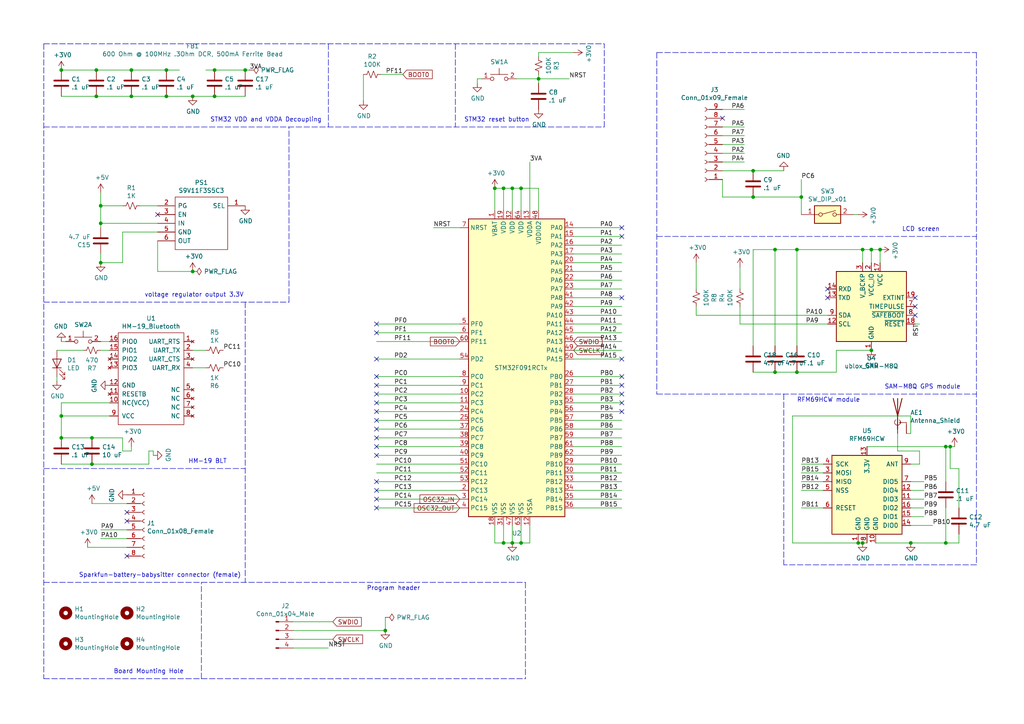
<source format=kicad_sch>
(kicad_sch (version 20211123) (generator eeschema)

  (uuid 730b670c-9bcf-4dcd-9a8d-fcaa61fb0955)

  (paper "A4")

  (lib_symbols
    (symbol "Connector:Conn_01x04_Male" (pin_names (offset 1.016) hide) (in_bom yes) (on_board yes)
      (property "Reference" "J" (id 0) (at 0 5.08 0)
        (effects (font (size 1.27 1.27)))
      )
      (property "Value" "Conn_01x04_Male" (id 1) (at 0 -7.62 0)
        (effects (font (size 1.27 1.27)))
      )
      (property "Footprint" "" (id 2) (at 0 0 0)
        (effects (font (size 1.27 1.27)) hide)
      )
      (property "Datasheet" "~" (id 3) (at 0 0 0)
        (effects (font (size 1.27 1.27)) hide)
      )
      (property "ki_keywords" "connector" (id 4) (at 0 0 0)
        (effects (font (size 1.27 1.27)) hide)
      )
      (property "ki_description" "Generic connector, single row, 01x04, script generated (kicad-library-utils/schlib/autogen/connector/)" (id 5) (at 0 0 0)
        (effects (font (size 1.27 1.27)) hide)
      )
      (property "ki_fp_filters" "Connector*:*_1x??_*" (id 6) (at 0 0 0)
        (effects (font (size 1.27 1.27)) hide)
      )
      (symbol "Conn_01x04_Male_1_1"
        (polyline
          (pts
            (xy 1.27 -5.08)
            (xy 0.8636 -5.08)
          )
          (stroke (width 0.1524) (type default) (color 0 0 0 0))
          (fill (type none))
        )
        (polyline
          (pts
            (xy 1.27 -2.54)
            (xy 0.8636 -2.54)
          )
          (stroke (width 0.1524) (type default) (color 0 0 0 0))
          (fill (type none))
        )
        (polyline
          (pts
            (xy 1.27 0)
            (xy 0.8636 0)
          )
          (stroke (width 0.1524) (type default) (color 0 0 0 0))
          (fill (type none))
        )
        (polyline
          (pts
            (xy 1.27 2.54)
            (xy 0.8636 2.54)
          )
          (stroke (width 0.1524) (type default) (color 0 0 0 0))
          (fill (type none))
        )
        (rectangle (start 0.8636 -4.953) (end 0 -5.207)
          (stroke (width 0.1524) (type default) (color 0 0 0 0))
          (fill (type outline))
        )
        (rectangle (start 0.8636 -2.413) (end 0 -2.667)
          (stroke (width 0.1524) (type default) (color 0 0 0 0))
          (fill (type outline))
        )
        (rectangle (start 0.8636 0.127) (end 0 -0.127)
          (stroke (width 0.1524) (type default) (color 0 0 0 0))
          (fill (type outline))
        )
        (rectangle (start 0.8636 2.667) (end 0 2.413)
          (stroke (width 0.1524) (type default) (color 0 0 0 0))
          (fill (type outline))
        )
        (pin passive line (at 5.08 2.54 180) (length 3.81)
          (name "Pin_1" (effects (font (size 1.27 1.27))))
          (number "1" (effects (font (size 1.27 1.27))))
        )
        (pin passive line (at 5.08 0 180) (length 3.81)
          (name "Pin_2" (effects (font (size 1.27 1.27))))
          (number "2" (effects (font (size 1.27 1.27))))
        )
        (pin passive line (at 5.08 -2.54 180) (length 3.81)
          (name "Pin_3" (effects (font (size 1.27 1.27))))
          (number "3" (effects (font (size 1.27 1.27))))
        )
        (pin passive line (at 5.08 -5.08 180) (length 3.81)
          (name "Pin_4" (effects (font (size 1.27 1.27))))
          (number "4" (effects (font (size 1.27 1.27))))
        )
      )
    )
    (symbol "ENIGMA-rescue:+3V0-power" (power) (pin_names (offset 0)) (in_bom yes) (on_board yes)
      (property "Reference" "#PWR" (id 0) (at 0 -3.81 0)
        (effects (font (size 1.27 1.27)) hide)
      )
      (property "Value" "+3V0-power" (id 1) (at 0 3.556 0)
        (effects (font (size 1.27 1.27)))
      )
      (property "Footprint" "" (id 2) (at 0 0 0)
        (effects (font (size 1.27 1.27)) hide)
      )
      (property "Datasheet" "" (id 3) (at 0 0 0)
        (effects (font (size 1.27 1.27)) hide)
      )
      (symbol "+3V0-power_0_1"
        (polyline
          (pts
            (xy -0.762 1.27)
            (xy 0 2.54)
          )
          (stroke (width 0) (type default) (color 0 0 0 0))
          (fill (type none))
        )
        (polyline
          (pts
            (xy 0 0)
            (xy 0 2.54)
          )
          (stroke (width 0) (type default) (color 0 0 0 0))
          (fill (type none))
        )
        (polyline
          (pts
            (xy 0 2.54)
            (xy 0.762 1.27)
          )
          (stroke (width 0) (type default) (color 0 0 0 0))
          (fill (type none))
        )
      )
      (symbol "+3V0-power_1_1"
        (pin power_in line (at 0 0 90) (length 0) hide
          (name "+3V0" (effects (font (size 1.27 1.27))))
          (number "1" (effects (font (size 1.27 1.27))))
        )
      )
    )
    (symbol "ENIGMA-rescue:+5V-power" (power) (pin_names (offset 0)) (in_bom yes) (on_board yes)
      (property "Reference" "#PWR" (id 0) (at 0 -3.81 0)
        (effects (font (size 1.27 1.27)) hide)
      )
      (property "Value" "+5V-power" (id 1) (at 0 3.556 0)
        (effects (font (size 1.27 1.27)))
      )
      (property "Footprint" "" (id 2) (at 0 0 0)
        (effects (font (size 1.27 1.27)) hide)
      )
      (property "Datasheet" "" (id 3) (at 0 0 0)
        (effects (font (size 1.27 1.27)) hide)
      )
      (symbol "+5V-power_0_1"
        (polyline
          (pts
            (xy -0.762 1.27)
            (xy 0 2.54)
          )
          (stroke (width 0) (type default) (color 0 0 0 0))
          (fill (type none))
        )
        (polyline
          (pts
            (xy 0 0)
            (xy 0 2.54)
          )
          (stroke (width 0) (type default) (color 0 0 0 0))
          (fill (type none))
        )
        (polyline
          (pts
            (xy 0 2.54)
            (xy 0.762 1.27)
          )
          (stroke (width 0) (type default) (color 0 0 0 0))
          (fill (type none))
        )
      )
      (symbol "+5V-power_1_1"
        (pin power_in line (at 0 0 90) (length 0) hide
          (name "+5V" (effects (font (size 1.27 1.27))))
          (number "1" (effects (font (size 1.27 1.27))))
        )
      )
    )
    (symbol "ENIGMA-rescue:Antenna_Shield-Device" (pin_numbers hide) (pin_names (offset 1.016) hide) (in_bom yes) (on_board yes)
      (property "Reference" "AE" (id 0) (at -1.905 4.445 0)
        (effects (font (size 1.27 1.27)) (justify right))
      )
      (property "Value" "Antenna_Shield-Device" (id 1) (at -1.905 2.54 0)
        (effects (font (size 1.27 1.27)) (justify right))
      )
      (property "Footprint" "" (id 2) (at 0 2.54 0)
        (effects (font (size 1.27 1.27)) hide)
      )
      (property "Datasheet" "" (id 3) (at 0 2.54 0)
        (effects (font (size 1.27 1.27)) hide)
      )
      (symbol "Antenna_Shield-Device_0_1"
        (arc (start -0.508 -1.143) (mid -0.8429 -2.1194) (end 0 -2.667)
          (stroke (width 0) (type default) (color 0 0 0 0))
          (fill (type none))
        )
        (arc (start 0 -2.667) (mid 0.7989 -2.1052) (end 0.508 -1.143)
          (stroke (width 0) (type default) (color 0 0 0 0))
          (fill (type none))
        )
        (polyline
          (pts
            (xy 0 -2.54)
            (xy 0 0)
          )
          (stroke (width 0) (type default) (color 0 0 0 0))
          (fill (type none))
        )
        (polyline
          (pts
            (xy 0 5.08)
            (xy 0 -3.81)
          )
          (stroke (width 0.254) (type default) (color 0 0 0 0))
          (fill (type none))
        )
        (polyline
          (pts
            (xy 0.762 -1.905)
            (xy 2.54 -1.905)
          )
          (stroke (width 0) (type default) (color 0 0 0 0))
          (fill (type none))
        )
        (polyline
          (pts
            (xy 2.54 -2.54)
            (xy 2.54 -1.905)
          )
          (stroke (width 0) (type default) (color 0 0 0 0))
          (fill (type none))
        )
        (polyline
          (pts
            (xy 1.27 5.08)
            (xy 0 0)
            (xy -1.27 5.08)
          )
          (stroke (width 0.254) (type default) (color 0 0 0 0))
          (fill (type none))
        )
        (circle (center 0.762 -1.905) (radius 0.1778)
          (stroke (width 0) (type default) (color 0 0 0 0))
          (fill (type outline))
        )
      )
      (symbol "Antenna_Shield-Device_1_1"
        (pin input line (at 0 -5.08 90) (length 2.54)
          (name "A" (effects (font (size 1.27 1.27))))
          (number "1" (effects (font (size 1.27 1.27))))
        )
        (pin input line (at 2.54 -5.08 90) (length 2.54)
          (name "Shield" (effects (font (size 1.27 1.27))))
          (number "2" (effects (font (size 1.27 1.27))))
        )
      )
    )
    (symbol "ENIGMA-rescue:C-Device" (pin_numbers hide) (pin_names (offset 0.254)) (in_bom yes) (on_board yes)
      (property "Reference" "C" (id 0) (at 0.635 2.54 0)
        (effects (font (size 1.27 1.27)) (justify left))
      )
      (property "Value" "C-Device" (id 1) (at 0.635 -2.54 0)
        (effects (font (size 1.27 1.27)) (justify left))
      )
      (property "Footprint" "" (id 2) (at 0.9652 -3.81 0)
        (effects (font (size 1.27 1.27)) hide)
      )
      (property "Datasheet" "" (id 3) (at 0 0 0)
        (effects (font (size 1.27 1.27)) hide)
      )
      (property "ki_fp_filters" "C_*" (id 4) (at 0 0 0)
        (effects (font (size 1.27 1.27)) hide)
      )
      (symbol "C-Device_0_1"
        (polyline
          (pts
            (xy -2.032 -0.762)
            (xy 2.032 -0.762)
          )
          (stroke (width 0.508) (type default) (color 0 0 0 0))
          (fill (type none))
        )
        (polyline
          (pts
            (xy -2.032 0.762)
            (xy 2.032 0.762)
          )
          (stroke (width 0.508) (type default) (color 0 0 0 0))
          (fill (type none))
        )
      )
      (symbol "C-Device_1_1"
        (pin passive line (at 0 3.81 270) (length 2.794)
          (name "~" (effects (font (size 1.27 1.27))))
          (number "1" (effects (font (size 1.27 1.27))))
        )
        (pin passive line (at 0 -3.81 90) (length 2.794)
          (name "~" (effects (font (size 1.27 1.27))))
          (number "2" (effects (font (size 1.27 1.27))))
        )
      )
    )
    (symbol "ENIGMA-rescue:Conn_01x08_Female-Connector" (pin_names (offset 1.016) hide) (in_bom yes) (on_board yes)
      (property "Reference" "J" (id 0) (at 0 10.16 0)
        (effects (font (size 1.27 1.27)))
      )
      (property "Value" "Conn_01x08_Female-Connector" (id 1) (at 0 -12.7 0)
        (effects (font (size 1.27 1.27)))
      )
      (property "Footprint" "" (id 2) (at 0 0 0)
        (effects (font (size 1.27 1.27)) hide)
      )
      (property "Datasheet" "" (id 3) (at 0 0 0)
        (effects (font (size 1.27 1.27)) hide)
      )
      (property "ki_fp_filters" "Connector*:*_1x??_*" (id 4) (at 0 0 0)
        (effects (font (size 1.27 1.27)) hide)
      )
      (symbol "Conn_01x08_Female-Connector_1_1"
        (arc (start 0 -9.652) (mid -0.508 -10.16) (end 0 -10.668)
          (stroke (width 0.1524) (type default) (color 0 0 0 0))
          (fill (type none))
        )
        (arc (start 0 -7.112) (mid -0.508 -7.62) (end 0 -8.128)
          (stroke (width 0.1524) (type default) (color 0 0 0 0))
          (fill (type none))
        )
        (arc (start 0 -4.572) (mid -0.508 -5.08) (end 0 -5.588)
          (stroke (width 0.1524) (type default) (color 0 0 0 0))
          (fill (type none))
        )
        (arc (start 0 -2.032) (mid -0.508 -2.54) (end 0 -3.048)
          (stroke (width 0.1524) (type default) (color 0 0 0 0))
          (fill (type none))
        )
        (polyline
          (pts
            (xy -1.27 -10.16)
            (xy -0.508 -10.16)
          )
          (stroke (width 0.1524) (type default) (color 0 0 0 0))
          (fill (type none))
        )
        (polyline
          (pts
            (xy -1.27 -7.62)
            (xy -0.508 -7.62)
          )
          (stroke (width 0.1524) (type default) (color 0 0 0 0))
          (fill (type none))
        )
        (polyline
          (pts
            (xy -1.27 -5.08)
            (xy -0.508 -5.08)
          )
          (stroke (width 0.1524) (type default) (color 0 0 0 0))
          (fill (type none))
        )
        (polyline
          (pts
            (xy -1.27 -2.54)
            (xy -0.508 -2.54)
          )
          (stroke (width 0.1524) (type default) (color 0 0 0 0))
          (fill (type none))
        )
        (polyline
          (pts
            (xy -1.27 0)
            (xy -0.508 0)
          )
          (stroke (width 0.1524) (type default) (color 0 0 0 0))
          (fill (type none))
        )
        (polyline
          (pts
            (xy -1.27 2.54)
            (xy -0.508 2.54)
          )
          (stroke (width 0.1524) (type default) (color 0 0 0 0))
          (fill (type none))
        )
        (polyline
          (pts
            (xy -1.27 5.08)
            (xy -0.508 5.08)
          )
          (stroke (width 0.1524) (type default) (color 0 0 0 0))
          (fill (type none))
        )
        (polyline
          (pts
            (xy -1.27 7.62)
            (xy -0.508 7.62)
          )
          (stroke (width 0.1524) (type default) (color 0 0 0 0))
          (fill (type none))
        )
        (arc (start 0 0.508) (mid -0.508 0) (end 0 -0.508)
          (stroke (width 0.1524) (type default) (color 0 0 0 0))
          (fill (type none))
        )
        (arc (start 0 3.048) (mid -0.508 2.54) (end 0 2.032)
          (stroke (width 0.1524) (type default) (color 0 0 0 0))
          (fill (type none))
        )
        (arc (start 0 5.588) (mid -0.508 5.08) (end 0 4.572)
          (stroke (width 0.1524) (type default) (color 0 0 0 0))
          (fill (type none))
        )
        (arc (start 0 8.128) (mid -0.508 7.62) (end 0 7.112)
          (stroke (width 0.1524) (type default) (color 0 0 0 0))
          (fill (type none))
        )
        (pin passive line (at -5.08 7.62 0) (length 3.81)
          (name "Pin_1" (effects (font (size 1.27 1.27))))
          (number "1" (effects (font (size 1.27 1.27))))
        )
        (pin passive line (at -5.08 5.08 0) (length 3.81)
          (name "Pin_2" (effects (font (size 1.27 1.27))))
          (number "2" (effects (font (size 1.27 1.27))))
        )
        (pin passive line (at -5.08 2.54 0) (length 3.81)
          (name "Pin_3" (effects (font (size 1.27 1.27))))
          (number "3" (effects (font (size 1.27 1.27))))
        )
        (pin passive line (at -5.08 0 0) (length 3.81)
          (name "Pin_4" (effects (font (size 1.27 1.27))))
          (number "4" (effects (font (size 1.27 1.27))))
        )
        (pin passive line (at -5.08 -2.54 0) (length 3.81)
          (name "Pin_5" (effects (font (size 1.27 1.27))))
          (number "5" (effects (font (size 1.27 1.27))))
        )
        (pin passive line (at -5.08 -5.08 0) (length 3.81)
          (name "Pin_6" (effects (font (size 1.27 1.27))))
          (number "6" (effects (font (size 1.27 1.27))))
        )
        (pin passive line (at -5.08 -7.62 0) (length 3.81)
          (name "Pin_7" (effects (font (size 1.27 1.27))))
          (number "7" (effects (font (size 1.27 1.27))))
        )
        (pin passive line (at -5.08 -10.16 0) (length 3.81)
          (name "Pin_8" (effects (font (size 1.27 1.27))))
          (number "8" (effects (font (size 1.27 1.27))))
        )
      )
    )
    (symbol "ENIGMA-rescue:Conn_01x09_Female-Connector" (pin_names (offset 1.016) hide) (in_bom yes) (on_board yes)
      (property "Reference" "J" (id 0) (at 0 12.7 0)
        (effects (font (size 1.27 1.27)))
      )
      (property "Value" "Conn_01x09_Female-Connector" (id 1) (at 0 -12.7 0)
        (effects (font (size 1.27 1.27)))
      )
      (property "Footprint" "" (id 2) (at 0 0 0)
        (effects (font (size 1.27 1.27)) hide)
      )
      (property "Datasheet" "" (id 3) (at 0 0 0)
        (effects (font (size 1.27 1.27)) hide)
      )
      (property "ki_fp_filters" "Connector*:*_1x??_*" (id 4) (at 0 0 0)
        (effects (font (size 1.27 1.27)) hide)
      )
      (symbol "Conn_01x09_Female-Connector_1_1"
        (arc (start 0 -9.652) (mid -0.508 -10.16) (end 0 -10.668)
          (stroke (width 0.1524) (type default) (color 0 0 0 0))
          (fill (type none))
        )
        (arc (start 0 -7.112) (mid -0.508 -7.62) (end 0 -8.128)
          (stroke (width 0.1524) (type default) (color 0 0 0 0))
          (fill (type none))
        )
        (arc (start 0 -4.572) (mid -0.508 -5.08) (end 0 -5.588)
          (stroke (width 0.1524) (type default) (color 0 0 0 0))
          (fill (type none))
        )
        (arc (start 0 -2.032) (mid -0.508 -2.54) (end 0 -3.048)
          (stroke (width 0.1524) (type default) (color 0 0 0 0))
          (fill (type none))
        )
        (polyline
          (pts
            (xy -1.27 -10.16)
            (xy -0.508 -10.16)
          )
          (stroke (width 0.1524) (type default) (color 0 0 0 0))
          (fill (type none))
        )
        (polyline
          (pts
            (xy -1.27 -7.62)
            (xy -0.508 -7.62)
          )
          (stroke (width 0.1524) (type default) (color 0 0 0 0))
          (fill (type none))
        )
        (polyline
          (pts
            (xy -1.27 -5.08)
            (xy -0.508 -5.08)
          )
          (stroke (width 0.1524) (type default) (color 0 0 0 0))
          (fill (type none))
        )
        (polyline
          (pts
            (xy -1.27 -2.54)
            (xy -0.508 -2.54)
          )
          (stroke (width 0.1524) (type default) (color 0 0 0 0))
          (fill (type none))
        )
        (polyline
          (pts
            (xy -1.27 0)
            (xy -0.508 0)
          )
          (stroke (width 0.1524) (type default) (color 0 0 0 0))
          (fill (type none))
        )
        (polyline
          (pts
            (xy -1.27 2.54)
            (xy -0.508 2.54)
          )
          (stroke (width 0.1524) (type default) (color 0 0 0 0))
          (fill (type none))
        )
        (polyline
          (pts
            (xy -1.27 5.08)
            (xy -0.508 5.08)
          )
          (stroke (width 0.1524) (type default) (color 0 0 0 0))
          (fill (type none))
        )
        (polyline
          (pts
            (xy -1.27 7.62)
            (xy -0.508 7.62)
          )
          (stroke (width 0.1524) (type default) (color 0 0 0 0))
          (fill (type none))
        )
        (polyline
          (pts
            (xy -1.27 10.16)
            (xy -0.508 10.16)
          )
          (stroke (width 0.1524) (type default) (color 0 0 0 0))
          (fill (type none))
        )
        (arc (start 0 0.508) (mid -0.508 0) (end 0 -0.508)
          (stroke (width 0.1524) (type default) (color 0 0 0 0))
          (fill (type none))
        )
        (arc (start 0 3.048) (mid -0.508 2.54) (end 0 2.032)
          (stroke (width 0.1524) (type default) (color 0 0 0 0))
          (fill (type none))
        )
        (arc (start 0 5.588) (mid -0.508 5.08) (end 0 4.572)
          (stroke (width 0.1524) (type default) (color 0 0 0 0))
          (fill (type none))
        )
        (arc (start 0 8.128) (mid -0.508 7.62) (end 0 7.112)
          (stroke (width 0.1524) (type default) (color 0 0 0 0))
          (fill (type none))
        )
        (arc (start 0 10.668) (mid -0.508 10.16) (end 0 9.652)
          (stroke (width 0.1524) (type default) (color 0 0 0 0))
          (fill (type none))
        )
        (pin passive line (at -5.08 10.16 0) (length 3.81)
          (name "Pin_1" (effects (font (size 1.27 1.27))))
          (number "1" (effects (font (size 1.27 1.27))))
        )
        (pin passive line (at -5.08 7.62 0) (length 3.81)
          (name "Pin_2" (effects (font (size 1.27 1.27))))
          (number "2" (effects (font (size 1.27 1.27))))
        )
        (pin passive line (at -5.08 5.08 0) (length 3.81)
          (name "Pin_3" (effects (font (size 1.27 1.27))))
          (number "3" (effects (font (size 1.27 1.27))))
        )
        (pin passive line (at -5.08 2.54 0) (length 3.81)
          (name "Pin_4" (effects (font (size 1.27 1.27))))
          (number "4" (effects (font (size 1.27 1.27))))
        )
        (pin passive line (at -5.08 0 0) (length 3.81)
          (name "Pin_5" (effects (font (size 1.27 1.27))))
          (number "5" (effects (font (size 1.27 1.27))))
        )
        (pin passive line (at -5.08 -2.54 0) (length 3.81)
          (name "Pin_6" (effects (font (size 1.27 1.27))))
          (number "6" (effects (font (size 1.27 1.27))))
        )
        (pin passive line (at -5.08 -5.08 0) (length 3.81)
          (name "Pin_7" (effects (font (size 1.27 1.27))))
          (number "7" (effects (font (size 1.27 1.27))))
        )
        (pin passive line (at -5.08 -7.62 0) (length 3.81)
          (name "Pin_8" (effects (font (size 1.27 1.27))))
          (number "8" (effects (font (size 1.27 1.27))))
        )
        (pin passive line (at -5.08 -10.16 0) (length 3.81)
          (name "Pin_9" (effects (font (size 1.27 1.27))))
          (number "9" (effects (font (size 1.27 1.27))))
        )
      )
    )
    (symbol "ENIGMA-rescue:GND-power" (power) (pin_names (offset 0)) (in_bom yes) (on_board yes)
      (property "Reference" "#PWR" (id 0) (at 0 -6.35 0)
        (effects (font (size 1.27 1.27)) hide)
      )
      (property "Value" "GND-power" (id 1) (at 0 -3.81 0)
        (effects (font (size 1.27 1.27)))
      )
      (property "Footprint" "" (id 2) (at 0 0 0)
        (effects (font (size 1.27 1.27)) hide)
      )
      (property "Datasheet" "" (id 3) (at 0 0 0)
        (effects (font (size 1.27 1.27)) hide)
      )
      (symbol "GND-power_0_1"
        (polyline
          (pts
            (xy 0 0)
            (xy 0 -1.27)
            (xy 1.27 -1.27)
            (xy 0 -2.54)
            (xy -1.27 -1.27)
            (xy 0 -1.27)
          )
          (stroke (width 0) (type default) (color 0 0 0 0))
          (fill (type none))
        )
      )
      (symbol "GND-power_1_1"
        (pin power_in line (at 0 0 270) (length 0) hide
          (name "GND" (effects (font (size 1.27 1.27))))
          (number "1" (effects (font (size 1.27 1.27))))
        )
      )
    )
    (symbol "ENIGMA-rescue:LED-Device" (pin_numbers hide) (pin_names (offset 1.016) hide) (in_bom yes) (on_board yes)
      (property "Reference" "D" (id 0) (at 0 2.54 0)
        (effects (font (size 1.27 1.27)))
      )
      (property "Value" "LED-Device" (id 1) (at 0 -2.54 0)
        (effects (font (size 1.27 1.27)))
      )
      (property "Footprint" "" (id 2) (at 0 0 0)
        (effects (font (size 1.27 1.27)) hide)
      )
      (property "Datasheet" "" (id 3) (at 0 0 0)
        (effects (font (size 1.27 1.27)) hide)
      )
      (property "ki_fp_filters" "LED* LED_SMD:* LED_THT:*" (id 4) (at 0 0 0)
        (effects (font (size 1.27 1.27)) hide)
      )
      (symbol "LED-Device_0_1"
        (polyline
          (pts
            (xy -1.27 -1.27)
            (xy -1.27 1.27)
          )
          (stroke (width 0.2032) (type default) (color 0 0 0 0))
          (fill (type none))
        )
        (polyline
          (pts
            (xy -1.27 0)
            (xy 1.27 0)
          )
          (stroke (width 0) (type default) (color 0 0 0 0))
          (fill (type none))
        )
        (polyline
          (pts
            (xy 1.27 -1.27)
            (xy 1.27 1.27)
            (xy -1.27 0)
            (xy 1.27 -1.27)
          )
          (stroke (width 0.2032) (type default) (color 0 0 0 0))
          (fill (type none))
        )
        (polyline
          (pts
            (xy -3.048 -0.762)
            (xy -4.572 -2.286)
            (xy -3.81 -2.286)
            (xy -4.572 -2.286)
            (xy -4.572 -1.524)
          )
          (stroke (width 0) (type default) (color 0 0 0 0))
          (fill (type none))
        )
        (polyline
          (pts
            (xy -1.778 -0.762)
            (xy -3.302 -2.286)
            (xy -2.54 -2.286)
            (xy -3.302 -2.286)
            (xy -3.302 -1.524)
          )
          (stroke (width 0) (type default) (color 0 0 0 0))
          (fill (type none))
        )
      )
      (symbol "LED-Device_1_1"
        (pin passive line (at -3.81 0 0) (length 2.54)
          (name "K" (effects (font (size 1.27 1.27))))
          (number "1" (effects (font (size 1.27 1.27))))
        )
        (pin passive line (at 3.81 0 180) (length 2.54)
          (name "A" (effects (font (size 1.27 1.27))))
          (number "2" (effects (font (size 1.27 1.27))))
        )
      )
    )
    (symbol "ENIGMA-rescue:MountingHole-Mechanical" (pin_names (offset 1.016)) (in_bom yes) (on_board yes)
      (property "Reference" "H" (id 0) (at 0 5.08 0)
        (effects (font (size 1.27 1.27)))
      )
      (property "Value" "MountingHole-Mechanical" (id 1) (at 0 3.175 0)
        (effects (font (size 1.27 1.27)))
      )
      (property "Footprint" "" (id 2) (at 0 0 0)
        (effects (font (size 1.27 1.27)) hide)
      )
      (property "Datasheet" "" (id 3) (at 0 0 0)
        (effects (font (size 1.27 1.27)) hide)
      )
      (property "ki_fp_filters" "MountingHole*" (id 4) (at 0 0 0)
        (effects (font (size 1.27 1.27)) hide)
      )
      (symbol "MountingHole-Mechanical_0_1"
        (circle (center 0 0) (radius 1.27)
          (stroke (width 1.27) (type default) (color 0 0 0 0))
          (fill (type none))
        )
      )
    )
    (symbol "ENIGMA-rescue:PWR_FLAG-power" (power) (pin_numbers hide) (pin_names (offset 0) hide) (in_bom yes) (on_board yes)
      (property "Reference" "#FLG" (id 0) (at 0 1.905 0)
        (effects (font (size 1.27 1.27)) hide)
      )
      (property "Value" "PWR_FLAG-power" (id 1) (at 0 3.81 0)
        (effects (font (size 1.27 1.27)))
      )
      (property "Footprint" "" (id 2) (at 0 0 0)
        (effects (font (size 1.27 1.27)) hide)
      )
      (property "Datasheet" "" (id 3) (at 0 0 0)
        (effects (font (size 1.27 1.27)) hide)
      )
      (symbol "PWR_FLAG-power_0_0"
        (pin power_out line (at 0 0 90) (length 0)
          (name "pwr" (effects (font (size 1.27 1.27))))
          (number "1" (effects (font (size 1.27 1.27))))
        )
      )
      (symbol "PWR_FLAG-power_0_1"
        (polyline
          (pts
            (xy 0 0)
            (xy 0 1.27)
            (xy -1.016 1.905)
            (xy 0 2.54)
            (xy 1.016 1.905)
            (xy 0 1.27)
          )
          (stroke (width 0) (type default) (color 0 0 0 0))
          (fill (type none))
        )
      )
    )
    (symbol "ENIGMA-rescue:RFM69HCW-RF_Module" (pin_names (offset 1.016)) (in_bom yes) (on_board yes)
      (property "Reference" "U" (id 0) (at -10.414 11.684 0)
        (effects (font (size 1.27 1.27)) (justify left))
      )
      (property "Value" "RFM69HCW-RF_Module" (id 1) (at 1.524 11.43 0)
        (effects (font (size 1.27 1.27)) (justify left))
      )
      (property "Footprint" "" (id 2) (at -83.82 41.91 0)
        (effects (font (size 1.27 1.27)) hide)
      )
      (property "Datasheet" "" (id 3) (at -83.82 41.91 0)
        (effects (font (size 1.27 1.27)) hide)
      )
      (property "ki_fp_filters" "HOPERF*RFM9XW*" (id 4) (at 0 0 0)
        (effects (font (size 1.27 1.27)) hide)
      )
      (symbol "RFM69HCW-RF_Module_0_1"
        (rectangle (start -10.16 10.16) (end 10.16 -12.7)
          (stroke (width 0.254) (type default) (color 0 0 0 0))
          (fill (type background))
        )
      )
      (symbol "RFM69HCW-RF_Module_1_1"
        (pin power_in line (at -2.54 -15.24 90) (length 2.54)
          (name "GND" (effects (font (size 1.27 1.27))))
          (number "1" (effects (font (size 1.27 1.27))))
        )
        (pin power_in line (at 2.54 -15.24 90) (length 2.54)
          (name "GND" (effects (font (size 1.27 1.27))))
          (number "10" (effects (font (size 1.27 1.27))))
        )
        (pin bidirectional line (at 12.7 -2.54 180) (length 2.54)
          (name "DIO3" (effects (font (size 1.27 1.27))))
          (number "11" (effects (font (size 1.27 1.27))))
        )
        (pin bidirectional line (at 12.7 0 180) (length 2.54)
          (name "DIO4" (effects (font (size 1.27 1.27))))
          (number "12" (effects (font (size 1.27 1.27))))
        )
        (pin power_in line (at 0 12.7 270) (length 2.54)
          (name "3.3V" (effects (font (size 1.27 1.27))))
          (number "13" (effects (font (size 1.27 1.27))))
        )
        (pin bidirectional line (at 12.7 -10.16 180) (length 2.54)
          (name "DIO0" (effects (font (size 1.27 1.27))))
          (number "14" (effects (font (size 1.27 1.27))))
        )
        (pin bidirectional line (at 12.7 -7.62 180) (length 2.54)
          (name "DIO1" (effects (font (size 1.27 1.27))))
          (number "15" (effects (font (size 1.27 1.27))))
        )
        (pin bidirectional line (at 12.7 -5.08 180) (length 2.54)
          (name "DIO2" (effects (font (size 1.27 1.27))))
          (number "16" (effects (font (size 1.27 1.27))))
        )
        (pin output line (at -12.7 2.54 0) (length 2.54)
          (name "MISO" (effects (font (size 1.27 1.27))))
          (number "2" (effects (font (size 1.27 1.27))))
        )
        (pin input line (at -12.7 5.08 0) (length 2.54)
          (name "MOSI" (effects (font (size 1.27 1.27))))
          (number "3" (effects (font (size 1.27 1.27))))
        )
        (pin input line (at -12.7 7.62 0) (length 2.54)
          (name "SCK" (effects (font (size 1.27 1.27))))
          (number "4" (effects (font (size 1.27 1.27))))
        )
        (pin input line (at -12.7 0 0) (length 2.54)
          (name "NSS" (effects (font (size 1.27 1.27))))
          (number "5" (effects (font (size 1.27 1.27))))
        )
        (pin bidirectional line (at -12.7 -5.08 0) (length 2.54)
          (name "RESET" (effects (font (size 1.27 1.27))))
          (number "6" (effects (font (size 1.27 1.27))))
        )
        (pin bidirectional line (at 12.7 2.54 180) (length 2.54)
          (name "DIO5" (effects (font (size 1.27 1.27))))
          (number "7" (effects (font (size 1.27 1.27))))
        )
        (pin power_in line (at 0 -15.24 90) (length 2.54)
          (name "GND" (effects (font (size 1.27 1.27))))
          (number "8" (effects (font (size 1.27 1.27))))
        )
        (pin bidirectional line (at 12.7 7.62 180) (length 2.54)
          (name "ANT" (effects (font (size 1.27 1.27))))
          (number "9" (effects (font (size 1.27 1.27))))
        )
      )
    )
    (symbol "ENIGMA-rescue:R_Small_US-Device" (pin_numbers hide) (pin_names (offset 0.254) hide) (in_bom yes) (on_board yes)
      (property "Reference" "R" (id 0) (at 0.762 0.508 0)
        (effects (font (size 1.27 1.27)) (justify left))
      )
      (property "Value" "R_Small_US-Device" (id 1) (at 0.762 -1.016 0)
        (effects (font (size 1.27 1.27)) (justify left))
      )
      (property "Footprint" "" (id 2) (at 0 0 0)
        (effects (font (size 1.27 1.27)) hide)
      )
      (property "Datasheet" "" (id 3) (at 0 0 0)
        (effects (font (size 1.27 1.27)) hide)
      )
      (property "ki_fp_filters" "R_*" (id 4) (at 0 0 0)
        (effects (font (size 1.27 1.27)) hide)
      )
      (symbol "R_Small_US-Device_1_1"
        (polyline
          (pts
            (xy 0 0)
            (xy 1.016 -0.381)
            (xy 0 -0.762)
            (xy -1.016 -1.143)
            (xy 0 -1.524)
          )
          (stroke (width 0) (type default) (color 0 0 0 0))
          (fill (type none))
        )
        (polyline
          (pts
            (xy 0 1.524)
            (xy 1.016 1.143)
            (xy 0 0.762)
            (xy -1.016 0.381)
            (xy 0 0)
          )
          (stroke (width 0) (type default) (color 0 0 0 0))
          (fill (type none))
        )
        (pin passive line (at 0 2.54 270) (length 1.016)
          (name "~" (effects (font (size 1.27 1.27))))
          (number "1" (effects (font (size 1.27 1.27))))
        )
        (pin passive line (at 0 -2.54 90) (length 1.016)
          (name "~" (effects (font (size 1.27 1.27))))
          (number "2" (effects (font (size 1.27 1.27))))
        )
      )
    )
    (symbol "ENIGMA-rescue:STM32F091RCTx-MCU_ST_STM32F0" (in_bom yes) (on_board yes)
      (property "Reference" "U" (id 0) (at -15.24 44.45 0)
        (effects (font (size 1.27 1.27)) (justify left))
      )
      (property "Value" "STM32F091RCTx-MCU_ST_STM32F0" (id 1) (at 7.62 44.45 0)
        (effects (font (size 1.27 1.27)) (justify left))
      )
      (property "Footprint" "Package_QFP:LQFP-64_10x10mm_P0.5mm" (id 2) (at -15.24 -43.18 0)
        (effects (font (size 1.27 1.27)) (justify right) hide)
      )
      (property "Datasheet" "" (id 3) (at 0 0 0)
        (effects (font (size 1.27 1.27)) hide)
      )
      (property "ki_fp_filters" "LQFP*10x10mm*P0.5mm*" (id 4) (at 0 0 0)
        (effects (font (size 1.27 1.27)) hide)
      )
      (symbol "STM32F091RCTx-MCU_ST_STM32F0_0_1"
        (rectangle (start -15.24 -43.18) (end 12.7 43.18)
          (stroke (width 0.254) (type default) (color 0 0 0 0))
          (fill (type background))
        )
      )
      (symbol "STM32F091RCTx-MCU_ST_STM32F0_1_1"
        (pin power_in line (at -7.62 45.72 270) (length 2.54)
          (name "VBAT" (effects (font (size 1.27 1.27))))
          (number "1" (effects (font (size 1.27 1.27))))
        )
        (pin bidirectional line (at -17.78 -7.62 0) (length 2.54)
          (name "PC2" (effects (font (size 1.27 1.27))))
          (number "10" (effects (font (size 1.27 1.27))))
        )
        (pin bidirectional line (at -17.78 -10.16 0) (length 2.54)
          (name "PC3" (effects (font (size 1.27 1.27))))
          (number "11" (effects (font (size 1.27 1.27))))
        )
        (pin power_in line (at 2.54 -45.72 90) (length 2.54)
          (name "VSSA" (effects (font (size 1.27 1.27))))
          (number "12" (effects (font (size 1.27 1.27))))
        )
        (pin power_in line (at 2.54 45.72 270) (length 2.54)
          (name "VDDA" (effects (font (size 1.27 1.27))))
          (number "13" (effects (font (size 1.27 1.27))))
        )
        (pin bidirectional line (at 15.24 40.64 180) (length 2.54)
          (name "PA0" (effects (font (size 1.27 1.27))))
          (number "14" (effects (font (size 1.27 1.27))))
        )
        (pin bidirectional line (at 15.24 38.1 180) (length 2.54)
          (name "PA1" (effects (font (size 1.27 1.27))))
          (number "15" (effects (font (size 1.27 1.27))))
        )
        (pin bidirectional line (at 15.24 35.56 180) (length 2.54)
          (name "PA2" (effects (font (size 1.27 1.27))))
          (number "16" (effects (font (size 1.27 1.27))))
        )
        (pin bidirectional line (at 15.24 33.02 180) (length 2.54)
          (name "PA3" (effects (font (size 1.27 1.27))))
          (number "17" (effects (font (size 1.27 1.27))))
        )
        (pin power_in line (at -7.62 -45.72 90) (length 2.54)
          (name "VSS" (effects (font (size 1.27 1.27))))
          (number "18" (effects (font (size 1.27 1.27))))
        )
        (pin power_in line (at -5.08 45.72 270) (length 2.54)
          (name "VDD" (effects (font (size 1.27 1.27))))
          (number "19" (effects (font (size 1.27 1.27))))
        )
        (pin bidirectional line (at -17.78 -35.56 0) (length 2.54)
          (name "PC13" (effects (font (size 1.27 1.27))))
          (number "2" (effects (font (size 1.27 1.27))))
        )
        (pin bidirectional line (at 15.24 30.48 180) (length 2.54)
          (name "PA4" (effects (font (size 1.27 1.27))))
          (number "20" (effects (font (size 1.27 1.27))))
        )
        (pin bidirectional line (at 15.24 27.94 180) (length 2.54)
          (name "PA5" (effects (font (size 1.27 1.27))))
          (number "21" (effects (font (size 1.27 1.27))))
        )
        (pin bidirectional line (at 15.24 25.4 180) (length 2.54)
          (name "PA6" (effects (font (size 1.27 1.27))))
          (number "22" (effects (font (size 1.27 1.27))))
        )
        (pin bidirectional line (at 15.24 22.86 180) (length 2.54)
          (name "PA7" (effects (font (size 1.27 1.27))))
          (number "23" (effects (font (size 1.27 1.27))))
        )
        (pin bidirectional line (at -17.78 -12.7 0) (length 2.54)
          (name "PC4" (effects (font (size 1.27 1.27))))
          (number "24" (effects (font (size 1.27 1.27))))
        )
        (pin bidirectional line (at -17.78 -15.24 0) (length 2.54)
          (name "PC5" (effects (font (size 1.27 1.27))))
          (number "25" (effects (font (size 1.27 1.27))))
        )
        (pin bidirectional line (at 15.24 -2.54 180) (length 2.54)
          (name "PB0" (effects (font (size 1.27 1.27))))
          (number "26" (effects (font (size 1.27 1.27))))
        )
        (pin bidirectional line (at 15.24 -5.08 180) (length 2.54)
          (name "PB1" (effects (font (size 1.27 1.27))))
          (number "27" (effects (font (size 1.27 1.27))))
        )
        (pin bidirectional line (at 15.24 -7.62 180) (length 2.54)
          (name "PB2" (effects (font (size 1.27 1.27))))
          (number "28" (effects (font (size 1.27 1.27))))
        )
        (pin bidirectional line (at 15.24 -27.94 180) (length 2.54)
          (name "PB10" (effects (font (size 1.27 1.27))))
          (number "29" (effects (font (size 1.27 1.27))))
        )
        (pin bidirectional line (at -17.78 -38.1 0) (length 2.54)
          (name "PC14" (effects (font (size 1.27 1.27))))
          (number "3" (effects (font (size 1.27 1.27))))
        )
        (pin bidirectional line (at 15.24 -30.48 180) (length 2.54)
          (name "PB11" (effects (font (size 1.27 1.27))))
          (number "30" (effects (font (size 1.27 1.27))))
        )
        (pin power_in line (at -5.08 -45.72 90) (length 2.54)
          (name "VSS" (effects (font (size 1.27 1.27))))
          (number "31" (effects (font (size 1.27 1.27))))
        )
        (pin power_in line (at -2.54 45.72 270) (length 2.54)
          (name "VDD" (effects (font (size 1.27 1.27))))
          (number "32" (effects (font (size 1.27 1.27))))
        )
        (pin bidirectional line (at 15.24 -33.02 180) (length 2.54)
          (name "PB12" (effects (font (size 1.27 1.27))))
          (number "33" (effects (font (size 1.27 1.27))))
        )
        (pin bidirectional line (at 15.24 -35.56 180) (length 2.54)
          (name "PB13" (effects (font (size 1.27 1.27))))
          (number "34" (effects (font (size 1.27 1.27))))
        )
        (pin bidirectional line (at 15.24 -38.1 180) (length 2.54)
          (name "PB14" (effects (font (size 1.27 1.27))))
          (number "35" (effects (font (size 1.27 1.27))))
        )
        (pin bidirectional line (at 15.24 -40.64 180) (length 2.54)
          (name "PB15" (effects (font (size 1.27 1.27))))
          (number "36" (effects (font (size 1.27 1.27))))
        )
        (pin bidirectional line (at -17.78 -17.78 0) (length 2.54)
          (name "PC6" (effects (font (size 1.27 1.27))))
          (number "37" (effects (font (size 1.27 1.27))))
        )
        (pin bidirectional line (at -17.78 -20.32 0) (length 2.54)
          (name "PC7" (effects (font (size 1.27 1.27))))
          (number "38" (effects (font (size 1.27 1.27))))
        )
        (pin bidirectional line (at -17.78 -22.86 0) (length 2.54)
          (name "PC8" (effects (font (size 1.27 1.27))))
          (number "39" (effects (font (size 1.27 1.27))))
        )
        (pin bidirectional line (at -17.78 -40.64 0) (length 2.54)
          (name "PC15" (effects (font (size 1.27 1.27))))
          (number "4" (effects (font (size 1.27 1.27))))
        )
        (pin bidirectional line (at -17.78 -25.4 0) (length 2.54)
          (name "PC9" (effects (font (size 1.27 1.27))))
          (number "40" (effects (font (size 1.27 1.27))))
        )
        (pin bidirectional line (at 15.24 20.32 180) (length 2.54)
          (name "PA8" (effects (font (size 1.27 1.27))))
          (number "41" (effects (font (size 1.27 1.27))))
        )
        (pin bidirectional line (at 15.24 17.78 180) (length 2.54)
          (name "PA9" (effects (font (size 1.27 1.27))))
          (number "42" (effects (font (size 1.27 1.27))))
        )
        (pin bidirectional line (at 15.24 15.24 180) (length 2.54)
          (name "PA10" (effects (font (size 1.27 1.27))))
          (number "43" (effects (font (size 1.27 1.27))))
        )
        (pin bidirectional line (at 15.24 12.7 180) (length 2.54)
          (name "PA11" (effects (font (size 1.27 1.27))))
          (number "44" (effects (font (size 1.27 1.27))))
        )
        (pin bidirectional line (at 15.24 10.16 180) (length 2.54)
          (name "PA12" (effects (font (size 1.27 1.27))))
          (number "45" (effects (font (size 1.27 1.27))))
        )
        (pin bidirectional line (at 15.24 7.62 180) (length 2.54)
          (name "PA13" (effects (font (size 1.27 1.27))))
          (number "46" (effects (font (size 1.27 1.27))))
        )
        (pin power_in line (at -2.54 -45.72 90) (length 2.54)
          (name "VSS" (effects (font (size 1.27 1.27))))
          (number "47" (effects (font (size 1.27 1.27))))
        )
        (pin power_in line (at 5.08 45.72 270) (length 2.54)
          (name "VDDIO2" (effects (font (size 1.27 1.27))))
          (number "48" (effects (font (size 1.27 1.27))))
        )
        (pin bidirectional line (at 15.24 5.08 180) (length 2.54)
          (name "PA14" (effects (font (size 1.27 1.27))))
          (number "49" (effects (font (size 1.27 1.27))))
        )
        (pin input line (at -17.78 12.7 0) (length 2.54)
          (name "PF0" (effects (font (size 1.27 1.27))))
          (number "5" (effects (font (size 1.27 1.27))))
        )
        (pin bidirectional line (at 15.24 2.54 180) (length 2.54)
          (name "PA15" (effects (font (size 1.27 1.27))))
          (number "50" (effects (font (size 1.27 1.27))))
        )
        (pin bidirectional line (at -17.78 -27.94 0) (length 2.54)
          (name "PC10" (effects (font (size 1.27 1.27))))
          (number "51" (effects (font (size 1.27 1.27))))
        )
        (pin bidirectional line (at -17.78 -30.48 0) (length 2.54)
          (name "PC11" (effects (font (size 1.27 1.27))))
          (number "52" (effects (font (size 1.27 1.27))))
        )
        (pin bidirectional line (at -17.78 -33.02 0) (length 2.54)
          (name "PC12" (effects (font (size 1.27 1.27))))
          (number "53" (effects (font (size 1.27 1.27))))
        )
        (pin bidirectional line (at -17.78 2.54 0) (length 2.54)
          (name "PD2" (effects (font (size 1.27 1.27))))
          (number "54" (effects (font (size 1.27 1.27))))
        )
        (pin bidirectional line (at 15.24 -10.16 180) (length 2.54)
          (name "PB3" (effects (font (size 1.27 1.27))))
          (number "55" (effects (font (size 1.27 1.27))))
        )
        (pin bidirectional line (at 15.24 -12.7 180) (length 2.54)
          (name "PB4" (effects (font (size 1.27 1.27))))
          (number "56" (effects (font (size 1.27 1.27))))
        )
        (pin bidirectional line (at 15.24 -15.24 180) (length 2.54)
          (name "PB5" (effects (font (size 1.27 1.27))))
          (number "57" (effects (font (size 1.27 1.27))))
        )
        (pin bidirectional line (at 15.24 -17.78 180) (length 2.54)
          (name "PB6" (effects (font (size 1.27 1.27))))
          (number "58" (effects (font (size 1.27 1.27))))
        )
        (pin bidirectional line (at 15.24 -20.32 180) (length 2.54)
          (name "PB7" (effects (font (size 1.27 1.27))))
          (number "59" (effects (font (size 1.27 1.27))))
        )
        (pin input line (at -17.78 10.16 0) (length 2.54)
          (name "PF1" (effects (font (size 1.27 1.27))))
          (number "6" (effects (font (size 1.27 1.27))))
        )
        (pin bidirectional line (at -17.78 7.62 0) (length 2.54)
          (name "PF11" (effects (font (size 1.27 1.27))))
          (number "60" (effects (font (size 1.27 1.27))))
        )
        (pin bidirectional line (at 15.24 -22.86 180) (length 2.54)
          (name "PB8" (effects (font (size 1.27 1.27))))
          (number "61" (effects (font (size 1.27 1.27))))
        )
        (pin bidirectional line (at 15.24 -25.4 180) (length 2.54)
          (name "PB9" (effects (font (size 1.27 1.27))))
          (number "62" (effects (font (size 1.27 1.27))))
        )
        (pin power_in line (at 0 -45.72 90) (length 2.54)
          (name "VSS" (effects (font (size 1.27 1.27))))
          (number "63" (effects (font (size 1.27 1.27))))
        )
        (pin power_in line (at 0 45.72 270) (length 2.54)
          (name "VDD" (effects (font (size 1.27 1.27))))
          (number "64" (effects (font (size 1.27 1.27))))
        )
        (pin input line (at -17.78 40.64 0) (length 2.54)
          (name "NRST" (effects (font (size 1.27 1.27))))
          (number "7" (effects (font (size 1.27 1.27))))
        )
        (pin bidirectional line (at -17.78 -2.54 0) (length 2.54)
          (name "PC0" (effects (font (size 1.27 1.27))))
          (number "8" (effects (font (size 1.27 1.27))))
        )
        (pin bidirectional line (at -17.78 -5.08 0) (length 2.54)
          (name "PC1" (effects (font (size 1.27 1.27))))
          (number "9" (effects (font (size 1.27 1.27))))
        )
      )
    )
    (symbol "ENIGMA-rescue:SW_Push_Dual_x2-Switch" (pin_names (offset 1.016) hide) (in_bom yes) (on_board yes)
      (property "Reference" "SW" (id 0) (at 1.27 2.54 0)
        (effects (font (size 1.27 1.27)) (justify left))
      )
      (property "Value" "SW_Push_Dual_x2-Switch" (id 1) (at 0 -1.524 0)
        (effects (font (size 1.27 1.27)))
      )
      (property "Footprint" "" (id 2) (at 0 5.08 0)
        (effects (font (size 1.27 1.27)) hide)
      )
      (property "Datasheet" "" (id 3) (at 0 5.08 0)
        (effects (font (size 1.27 1.27)) hide)
      )
      (symbol "SW_Push_Dual_x2-Switch_0_1"
        (circle (center -2.032 0) (radius 0.508)
          (stroke (width 0) (type default) (color 0 0 0 0))
          (fill (type none))
        )
        (polyline
          (pts
            (xy 0 1.27)
            (xy 0 3.048)
          )
          (stroke (width 0) (type default) (color 0 0 0 0))
          (fill (type none))
        )
        (polyline
          (pts
            (xy 2.54 1.27)
            (xy -2.54 1.27)
          )
          (stroke (width 0) (type default) (color 0 0 0 0))
          (fill (type none))
        )
        (circle (center 2.032 0) (radius 0.508)
          (stroke (width 0) (type default) (color 0 0 0 0))
          (fill (type none))
        )
      )
      (symbol "SW_Push_Dual_x2-Switch_1_1"
        (pin passive line (at -5.08 0 0) (length 2.54)
          (name "C" (effects (font (size 1.27 1.27))))
          (number "1" (effects (font (size 1.27 1.27))))
        )
        (pin passive line (at 5.08 0 180) (length 2.54)
          (name "D" (effects (font (size 1.27 1.27))))
          (number "2" (effects (font (size 1.27 1.27))))
        )
      )
      (symbol "SW_Push_Dual_x2-Switch_2_1"
        (pin passive line (at -5.08 0 0) (length 2.54)
          (name "C" (effects (font (size 1.27 1.27))))
          (number "3" (effects (font (size 1.27 1.27))))
        )
        (pin passive line (at 5.08 0 180) (length 2.54)
          (name "D" (effects (font (size 1.27 1.27))))
          (number "4" (effects (font (size 1.27 1.27))))
        )
      )
    )
    (symbol "ENIGMA-rescue:ublox_SAM-M8Q-RF_GPS" (in_bom yes) (on_board yes)
      (property "Reference" "U" (id 0) (at -8.89 11.43 0)
        (effects (font (size 1.27 1.27)))
      )
      (property "Value" "ublox_SAM-M8Q-RF_GPS" (id 1) (at 11.43 11.43 0)
        (effects (font (size 1.27 1.27)))
      )
      (property "Footprint" "RF_GPS:ublox_SAM-M8Q" (id 2) (at 12.7 -11.43 0)
        (effects (font (size 1.27 1.27)) hide)
      )
      (property "Datasheet" "" (id 3) (at 0 0 0)
        (effects (font (size 1.27 1.27)) hide)
      )
      (property "ki_fp_filters" "ublox*SAM?M8Q*" (id 4) (at 0 0 0)
        (effects (font (size 1.27 1.27)) hide)
      )
      (symbol "ublox_SAM-M8Q-RF_GPS_0_1"
        (rectangle (start -10.16 10.16) (end 10.16 -10.16)
          (stroke (width 0.254) (type default) (color 0 0 0 0))
          (fill (type background))
        )
      )
      (symbol "ublox_SAM-M8Q-RF_GPS_1_1"
        (pin power_in line (at 0 -12.7 90) (length 2.54)
          (name "GND" (effects (font (size 1.27 1.27))))
          (number "1" (effects (font (size 1.27 1.27))))
        )
        (pin passive line (at 0 -12.7 90) (length 2.54) hide
          (name "GND" (effects (font (size 1.27 1.27))))
          (number "10" (effects (font (size 1.27 1.27))))
        )
        (pin passive line (at 0 -12.7 90) (length 2.54) hide
          (name "GND" (effects (font (size 1.27 1.27))))
          (number "11" (effects (font (size 1.27 1.27))))
        )
        (pin input line (at 12.7 -5.08 180) (length 2.54)
          (name "SCL" (effects (font (size 1.27 1.27))))
          (number "12" (effects (font (size 1.27 1.27))))
        )
        (pin output line (at 12.7 2.54 180) (length 2.54)
          (name "TXD" (effects (font (size 1.27 1.27))))
          (number "13" (effects (font (size 1.27 1.27))))
        )
        (pin input line (at 12.7 5.08 180) (length 2.54)
          (name "RXD" (effects (font (size 1.27 1.27))))
          (number "14" (effects (font (size 1.27 1.27))))
        )
        (pin passive line (at 0 -12.7 90) (length 2.54) hide
          (name "GND" (effects (font (size 1.27 1.27))))
          (number "15" (effects (font (size 1.27 1.27))))
        )
        (pin passive line (at 0 -12.7 90) (length 2.54) hide
          (name "GND" (effects (font (size 1.27 1.27))))
          (number "16" (effects (font (size 1.27 1.27))))
        )
        (pin power_in line (at -2.54 12.7 270) (length 2.54)
          (name "VCC" (effects (font (size 1.27 1.27))))
          (number "17" (effects (font (size 1.27 1.27))))
        )
        (pin input line (at -12.7 -5.08 0) (length 2.54)
          (name "~{RESET}" (effects (font (size 1.27 1.27))))
          (number "18" (effects (font (size 1.27 1.27))))
        )
        (pin input line (at -12.7 2.54 0) (length 2.54)
          (name "EXTINT" (effects (font (size 1.27 1.27))))
          (number "19" (effects (font (size 1.27 1.27))))
        )
        (pin power_in line (at 0 12.7 270) (length 2.54)
          (name "VCC_IO" (effects (font (size 1.27 1.27))))
          (number "2" (effects (font (size 1.27 1.27))))
        )
        (pin passive line (at 0 -12.7 90) (length 2.54) hide
          (name "GND" (effects (font (size 1.27 1.27))))
          (number "20" (effects (font (size 1.27 1.27))))
        )
        (pin power_in line (at 2.54 12.7 270) (length 2.54)
          (name "V_BCKP" (effects (font (size 1.27 1.27))))
          (number "3" (effects (font (size 1.27 1.27))))
        )
        (pin passive line (at 0 -12.7 90) (length 2.54) hide
          (name "GND" (effects (font (size 1.27 1.27))))
          (number "4" (effects (font (size 1.27 1.27))))
        )
        (pin passive line (at 0 -12.7 90) (length 2.54) hide
          (name "GND" (effects (font (size 1.27 1.27))))
          (number "5" (effects (font (size 1.27 1.27))))
        )
        (pin passive line (at 0 -12.7 90) (length 2.54) hide
          (name "GND" (effects (font (size 1.27 1.27))))
          (number "6" (effects (font (size 1.27 1.27))))
        )
        (pin output line (at -12.7 0 0) (length 2.54)
          (name "TIMEPULSE" (effects (font (size 1.27 1.27))))
          (number "7" (effects (font (size 1.27 1.27))))
        )
        (pin input line (at -12.7 -2.54 0) (length 2.54)
          (name "~{SAFEBOOT}" (effects (font (size 1.27 1.27))))
          (number "8" (effects (font (size 1.27 1.27))))
        )
        (pin bidirectional line (at 12.7 -2.54 180) (length 2.54)
          (name "SDA" (effects (font (size 1.27 1.27))))
          (number "9" (effects (font (size 1.27 1.27))))
        )
      )
    )
    (symbol "Switch:SW_DIP_x01" (pin_names (offset 0) hide) (in_bom yes) (on_board yes)
      (property "Reference" "SW" (id 0) (at 0 3.81 0)
        (effects (font (size 1.27 1.27)))
      )
      (property "Value" "SW_DIP_x01" (id 1) (at 0 -3.81 0)
        (effects (font (size 1.27 1.27)))
      )
      (property "Footprint" "" (id 2) (at 0 0 0)
        (effects (font (size 1.27 1.27)) hide)
      )
      (property "Datasheet" "~" (id 3) (at 0 0 0)
        (effects (font (size 1.27 1.27)) hide)
      )
      (property "ki_keywords" "dip switch" (id 4) (at 0 0 0)
        (effects (font (size 1.27 1.27)) hide)
      )
      (property "ki_description" "1x DIP Switch, Single Pole Single Throw (SPST) switch, small symbol" (id 5) (at 0 0 0)
        (effects (font (size 1.27 1.27)) hide)
      )
      (property "ki_fp_filters" "SW?DIP?x1*" (id 6) (at 0 0 0)
        (effects (font (size 1.27 1.27)) hide)
      )
      (symbol "SW_DIP_x01_0_0"
        (circle (center -2.032 0) (radius 0.508)
          (stroke (width 0) (type default) (color 0 0 0 0))
          (fill (type none))
        )
        (polyline
          (pts
            (xy -1.524 0.127)
            (xy 2.3622 1.1684)
          )
          (stroke (width 0) (type default) (color 0 0 0 0))
          (fill (type none))
        )
        (circle (center 2.032 0) (radius 0.508)
          (stroke (width 0) (type default) (color 0 0 0 0))
          (fill (type none))
        )
      )
      (symbol "SW_DIP_x01_0_1"
        (rectangle (start -3.81 2.54) (end 3.81 -2.54)
          (stroke (width 0.254) (type default) (color 0 0 0 0))
          (fill (type background))
        )
      )
      (symbol "SW_DIP_x01_1_1"
        (pin passive line (at -7.62 0 0) (length 5.08)
          (name "~" (effects (font (size 1.27 1.27))))
          (number "1" (effects (font (size 1.27 1.27))))
        )
        (pin passive line (at 7.62 0 180) (length 5.08)
          (name "~" (effects (font (size 1.27 1.27))))
          (number "2" (effects (font (size 1.27 1.27))))
        )
      )
    )
    (symbol "hm-19_bluetooth:HM-19_Bluetooth" (pin_names (offset 1.016)) (in_bom yes) (on_board yes)
      (property "Reference" "U" (id 0) (at 0 13.97 0)
        (effects (font (size 1.27 1.27)))
      )
      (property "Value" "HM-19_Bluetooth" (id 1) (at 0 -16.51 0)
        (effects (font (size 1.27 1.27)))
      )
      (property "Footprint" "" (id 2) (at 0 0 0)
        (effects (font (size 1.27 1.27)) hide)
      )
      (property "Datasheet" "" (id 3) (at 0 0 0)
        (effects (font (size 1.27 1.27)) hide)
      )
      (symbol "HM-19_Bluetooth_0_1"
        (rectangle (start -10.16 12.7) (end 8.89 -13.97)
          (stroke (width 0) (type default) (color 0 0 0 0))
          (fill (type none))
        )
      )
      (symbol "HM-19_Bluetooth_1_1"
        (pin no_connect line (at -12.7 10.16 0) (length 2.54)
          (name "UART_RTS" (effects (font (size 1.27 1.27))))
          (number "1" (effects (font (size 1.27 1.27))))
        )
        (pin power_in line (at 11.43 -7.62 180) (length 2.54)
          (name "NC(VCC)" (effects (font (size 1.27 1.27))))
          (number "10" (effects (font (size 1.27 1.27))))
        )
        (pin no_connect line (at 11.43 -5.08 180) (length 2.54)
          (name "RESETB" (effects (font (size 1.27 1.27))))
          (number "11" (effects (font (size 1.27 1.27))))
        )
        (pin passive line (at 11.43 -2.54 180) (length 2.54)
          (name "GND" (effects (font (size 1.27 1.27))))
          (number "12" (effects (font (size 1.27 1.27))))
        )
        (pin no_connect line (at 11.43 2.54 180) (length 2.54)
          (name "PIO3" (effects (font (size 1.27 1.27))))
          (number "13" (effects (font (size 1.27 1.27))))
        )
        (pin no_connect line (at 11.43 5.08 180) (length 2.54)
          (name "PIO2" (effects (font (size 1.27 1.27))))
          (number "14" (effects (font (size 1.27 1.27))))
        )
        (pin output line (at 11.43 7.62 180) (length 2.54)
          (name "PIO1" (effects (font (size 1.27 1.27))))
          (number "15" (effects (font (size 1.27 1.27))))
        )
        (pin output line (at 11.43 10.16 180) (length 2.54)
          (name "PIO0" (effects (font (size 1.27 1.27))))
          (number "16" (effects (font (size 1.27 1.27))))
        )
        (pin output line (at -12.7 7.62 0) (length 2.54)
          (name "UART_TX" (effects (font (size 1.27 1.27))))
          (number "2" (effects (font (size 1.27 1.27))))
        )
        (pin no_connect line (at -12.7 5.08 0) (length 2.54)
          (name "UART_CTS" (effects (font (size 1.27 1.27))))
          (number "3" (effects (font (size 1.27 1.27))))
        )
        (pin input line (at -12.7 2.54 0) (length 2.54)
          (name "UART_RX" (effects (font (size 1.27 1.27))))
          (number "4" (effects (font (size 1.27 1.27))))
        )
        (pin no_connect line (at -12.7 -3.81 0) (length 2.54)
          (name "NC" (effects (font (size 1.27 1.27))))
          (number "5" (effects (font (size 1.27 1.27))))
        )
        (pin no_connect line (at -12.7 -6.35 0) (length 2.54)
          (name "NC" (effects (font (size 1.27 1.27))))
          (number "6" (effects (font (size 1.27 1.27))))
        )
        (pin no_connect line (at -12.7 -8.89 0) (length 2.54)
          (name "NC" (effects (font (size 1.27 1.27))))
          (number "7" (effects (font (size 1.27 1.27))))
        )
        (pin no_connect line (at -12.7 -11.43 0) (length 2.54)
          (name "NC" (effects (font (size 1.27 1.27))))
          (number "8" (effects (font (size 1.27 1.27))))
        )
        (pin power_in line (at 11.43 -11.43 180) (length 2.54)
          (name "VCC" (effects (font (size 1.27 1.27))))
          (number "9" (effects (font (size 1.27 1.27))))
        )
      )
    )
    (symbol "hm-19_bluetooth:S9V11F3S5C3" (pin_names (offset 0.762)) (in_bom yes) (on_board yes)
      (property "Reference" "PS" (id 0) (at 21.59 7.62 0)
        (effects (font (size 1.27 1.27)) (justify left))
      )
      (property "Value" "S9V11F3S5C3" (id 1) (at 21.59 5.08 0)
        (effects (font (size 1.27 1.27)) (justify left))
      )
      (property "Footprint" "S9V11F3S5C3" (id 2) (at 21.59 2.54 0)
        (effects (font (size 1.27 1.27)) (justify left) hide)
      )
      (property "Datasheet" "https://www.pololu.com/file/0J1408/step-up-step-down-voltage-regulator-s9v11x-dimensions.pdf" (id 3) (at 21.59 0 0)
        (effects (font (size 1.27 1.27)) (justify left) hide)
      )
      (property "Description" "Step Up/Step Down Regulator" (id 4) (at 21.59 -2.54 0)
        (effects (font (size 1.27 1.27)) (justify left) hide)
      )
      (property "Height" "6.32" (id 5) (at 21.59 -5.08 0)
        (effects (font (size 1.27 1.27)) (justify left) hide)
      )
      (property "Manufacturer_Name" "Pololu" (id 6) (at 21.59 -7.62 0)
        (effects (font (size 1.27 1.27)) (justify left) hide)
      )
      (property "Manufacturer_Part_Number" "S9V11F3S5C3" (id 7) (at 21.59 -10.16 0)
        (effects (font (size 1.27 1.27)) (justify left) hide)
      )
      (property "ki_description" "Step Up/Step Down Regulator" (id 8) (at 0 0 0)
        (effects (font (size 1.27 1.27)) hide)
      )
      (symbol "S9V11F3S5C3_0_0"
        (pin passive line (at 25.4 0 180) (length 5.08)
          (name "SEL" (effects (font (size 1.27 1.27))))
          (number "1" (effects (font (size 1.27 1.27))))
        )
        (pin passive line (at 0 0 0) (length 5.08)
          (name "PG" (effects (font (size 1.27 1.27))))
          (number "2" (effects (font (size 1.27 1.27))))
        )
        (pin passive line (at 0 -2.54 0) (length 5.08)
          (name "EN" (effects (font (size 1.27 1.27))))
          (number "3" (effects (font (size 1.27 1.27))))
        )
        (pin passive line (at 0 -5.08 0) (length 5.08)
          (name "IN" (effects (font (size 1.27 1.27))))
          (number "4" (effects (font (size 1.27 1.27))))
        )
        (pin passive line (at 0 -7.62 0) (length 5.08)
          (name "GND" (effects (font (size 1.27 1.27))))
          (number "5" (effects (font (size 1.27 1.27))))
        )
        (pin passive line (at 0 -10.16 0) (length 5.08)
          (name "OUT" (effects (font (size 1.27 1.27))))
          (number "6" (effects (font (size 1.27 1.27))))
        )
      )
      (symbol "S9V11F3S5C3_0_1"
        (polyline
          (pts
            (xy 5.08 2.54)
            (xy 20.32 2.54)
            (xy 20.32 -12.7)
            (xy 5.08 -12.7)
            (xy 5.08 2.54)
          )
          (stroke (width 0.1524) (type default) (color 0 0 0 0))
          (fill (type none))
        )
      )
    )
  )

  (junction (at 29.21 76.2) (diameter 0) (color 0 0 0 0)
    (uuid 00e38d63-5436-49db-81f5-697421f168fc)
  )
  (junction (at 71.12 20.32) (diameter 0) (color 0 0 0 0)
    (uuid 12f8e43c-8f83-48d3-a9b5-5f3ebc0b6c43)
  )
  (junction (at 148.59 157.48) (diameter 0) (color 0 0 0 0)
    (uuid 14c51520-6d91-4098-a59a-5121f2a898f7)
  )
  (junction (at 48.26 27.94) (diameter 0) (color 0 0 0 0)
    (uuid 27d56953-c620-4d5b-9c1c-e48bc3d9684a)
  )
  (junction (at 255.27 72.39) (diameter 0) (color 0 0 0 0)
    (uuid 27ec46a4-f8fa-4139-8cb0-d536fb31eaa5)
  )
  (junction (at 275.59 129.54) (diameter 0) (color 0 0 0 0)
    (uuid 2e0a9f64-1b78-4597-8d50-d12d2268a95a)
  )
  (junction (at 274.32 129.54) (diameter 0) (color 0 0 0 0)
    (uuid 2e842263-c0ba-46fd-a760-6624d4c78278)
  )
  (junction (at 48.26 20.32) (diameter 0) (color 0 0 0 0)
    (uuid 3e57b728-64e6-4470-8f27-a43c0dd85050)
  )
  (junction (at 26.67 127) (diameter 0) (color 0 0 0 0)
    (uuid 3f8a5430-68a9-4732-9b89-4e00dd8ae219)
  )
  (junction (at 17.78 127) (diameter 0) (color 0 0 0 0)
    (uuid 42ff012d-5eb7-42b9-bb45-415cf26799c6)
  )
  (junction (at 231.14 72.39) (diameter 0) (color 0 0 0 0)
    (uuid 430d6d73-9de6-41ca-b788-178d709f4aae)
  )
  (junction (at 146.05 54.61) (diameter 0) (color 0 0 0 0)
    (uuid 4db55cb8-197b-4402-871f-ce582b65664b)
  )
  (junction (at 156.21 22.86) (diameter 0) (color 0 0 0 0)
    (uuid 4ec618ae-096f-4256-9328-005ee04f13d6)
  )
  (junction (at 218.44 49.53) (diameter 0) (color 0 0 0 0)
    (uuid 4fd9bc4f-0ae3-42d4-a1b4-9fb1b2a0a7fd)
  )
  (junction (at 252.73 101.6) (diameter 0) (color 0 0 0 0)
    (uuid 57ed731a-c03e-487d-ad37-a91240b448a4)
  )
  (junction (at 148.59 54.61) (diameter 0) (color 0 0 0 0)
    (uuid 5ca4be1c-537e-4a4a-b344-d0c8ffde8546)
  )
  (junction (at 62.23 20.32) (diameter 0) (color 0 0 0 0)
    (uuid 5f31b97b-d794-46d6-bbd9-7a5638bcf704)
  )
  (junction (at 252.73 72.39) (diameter 0) (color 0 0 0 0)
    (uuid 63489ebf-0f52-43a6-a0ab-158b1a7d4988)
  )
  (junction (at 231.14 107.95) (diameter 0) (color 0 0 0 0)
    (uuid 6a2bcc72-047b-4846-8583-1109e3552669)
  )
  (junction (at 224.79 107.95) (diameter 0) (color 0 0 0 0)
    (uuid 6bd46644-7209-4d4d-acd8-f4c0d045bc61)
  )
  (junction (at 29.21 59.69) (diameter 0) (color 0 0 0 0)
    (uuid 6e435cd4-da2b-4602-a0aa-5dd988834dff)
  )
  (junction (at 250.19 72.39) (diameter 0) (color 0 0 0 0)
    (uuid 7c00778a-4692-4f9b-87d5-2d355077ce1e)
  )
  (junction (at 55.88 27.94) (diameter 0) (color 0 0 0 0)
    (uuid 7db990e4-92e1-4f99-b4d2-435bbec1ba83)
  )
  (junction (at 143.51 54.61) (diameter 0) (color 0 0 0 0)
    (uuid 7f9683c1-2203-43df-8fa1-719a0dc360df)
  )
  (junction (at 26.67 134.62) (diameter 0) (color 0 0 0 0)
    (uuid 802c2dc3-ca9f-491e-9d66-7893e89ac34c)
  )
  (junction (at 27.94 20.32) (diameter 0) (color 0 0 0 0)
    (uuid 814763c2-92e5-4a2c-941c-9bbd073f6e87)
  )
  (junction (at 38.1 20.32) (diameter 0) (color 0 0 0 0)
    (uuid 82be7aae-5d06-4178-8c3e-98760c41b054)
  )
  (junction (at 151.13 157.48) (diameter 0) (color 0 0 0 0)
    (uuid 8ac400bf-c9b3-4af4-b0a7-9aa9ab4ad17e)
  )
  (junction (at 55.88 78.74) (diameter 0) (color 0 0 0 0)
    (uuid 8e417d1c-3cb9-46fd-ba99-6ef1379483b6)
  )
  (junction (at 29.21 64.77) (diameter 0) (color 0 0 0 0)
    (uuid 8fc062a7-114d-48eb-a8f8-71128838f380)
  )
  (junction (at 248.92 157.48) (diameter 0) (color 0 0 0 0)
    (uuid 974c48bf-534e-4335-98e1-b0426c783e99)
  )
  (junction (at 218.44 57.15) (diameter 0) (color 0 0 0 0)
    (uuid 992a2b00-5e28-4edd-88b5-994891512d8d)
  )
  (junction (at 224.79 72.39) (diameter 0) (color 0 0 0 0)
    (uuid 9db16341-dac0-4aab-9c62-7d88c111c1ce)
  )
  (junction (at 27.94 27.94) (diameter 0) (color 0 0 0 0)
    (uuid a6b7df29-bcf8-46a9-b623-7eaac47f5110)
  )
  (junction (at 111.76 182.88) (diameter 0) (color 0 0 0 0)
    (uuid a92f3b72-ed6d-4d99-9da6-35771bec3c77)
  )
  (junction (at 146.05 157.48) (diameter 0) (color 0 0 0 0)
    (uuid aa2ea573-3f20-43c1-aa99-1f9c6031a9aa)
  )
  (junction (at 151.13 54.61) (diameter 0) (color 0 0 0 0)
    (uuid b0054ce1-b60e-41de-a6a2-bf712784dd39)
  )
  (junction (at 264.16 157.48) (diameter 0) (color 0 0 0 0)
    (uuid be6b17f9-34f5-44e9-a4c7-725d2e274a9d)
  )
  (junction (at 232.41 57.15) (diameter 0) (color 0 0 0 0)
    (uuid c07eebcc-30d2-439d-8030-faea6ade4486)
  )
  (junction (at 250.19 157.48) (diameter 0) (color 0 0 0 0)
    (uuid cff34251-839c-4da9-a0ad-85d0fc4e32af)
  )
  (junction (at 62.23 27.94) (diameter 0) (color 0 0 0 0)
    (uuid d72c89a6-7578-4468-964e-2a845431195f)
  )
  (junction (at 38.1 27.94) (diameter 0) (color 0 0 0 0)
    (uuid d9c6d5d2-0b49-49ba-a970-cd2c32f74c54)
  )
  (junction (at 17.78 20.32) (diameter 0) (color 0 0 0 0)
    (uuid e40e8cef-4fb0-4fc3-be09-3875b2cc8469)
  )
  (junction (at 17.78 120.65) (diameter 0) (color 0 0 0 0)
    (uuid e5217a0c-7f55-4c30-adda-7f8d95709d1b)
  )
  (junction (at 274.32 157.48) (diameter 0) (color 0 0 0 0)
    (uuid f28e56e7-283b-4b9a-ae27-95e89770fbf8)
  )

  (no_connect (at 180.34 68.58) (uuid 0dfdfa9f-1e3f-4e14-b64b-12bde76a80c7))
  (no_connect (at 109.22 121.92) (uuid 0fc5db66-6188-4c1f-bb14-0868bef113eb))
  (no_connect (at 109.22 104.14) (uuid 10e52e95-44f3-4059-a86d-dcda603e0623))
  (no_connect (at 265.43 91.44) (uuid 13bbfffc-affb-4b43-9eb1-f2ed90a8a919))
  (no_connect (at 109.22 116.84) (uuid 142dd724-2a9f-4eea-ab21-209b1bc7ec65))
  (no_connect (at 109.22 119.38) (uuid 15a82541-58d8-45b5-99c5-fb52e017e3ea))
  (no_connect (at 45.72 62.23) (uuid 1ab71a3c-340b-469a-ada5-4f87f0b7b2fa))
  (no_connect (at 180.34 111.76) (uuid 20caf6d2-76a7-497e-ac56-f6d31eb9027b))
  (no_connect (at 109.22 147.32) (uuid 252f1275-081d-4d77-8bd5-3b9e6916ef42))
  (no_connect (at 180.34 114.3) (uuid 2f291a4b-4ecb-4692-9ad2-324f9784c0d4))
  (no_connect (at 240.03 86.36) (uuid 319639ae-c2c5-486d-93b1-d03bb1b64252))
  (no_connect (at 180.34 86.36) (uuid 3a41dd27-ec14-44d5-b505-aad1d829f79a))
  (no_connect (at 240.03 83.82) (uuid 3a70978e-dcc2-4620-a99c-514362812927))
  (no_connect (at 109.22 114.3) (uuid 3c8d03bf-f31d-4aa0-b8db-a227ffd7d8d6))
  (no_connect (at 109.22 124.46) (uuid 3d6cdd62-5634-4e30-acf8-1b9c1dbf6653))
  (no_connect (at 180.34 119.38) (uuid 62a1f3d4-027d-4ecf-a37a-6fcf4263e9d2))
  (no_connect (at 109.22 144.78) (uuid 62e8c4d4-266c-4e53-8981-1028251d724c))
  (no_connect (at 109.22 93.98) (uuid 6b91a3ee-fdcd-4bfe-ad57-c8d5ea9903a8))
  (no_connect (at 109.22 109.22) (uuid 74f5ec08-7600-4a0b-a9e4-aae29f9ea08a))
  (no_connect (at 180.34 109.22) (uuid 759788bd-3cb9-4d38-b58c-5cb10b7dca6b))
  (no_connect (at 265.43 88.9) (uuid 97581b9a-3f6b-4e88-8768-6fdb60e6aca6))
  (no_connect (at 109.22 139.7) (uuid 98fe66f3-ec8b-4515-ae34-617f2124a7ec))
  (no_connect (at 36.83 151.13) (uuid a5c8e189-1ddc-4a66-984b-e0fd1529d346))
  (no_connect (at 109.22 129.54) (uuid ab8b0540-9c9f-4195-88f5-7bed0b0a8ed6))
  (no_connect (at 109.22 127) (uuid bb59b92a-e4d0-4b9e-82cd-26304f5c15b8))
  (no_connect (at 109.22 96.52) (uuid bd793ae5-cde5-43f6-8def-1f95f35b1be6))
  (no_connect (at 36.83 161.29) (uuid c71f56c1-5b7c-4373-9716-fffac482104c))
  (no_connect (at 265.43 86.36) (uuid dbe92a0d-89cb-4d3f-9497-c2c1d93a3018))
  (no_connect (at 209.55 34.29) (uuid dda1e6ca-91ec-4136-b90b-3c54d79454b9))
  (no_connect (at 109.22 111.76) (uuid e70b6168-f98e-4322-bc55-500948ef7b77))
  (no_connect (at 180.34 66.04) (uuid e7d81bce-286e-41e4-9181-3511e9c0455e))
  (no_connect (at 180.34 116.84) (uuid f447e585-df78-4239-b8cb-4653b3837bb1))
  (no_connect (at 180.34 104.14) (uuid f44d04c5-0d17-4d52-8328-ef3b4fdfba5f))
  (no_connect (at 109.22 132.08) (uuid f6983918-fe05-46ea-b355-bc522ec53440))
  (no_connect (at 109.22 142.24) (uuid fc3d51c1-8b35-4da3-a742-0ebe104989d7))
  (no_connect (at 36.83 148.59) (uuid fc4ad874-c922-4070-89f9-7262080469d8))

  (wire (pts (xy 209.55 41.91) (xy 215.9 41.91))
    (stroke (width 0) (type default) (color 0 0 0 0))
    (uuid 014d13cd-26ad-4d0e-86ad-a43b541cab14)
  )
  (wire (pts (xy 250.19 72.39) (xy 252.73 72.39))
    (stroke (width 0) (type default) (color 0 0 0 0))
    (uuid 01f82238-6335-48fe-8b0a-6853e227345a)
  )
  (wire (pts (xy 254 157.48) (xy 264.16 157.48))
    (stroke (width 0) (type default) (color 0 0 0 0))
    (uuid 02538207-54a8-4266-8d51-23871852b2ff)
  )
  (wire (pts (xy 133.35 142.24) (xy 109.22 142.24))
    (stroke (width 0) (type default) (color 0 0 0 0))
    (uuid 026ac84e-b8b2-4dd2-b675-8323c24fd778)
  )
  (wire (pts (xy 209.55 52.07) (xy 209.55 57.15))
    (stroke (width 0) (type default) (color 0 0 0 0))
    (uuid 02f8904b-a7b2-49dd-b392-764e7e29fb51)
  )
  (wire (pts (xy 143.51 157.48) (xy 143.51 152.4))
    (stroke (width 0) (type default) (color 0 0 0 0))
    (uuid 0351df45-d042-41d4-ba35-88092c7be2fc)
  )
  (wire (pts (xy 229.87 157.48) (xy 248.92 157.48))
    (stroke (width 0) (type default) (color 0 0 0 0))
    (uuid 051b8cb0-ae77-4e09-98a7-bf2103319e66)
  )
  (wire (pts (xy 224.79 107.95) (xy 218.44 107.95))
    (stroke (width 0) (type default) (color 0 0 0 0))
    (uuid 05d3e08e-e1f9-46cf-93d0-836d1306d03a)
  )
  (wire (pts (xy 166.37 76.2) (xy 180.34 76.2))
    (stroke (width 0) (type default) (color 0 0 0 0))
    (uuid 065b9982-55f2-4822-977e-07e8a06e7b35)
  )
  (polyline (pts (xy 71.12 87.63) (xy 71.12 168.91))
    (stroke (width 0) (type default) (color 0 0 0 0))
    (uuid 088f77ba-fca9-42b3-876e-a6937267f957)
  )

  (wire (pts (xy 133.35 139.7) (xy 109.22 139.7))
    (stroke (width 0) (type default) (color 0 0 0 0))
    (uuid 0bcafe80-ffba-4f1e-ae51-95a595b006db)
  )
  (wire (pts (xy 166.37 134.62) (xy 180.34 134.62))
    (stroke (width 0) (type default) (color 0 0 0 0))
    (uuid 0cc45b5b-96b3-4284-9cae-a3a9e324a916)
  )
  (wire (pts (xy 252.73 101.6) (xy 242.57 101.6))
    (stroke (width 0) (type default) (color 0 0 0 0))
    (uuid 0ceb97d6-1b0f-4b71-921e-b0955c30c998)
  )
  (wire (pts (xy 266.7 134.62) (xy 266.7 130.81))
    (stroke (width 0) (type default) (color 0 0 0 0))
    (uuid 0d993e48-cea3-4104-9c5a-d8f97b64a3ac)
  )
  (wire (pts (xy 148.59 152.4) (xy 148.59 157.48))
    (stroke (width 0) (type default) (color 0 0 0 0))
    (uuid 0e1ed1c5-7428-4dc7-b76e-49b2d5f8177d)
  )
  (wire (pts (xy 252.73 76.2) (xy 252.73 72.39))
    (stroke (width 0) (type default) (color 0 0 0 0))
    (uuid 0e249018-17e7-42b3-ae5d-5ebf3ae299ae)
  )
  (wire (pts (xy 166.37 101.6) (xy 180.34 101.6))
    (stroke (width 0) (type default) (color 0 0 0 0))
    (uuid 0f31f11f-c374-4640-b9a4-07bbdba8d354)
  )
  (wire (pts (xy 166.37 121.92) (xy 180.34 121.92))
    (stroke (width 0) (type default) (color 0 0 0 0))
    (uuid 109caac1-5036-4f23-9a66-f569d871501b)
  )
  (wire (pts (xy 214.63 88.9) (xy 214.63 93.98))
    (stroke (width 0) (type default) (color 0 0 0 0))
    (uuid 10d8ad0e-6a08-4053-92aa-23a15910fd21)
  )
  (wire (pts (xy 242.57 101.6) (xy 242.57 107.95))
    (stroke (width 0) (type default) (color 0 0 0 0))
    (uuid 1241b7f2-e266-4f5c-8a97-9f0f9d0eef37)
  )
  (wire (pts (xy 27.94 20.32) (xy 38.1 20.32))
    (stroke (width 0) (type default) (color 0 0 0 0))
    (uuid 15fe8f3d-6077-4e0e-81d0-8ec3f4538981)
  )
  (wire (pts (xy 133.35 66.04) (xy 125.73 66.04))
    (stroke (width 0) (type default) (color 0 0 0 0))
    (uuid 16121028-bdf5-49c0-aae7-e28fe5bfa771)
  )
  (wire (pts (xy 274.32 129.54) (xy 275.59 129.54))
    (stroke (width 0) (type default) (color 0 0 0 0))
    (uuid 173f6f06-e7d0-42ac-ab03-ce6b79b9eeee)
  )
  (wire (pts (xy 166.37 99.06) (xy 180.34 99.06))
    (stroke (width 0) (type default) (color 0 0 0 0))
    (uuid 18b7e157-ae67-48ad-bd7c-9fef6fe45b22)
  )
  (wire (pts (xy 218.44 57.15) (xy 232.41 57.15))
    (stroke (width 0) (type default) (color 0 0 0 0))
    (uuid 18f1018d-5857-4c32-a072-f3de80352f74)
  )
  (wire (pts (xy 166.37 119.38) (xy 180.34 119.38))
    (stroke (width 0) (type default) (color 0 0 0 0))
    (uuid 19b0959e-a79b-43b2-a5ad-525ced7e9131)
  )
  (wire (pts (xy 201.93 91.44) (xy 201.93 88.9))
    (stroke (width 0) (type default) (color 0 0 0 0))
    (uuid 1b023dd4-5185-4576-b544-68a05b9c360b)
  )
  (wire (pts (xy 218.44 72.39) (xy 224.79 72.39))
    (stroke (width 0) (type default) (color 0 0 0 0))
    (uuid 1c052668-6749-425a-9a77-35f046c8aa39)
  )
  (wire (pts (xy 105.41 21.59) (xy 105.41 29.21))
    (stroke (width 0) (type default) (color 0 0 0 0))
    (uuid 1cb22080-0f59-4c18-a6e6-8685ef44ec53)
  )
  (wire (pts (xy 278.13 154.94) (xy 278.13 157.48))
    (stroke (width 0) (type default) (color 0 0 0 0))
    (uuid 1dfbf353-5b24-4c0f-8322-8fcd514ae75e)
  )
  (wire (pts (xy 229.87 120.65) (xy 229.87 157.48))
    (stroke (width 0) (type default) (color 0 0 0 0))
    (uuid 1e48966e-d29d-4521-8939-ec8ac570431d)
  )
  (wire (pts (xy 166.37 144.78) (xy 180.34 144.78))
    (stroke (width 0) (type default) (color 0 0 0 0))
    (uuid 1f8b2c0c-b042-4e2e-80f6-4959a27b238f)
  )
  (wire (pts (xy 55.88 101.6) (xy 59.69 101.6))
    (stroke (width 0) (type default) (color 0 0 0 0))
    (uuid 1f9ae101-c652-4998-a503-17aedf3d5746)
  )
  (wire (pts (xy 264.16 142.24) (xy 267.97 142.24))
    (stroke (width 0) (type default) (color 0 0 0 0))
    (uuid 20901d7e-a300-4069-8967-a6a7e97a68bc)
  )
  (wire (pts (xy 251.46 157.48) (xy 250.19 157.48))
    (stroke (width 0) (type default) (color 0 0 0 0))
    (uuid 21ae9c3a-7138-444e-be38-56a4842ab594)
  )
  (wire (pts (xy 133.35 104.14) (xy 109.22 104.14))
    (stroke (width 0) (type default) (color 0 0 0 0))
    (uuid 224768bc-6009-43ba-aa4a-70cbaa15b5a3)
  )
  (wire (pts (xy 43.18 130.81) (xy 44.45 130.81))
    (stroke (width 0) (type default) (color 0 0 0 0))
    (uuid 22bb6c80-05a9-4d89-98b0-f4c23fe6c1ce)
  )
  (wire (pts (xy 146.05 152.4) (xy 146.05 157.48))
    (stroke (width 0) (type default) (color 0 0 0 0))
    (uuid 240e5dac-6242-47a5-bbef-f76d11c715c0)
  )
  (wire (pts (xy 262.89 125.73) (xy 264.16 125.73))
    (stroke (width 0) (type default) (color 0 0 0 0))
    (uuid 24b72b0d-63b8-4e06-89d0-e94dcf39a600)
  )
  (wire (pts (xy 36.83 146.05) (xy 26.67 146.05))
    (stroke (width 0) (type default) (color 0 0 0 0))
    (uuid 25bc3602-3fb4-4a04-94e3-21ba22562c24)
  )
  (wire (pts (xy 166.37 68.58) (xy 180.34 68.58))
    (stroke (width 0) (type default) (color 0 0 0 0))
    (uuid 25e5aa8e-2696-44a3-8d3c-c2c53f2923cf)
  )
  (wire (pts (xy 85.09 180.34) (xy 96.52 180.34))
    (stroke (width 0) (type default) (color 0 0 0 0))
    (uuid 269f19c3-6824-45a8-be29-fa58d70cbb42)
  )
  (wire (pts (xy 148.59 54.61) (xy 151.13 54.61))
    (stroke (width 0) (type default) (color 0 0 0 0))
    (uuid 275aa44a-b61f-489f-9e2a-819a0fe0d1eb)
  )
  (wire (pts (xy 264.16 152.4) (xy 270.51 152.4))
    (stroke (width 0) (type default) (color 0 0 0 0))
    (uuid 282c8e53-3acc-42f0-a92a-6aa976b97a93)
  )
  (wire (pts (xy 31.75 101.6) (xy 29.21 101.6))
    (stroke (width 0) (type default) (color 0 0 0 0))
    (uuid 2878a73c-5447-4cd9-8194-14f52ab9459c)
  )
  (wire (pts (xy 201.93 83.82) (xy 201.93 76.2))
    (stroke (width 0) (type default) (color 0 0 0 0))
    (uuid 2b64d2cb-d62a-4762-97ea-f1b0d4293c4f)
  )
  (wire (pts (xy 151.13 152.4) (xy 151.13 157.48))
    (stroke (width 0) (type default) (color 0 0 0 0))
    (uuid 2d67a417-188f-4014-9282-000265d80009)
  )
  (wire (pts (xy 17.78 134.62) (xy 26.67 134.62))
    (stroke (width 0) (type default) (color 0 0 0 0))
    (uuid 2db910a0-b943-40b4-b81f-068ba5265f56)
  )
  (wire (pts (xy 238.76 147.32) (xy 232.41 147.32))
    (stroke (width 0) (type default) (color 0 0 0 0))
    (uuid 30317bf0-88bb-49e7-bf8b-9f3883982225)
  )
  (wire (pts (xy 17.78 127) (xy 26.67 127))
    (stroke (width 0) (type default) (color 0 0 0 0))
    (uuid 30c33e3e-fb78-498d-bffe-76273d527004)
  )
  (wire (pts (xy 166.37 124.46) (xy 180.34 124.46))
    (stroke (width 0) (type default) (color 0 0 0 0))
    (uuid 31540a7e-dc9e-4e4d-96b1-dab15efa5f4b)
  )
  (wire (pts (xy 156.21 22.86) (xy 156.21 24.13))
    (stroke (width 0) (type default) (color 0 0 0 0))
    (uuid 3326423d-8df7-4a7e-a354-349430b8fbd7)
  )
  (polyline (pts (xy 58.42 196.85) (xy 58.42 168.91))
    (stroke (width 0) (type default) (color 0 0 0 0))
    (uuid 337e8520-cbd2-42c0-8d17-743bab17cbbd)
  )

  (wire (pts (xy 133.35 147.32) (xy 109.22 147.32))
    (stroke (width 0) (type default) (color 0 0 0 0))
    (uuid 34cdc1c9-c9e2-44c4-9677-c1c7d7efd83d)
  )
  (wire (pts (xy 133.35 127) (xy 109.22 127))
    (stroke (width 0) (type default) (color 0 0 0 0))
    (uuid 34d03349-6d78-4165-a683-2d8b76f2bae8)
  )
  (wire (pts (xy 250.19 157.48) (xy 248.92 157.48))
    (stroke (width 0) (type default) (color 0 0 0 0))
    (uuid 35c09d1f-2914-4d1e-a002-df30af772f3b)
  )
  (wire (pts (xy 133.35 132.08) (xy 109.22 132.08))
    (stroke (width 0) (type default) (color 0 0 0 0))
    (uuid 37b6c6d6-3e12-4736-912a-ea6e2bf06721)
  )
  (wire (pts (xy 85.09 187.96) (xy 95.25 187.96))
    (stroke (width 0) (type default) (color 0 0 0 0))
    (uuid 38cfe839-c630-43d3-a9ec-6a89ba9e318a)
  )
  (wire (pts (xy 52.07 20.32) (xy 48.26 20.32))
    (stroke (width 0) (type default) (color 0 0 0 0))
    (uuid 3c9169cc-3a77-4ae0-8afc-cbfc472a28c5)
  )
  (wire (pts (xy 238.76 142.24) (xy 232.41 142.24))
    (stroke (width 0) (type default) (color 0 0 0 0))
    (uuid 3e915099-a18e-49f4-89bb-abe64c2dade5)
  )
  (polyline (pts (xy 132.08 12.7) (xy 132.08 36.83))
    (stroke (width 0) (type default) (color 0 0 0 0))
    (uuid 3f43d730-2a73-49fe-9672-32428e7f5b49)
  )

  (wire (pts (xy 44.45 132.08) (xy 44.45 130.81))
    (stroke (width 0) (type default) (color 0 0 0 0))
    (uuid 40b14a16-fb82-4b9d-89dd-55cd98abb5cc)
  )
  (wire (pts (xy 264.16 144.78) (xy 267.97 144.78))
    (stroke (width 0) (type default) (color 0 0 0 0))
    (uuid 422b10b9-e829-44a2-8808-05edd8cb3050)
  )
  (wire (pts (xy 260.35 130.81) (xy 260.35 125.73))
    (stroke (width 0) (type default) (color 0 0 0 0))
    (uuid 4431c0f6-83ea-4eee-95a8-991da2f03ccd)
  )
  (wire (pts (xy 264.16 134.62) (xy 266.7 134.62))
    (stroke (width 0) (type default) (color 0 0 0 0))
    (uuid 4632212f-13ce-4392-bc68-ccb9ba333770)
  )
  (wire (pts (xy 85.09 182.88) (xy 111.76 182.88))
    (stroke (width 0) (type default) (color 0 0 0 0))
    (uuid 4a7e3849-3bc9-4bb3-b16a-fab2f5cee0e5)
  )
  (wire (pts (xy 166.37 139.7) (xy 180.34 139.7))
    (stroke (width 0) (type default) (color 0 0 0 0))
    (uuid 4a850cb6-bb24-4274-a902-e49f34f0a0e3)
  )
  (wire (pts (xy 156.21 22.86) (xy 149.86 22.86))
    (stroke (width 0) (type default) (color 0 0 0 0))
    (uuid 4d4fecdd-be4a-47e9-9085-2268d5852d8f)
  )
  (wire (pts (xy 29.21 64.77) (xy 45.72 64.77))
    (stroke (width 0) (type default) (color 0 0 0 0))
    (uuid 53e34696-241f-47e5-a477-f469335c8a61)
  )
  (wire (pts (xy 166.37 66.04) (xy 180.34 66.04))
    (stroke (width 0) (type default) (color 0 0 0 0))
    (uuid 5487601b-81d3-4c70-8f3d-cf9df9c63302)
  )
  (wire (pts (xy 31.75 120.65) (xy 17.78 120.65))
    (stroke (width 0) (type default) (color 0 0 0 0))
    (uuid 57276367-9ce4-4738-88d7-6e8cb94c966c)
  )
  (wire (pts (xy 148.59 60.96) (xy 148.59 54.61))
    (stroke (width 0) (type default) (color 0 0 0 0))
    (uuid 57c0c267-8bf9-4cc7-b734-d71a239ac313)
  )
  (wire (pts (xy 275.59 129.54) (xy 276.86 129.54))
    (stroke (width 0) (type default) (color 0 0 0 0))
    (uuid 582622a2-fad4-4737-9a80-be9fffbba8ab)
  )
  (wire (pts (xy 17.78 120.65) (xy 17.78 127))
    (stroke (width 0) (type default) (color 0 0 0 0))
    (uuid 5b0a5a46-7b51-4262-a80e-d33dd1806615)
  )
  (wire (pts (xy 55.88 106.68) (xy 59.69 106.68))
    (stroke (width 0) (type default) (color 0 0 0 0))
    (uuid 5c30b9b4-3014-4f50-9329-27a539b67e01)
  )
  (wire (pts (xy 24.13 101.6) (xy 16.51 101.6))
    (stroke (width 0) (type default) (color 0 0 0 0))
    (uuid 5d3d7893-1d11-4f1d-9052-85cf0e07d281)
  )
  (wire (pts (xy 153.67 46.99) (xy 153.67 60.96))
    (stroke (width 0) (type default) (color 0 0 0 0))
    (uuid 5d49e9a6-41dd-4072-adde-ef1036c1979b)
  )
  (wire (pts (xy 166.37 15.24) (xy 156.21 15.24))
    (stroke (width 0) (type default) (color 0 0 0 0))
    (uuid 5d9921f1-08b3-4cc9-8cf7-e9a72ca2fdb7)
  )
  (wire (pts (xy 59.69 20.32) (xy 62.23 20.32))
    (stroke (width 0) (type default) (color 0 0 0 0))
    (uuid 5e7c3a32-8dda-4e6a-9838-c94d1f165575)
  )
  (wire (pts (xy 62.23 27.94) (xy 71.12 27.94))
    (stroke (width 0) (type default) (color 0 0 0 0))
    (uuid 5f38bdb2-3657-474e-8e86-d6bb0b298110)
  )
  (wire (pts (xy 166.37 96.52) (xy 180.34 96.52))
    (stroke (width 0) (type default) (color 0 0 0 0))
    (uuid 5fc9acb6-6dbb-4598-825b-4b9e7c4c67c4)
  )
  (wire (pts (xy 209.55 46.99) (xy 215.9 46.99))
    (stroke (width 0) (type default) (color 0 0 0 0))
    (uuid 633292d3-80c5-4986-be82-ce926e9f09f4)
  )
  (polyline (pts (xy 12.7 196.85) (xy 152.4 196.85))
    (stroke (width 0) (type default) (color 0 0 0 0))
    (uuid 637f12be-fa48-4ce4-96b2-04c21a8795c8)
  )

  (wire (pts (xy 17.78 99.06) (xy 19.05 99.06))
    (stroke (width 0) (type default) (color 0 0 0 0))
    (uuid 66bc2bca-dab7-4947-a0ff-403cdaf9fb89)
  )
  (wire (pts (xy 35.56 76.2) (xy 29.21 76.2))
    (stroke (width 0) (type default) (color 0 0 0 0))
    (uuid 699feae1-8cdd-4d2b-947f-f24849c73cdb)
  )
  (wire (pts (xy 166.37 137.16) (xy 180.34 137.16))
    (stroke (width 0) (type default) (color 0 0 0 0))
    (uuid 6b7c1048-12b6-46b2-b762-fa3ad30472dd)
  )
  (wire (pts (xy 151.13 60.96) (xy 151.13 54.61))
    (stroke (width 0) (type default) (color 0 0 0 0))
    (uuid 6c67e4f6-9d04-4539-b356-b76e915ce848)
  )
  (wire (pts (xy 166.37 86.36) (xy 180.34 86.36))
    (stroke (width 0) (type default) (color 0 0 0 0))
    (uuid 6d1d60ff-408a-47a7-892f-c5cf9ef6ca75)
  )
  (wire (pts (xy 29.21 55.88) (xy 29.21 59.69))
    (stroke (width 0) (type default) (color 0 0 0 0))
    (uuid 6f675e5f-8fe6-4148-baf1-da97afc770f8)
  )
  (wire (pts (xy 166.37 147.32) (xy 180.34 147.32))
    (stroke (width 0) (type default) (color 0 0 0 0))
    (uuid 700e8b73-5976-423f-a3f3-ab3d9f3e9760)
  )
  (polyline (pts (xy 83.82 87.63) (xy 83.82 36.83))
    (stroke (width 0) (type default) (color 0 0 0 0))
    (uuid 71989e06-8659-4605-b2da-4f729cc41263)
  )

  (wire (pts (xy 209.55 49.53) (xy 218.44 49.53))
    (stroke (width 0) (type default) (color 0 0 0 0))
    (uuid 71af7b65-0e6b-402e-b1a4-b66be507b4dc)
  )
  (polyline (pts (xy 12.7 12.7) (xy 175.26 12.7))
    (stroke (width 0) (type default) (color 0 0 0 0))
    (uuid 71c6e723-673c-45a9-a0e4-9742220c52a3)
  )

  (wire (pts (xy 250.19 76.2) (xy 250.19 72.39))
    (stroke (width 0) (type default) (color 0 0 0 0))
    (uuid 71f8d568-0f23-4ff2-8e60-1600ce517a48)
  )
  (wire (pts (xy 133.35 93.98) (xy 109.22 93.98))
    (stroke (width 0) (type default) (color 0 0 0 0))
    (uuid 752417ee-7d0b-4ac8-a22c-26669881a2ab)
  )
  (wire (pts (xy 209.55 44.45) (xy 215.9 44.45))
    (stroke (width 0) (type default) (color 0 0 0 0))
    (uuid 7744b6ee-910d-401d-b730-65c35d3d8092)
  )
  (wire (pts (xy 224.79 100.33) (xy 224.79 72.39))
    (stroke (width 0) (type default) (color 0 0 0 0))
    (uuid 775e8983-a723-43c5-bf00-61681f0840f3)
  )
  (wire (pts (xy 166.37 114.3) (xy 180.34 114.3))
    (stroke (width 0) (type default) (color 0 0 0 0))
    (uuid 7c04618d-9115-4179-b234-a8faf854ea92)
  )
  (wire (pts (xy 153.67 157.48) (xy 151.13 157.48))
    (stroke (width 0) (type default) (color 0 0 0 0))
    (uuid 7c5f3091-7791-43b3-8d50-43f6a72274c9)
  )
  (wire (pts (xy 146.05 60.96) (xy 146.05 54.61))
    (stroke (width 0) (type default) (color 0 0 0 0))
    (uuid 7cee474b-af8f-4832-b07a-c43c1ab0b464)
  )
  (wire (pts (xy 242.57 107.95) (xy 231.14 107.95))
    (stroke (width 0) (type default) (color 0 0 0 0))
    (uuid 7d0dab95-9e7a-486e-a1d7-fc48860fd57d)
  )
  (wire (pts (xy 110.49 21.59) (xy 116.84 21.59))
    (stroke (width 0) (type default) (color 0 0 0 0))
    (uuid 7f2b3ce3-2f20-426d-b769-e0329b6a8111)
  )
  (wire (pts (xy 209.55 36.83) (xy 215.9 36.83))
    (stroke (width 0) (type default) (color 0 0 0 0))
    (uuid 83021f70-e61e-4ad3-bae7-b9f02b28be4f)
  )
  (wire (pts (xy 139.7 22.86) (xy 138.43 22.86))
    (stroke (width 0) (type default) (color 0 0 0 0))
    (uuid 8458d41c-5d62-455d-b6e1-9f718c0faac9)
  )
  (wire (pts (xy 151.13 157.48) (xy 148.59 157.48))
    (stroke (width 0) (type default) (color 0 0 0 0))
    (uuid 84e5506c-143e-495f-9aa4-d3a71622f213)
  )
  (wire (pts (xy 146.05 54.61) (xy 148.59 54.61))
    (stroke (width 0) (type default) (color 0 0 0 0))
    (uuid 853ee787-6e2c-4f32-bc75-6c17337dd3d5)
  )
  (wire (pts (xy 133.35 134.62) (xy 109.22 134.62))
    (stroke (width 0) (type default) (color 0 0 0 0))
    (uuid 86dc7a78-7d51-4111-9eea-8a8f7977eb16)
  )
  (wire (pts (xy 218.44 49.53) (xy 227.33 49.53))
    (stroke (width 0) (type default) (color 0 0 0 0))
    (uuid 86e98417-f5e4-48ba-8147-ef66cc03dde6)
  )
  (wire (pts (xy 111.76 179.07) (xy 111.76 182.88))
    (stroke (width 0) (type default) (color 0 0 0 0))
    (uuid 888fd7cb-2fc6-480c-bcfa-0b71303087d3)
  )
  (wire (pts (xy 133.35 119.38) (xy 109.22 119.38))
    (stroke (width 0) (type default) (color 0 0 0 0))
    (uuid 88d2c4b8-79f2-4e8b-9f70-b7e0ed9c70f8)
  )
  (wire (pts (xy 133.35 114.3) (xy 109.22 114.3))
    (stroke (width 0) (type default) (color 0 0 0 0))
    (uuid 89c0bc4d-eee5-4a77-ac35-d30b35db5cbe)
  )
  (polyline (pts (xy 190.5 114.3) (xy 283.21 114.3))
    (stroke (width 0) (type default) (color 0 0 0 0))
    (uuid 89c9afdc-c346-4300-a392-5f9dd8c1e5bd)
  )
  (polyline (pts (xy 283.21 15.24) (xy 283.21 163.83))
    (stroke (width 0) (type default) (color 0 0 0 0))
    (uuid 89e83c2e-e90a-4a50-b278-880bac0cfb49)
  )
  (polyline (pts (xy 190.5 15.24) (xy 190.5 114.3))
    (stroke (width 0) (type default) (color 0 0 0 0))
    (uuid 8b7bbefd-8f78-41f8-809c-2534a5de3b39)
  )

  (wire (pts (xy 232.41 57.15) (xy 232.41 62.23))
    (stroke (width 0) (type default) (color 0 0 0 0))
    (uuid 8bd46048-cab7-4adf-af9a-bc2710c1894c)
  )
  (wire (pts (xy 274.32 139.7) (xy 274.32 129.54))
    (stroke (width 0) (type default) (color 0 0 0 0))
    (uuid 8c0807a7-765b-4fa5-baaa-e09a2b610e6b)
  )
  (wire (pts (xy 166.37 127) (xy 180.34 127))
    (stroke (width 0) (type default) (color 0 0 0 0))
    (uuid 8c1605f9-6c91-4701-96bf-e753661d5e23)
  )
  (wire (pts (xy 27.94 27.94) (xy 38.1 27.94))
    (stroke (width 0) (type default) (color 0 0 0 0))
    (uuid 8d0c1d66-35ef-4a53-a28f-436a11b54f42)
  )
  (wire (pts (xy 138.43 22.86) (xy 138.43 24.13))
    (stroke (width 0) (type default) (color 0 0 0 0))
    (uuid 8de2d84c-ff45-4d4f-bc49-c166f6ae6b91)
  )
  (wire (pts (xy 55.88 27.94) (xy 62.23 27.94))
    (stroke (width 0) (type default) (color 0 0 0 0))
    (uuid 8efee08b-b92e-4ba6-8722-c058e18114fe)
  )
  (wire (pts (xy 266.7 130.81) (xy 260.35 130.81))
    (stroke (width 0) (type default) (color 0 0 0 0))
    (uuid 90e761f6-1432-4f73-ad28-fa8869b7ec31)
  )
  (wire (pts (xy 45.72 59.69) (xy 40.64 59.69))
    (stroke (width 0) (type default) (color 0 0 0 0))
    (uuid 917920ab-0c6e-4927-974d-ef342cdd4f63)
  )
  (wire (pts (xy 165.1 22.86) (xy 156.21 22.86))
    (stroke (width 0) (type default) (color 0 0 0 0))
    (uuid 92035a88-6c95-4a61-bd8a-cb8dd9e5018a)
  )
  (wire (pts (xy 232.41 57.15) (xy 232.41 52.07))
    (stroke (width 0) (type default) (color 0 0 0 0))
    (uuid 92848721-49b5-4e4c-b042-6fd51e1d562f)
  )
  (polyline (pts (xy 175.26 36.83) (xy 175.26 12.7))
    (stroke (width 0) (type default) (color 0 0 0 0))
    (uuid 935057d5-6882-4c15-9a35-54677912ba12)
  )

  (wire (pts (xy 36.83 153.67) (xy 29.21 153.67))
    (stroke (width 0) (type default) (color 0 0 0 0))
    (uuid 9529c01f-e1cd-40be-b7f0-83780a544249)
  )
  (wire (pts (xy 26.67 127) (xy 35.56 127))
    (stroke (width 0) (type default) (color 0 0 0 0))
    (uuid 96de0051-7945-413a-9219-1ab367546962)
  )
  (wire (pts (xy 166.37 81.28) (xy 180.34 81.28))
    (stroke (width 0) (type default) (color 0 0 0 0))
    (uuid 970e0f64-111f-41e3-9f5a-fb0d0f6fa101)
  )
  (wire (pts (xy 146.05 157.48) (xy 148.59 157.48))
    (stroke (width 0) (type default) (color 0 0 0 0))
    (uuid 97dcf785-3264-40a1-a36e-8842acab24fb)
  )
  (wire (pts (xy 166.37 104.14) (xy 180.34 104.14))
    (stroke (width 0) (type default) (color 0 0 0 0))
    (uuid 998b7fa5-31a5-472e-9572-49d5226d6098)
  )
  (polyline (pts (xy 12.7 87.63) (xy 83.82 87.63))
    (stroke (width 0) (type default) (color 0 0 0 0))
    (uuid 9a0b74a5-4879-4b51-8e8e-6d85a0107422)
  )

  (wire (pts (xy 278.13 135.89) (xy 278.13 147.32))
    (stroke (width 0) (type default) (color 0 0 0 0))
    (uuid 9aaeec6e-84fe-4644-b0bc-5de24626ff48)
  )
  (wire (pts (xy 143.51 54.61) (xy 146.05 54.61))
    (stroke (width 0) (type default) (color 0 0 0 0))
    (uuid 9aedbb9e-8340-4899-b813-05b23382a36b)
  )
  (wire (pts (xy 17.78 20.32) (xy 27.94 20.32))
    (stroke (width 0) (type default) (color 0 0 0 0))
    (uuid 9b3c58a7-a9b9-4498-abc0-f9f43e4f0292)
  )
  (wire (pts (xy 29.21 99.06) (xy 31.75 99.06))
    (stroke (width 0) (type default) (color 0 0 0 0))
    (uuid 9b6bb172-1ac4-440a-ac75-c1917d9d59c7)
  )
  (wire (pts (xy 156.21 54.61) (xy 156.21 60.96))
    (stroke (width 0) (type default) (color 0 0 0 0))
    (uuid 9cb12cc8-7f1a-4a01-9256-c119f11a8a02)
  )
  (wire (pts (xy 133.35 96.52) (xy 109.22 96.52))
    (stroke (width 0) (type default) (color 0 0 0 0))
    (uuid 9f80220c-1612-4589-b9ca-a5579617bdb8)
  )
  (wire (pts (xy 224.79 72.39) (xy 231.14 72.39))
    (stroke (width 0) (type default) (color 0 0 0 0))
    (uuid a0e7a81b-2259-4f8d-8368-ba75f2004714)
  )
  (wire (pts (xy 153.67 152.4) (xy 153.67 157.48))
    (stroke (width 0) (type default) (color 0 0 0 0))
    (uuid a24ce0e2-fdd3-4e6a-b754-5dee9713dd27)
  )
  (wire (pts (xy 166.37 71.12) (xy 180.34 71.12))
    (stroke (width 0) (type default) (color 0 0 0 0))
    (uuid a24ddb4f-c217-42ca-b6cb-d12da84fb2b9)
  )
  (wire (pts (xy 209.55 39.37) (xy 215.9 39.37))
    (stroke (width 0) (type default) (color 0 0 0 0))
    (uuid a25b7e01-1754-4cc9-8a14-3d9c461e5af5)
  )
  (wire (pts (xy 166.37 93.98) (xy 180.34 93.98))
    (stroke (width 0) (type default) (color 0 0 0 0))
    (uuid a53767ed-bb28-4f90-abe0-e0ea734812a4)
  )
  (wire (pts (xy 214.63 93.98) (xy 240.03 93.98))
    (stroke (width 0) (type default) (color 0 0 0 0))
    (uuid a64aeb89-c24a-493b-9aab-87a6be930bde)
  )
  (wire (pts (xy 264.16 125.73) (xy 264.16 120.65))
    (stroke (width 0) (type default) (color 0 0 0 0))
    (uuid a6738794-75ae-48a6-8949-ed8717400d71)
  )
  (wire (pts (xy 166.37 73.66) (xy 180.34 73.66))
    (stroke (width 0) (type default) (color 0 0 0 0))
    (uuid a6ccc556-da88-4006-ae1a-cc35733efef3)
  )
  (wire (pts (xy 133.35 121.92) (xy 109.22 121.92))
    (stroke (width 0) (type default) (color 0 0 0 0))
    (uuid a7531a95-7ca1-4f34-955e-18120cec99e6)
  )
  (wire (pts (xy 231.14 72.39) (xy 231.14 100.33))
    (stroke (width 0) (type default) (color 0 0 0 0))
    (uuid a7f25f41-0b4c-4430-b6cd-b2160b2db099)
  )
  (wire (pts (xy 17.78 27.94) (xy 27.94 27.94))
    (stroke (width 0) (type default) (color 0 0 0 0))
    (uuid a9b3f6e4-7a6d-4ae8-ad28-3d8458e0ca1a)
  )
  (wire (pts (xy 16.51 109.22) (xy 16.51 110.49))
    (stroke (width 0) (type default) (color 0 0 0 0))
    (uuid aa1c6f47-cbd4-4cbd-8265-e5ac08b7ffc8)
  )
  (wire (pts (xy 29.21 64.77) (xy 29.21 66.04))
    (stroke (width 0) (type default) (color 0 0 0 0))
    (uuid af347946-e3da-4427-87ab-77b747929f50)
  )
  (wire (pts (xy 264.16 157.48) (xy 274.32 157.48))
    (stroke (width 0) (type default) (color 0 0 0 0))
    (uuid b12e5309-5d01-40ef-a9c3-8453e00a555e)
  )
  (wire (pts (xy 166.37 83.82) (xy 180.34 83.82))
    (stroke (width 0) (type default) (color 0 0 0 0))
    (uuid b6135480-ace6-42b2-9c47-856ef57cded1)
  )
  (wire (pts (xy 45.72 67.31) (xy 35.56 67.31))
    (stroke (width 0) (type default) (color 0 0 0 0))
    (uuid b6cd701f-4223-4e72-a305-466869ccb250)
  )
  (wire (pts (xy 201.93 91.44) (xy 240.03 91.44))
    (stroke (width 0) (type default) (color 0 0 0 0))
    (uuid b7d06af4-a5b1-447f-9b1a-8b44eb1cc204)
  )
  (polyline (pts (xy 227.33 114.3) (xy 227.33 163.83))
    (stroke (width 0) (type default) (color 0 0 0 0))
    (uuid b854a395-bfc6-4140-9640-75d4f9296771)
  )

  (wire (pts (xy 231.14 72.39) (xy 250.19 72.39))
    (stroke (width 0) (type default) (color 0 0 0 0))
    (uuid b8b961e9-8a60-45fc-999a-a7a3baff4e0d)
  )
  (wire (pts (xy 133.35 99.06) (xy 109.22 99.06))
    (stroke (width 0) (type default) (color 0 0 0 0))
    (uuid bac7c5b3-99df-445a-ade9-1e608bbbe27e)
  )
  (wire (pts (xy 133.35 129.54) (xy 109.22 129.54))
    (stroke (width 0) (type default) (color 0 0 0 0))
    (uuid bb4b1afc-c46e-451d-8dad-36b7dec82f26)
  )
  (wire (pts (xy 45.72 69.85) (xy 45.72 78.74))
    (stroke (width 0) (type default) (color 0 0 0 0))
    (uuid bc0dbc57-3ae8-4ce5-a05c-2d6003bba475)
  )
  (wire (pts (xy 17.78 116.84) (xy 17.78 120.65))
    (stroke (width 0) (type default) (color 0 0 0 0))
    (uuid bdf40d30-88ff-4479-bad1-69529464b61b)
  )
  (wire (pts (xy 25.4 158.75) (xy 36.83 158.75))
    (stroke (width 0) (type default) (color 0 0 0 0))
    (uuid be4b72db-0e02-4d9b-844a-aff689b4e648)
  )
  (wire (pts (xy 218.44 100.33) (xy 218.44 72.39))
    (stroke (width 0) (type default) (color 0 0 0 0))
    (uuid befdfbe5-f3e5-423b-a34e-7bba3f218536)
  )
  (wire (pts (xy 35.56 127) (xy 35.56 130.81))
    (stroke (width 0) (type default) (color 0 0 0 0))
    (uuid c3b3d7f4-943f-4cff-b180-87ef3e1bcbff)
  )
  (wire (pts (xy 143.51 60.96) (xy 143.51 54.61))
    (stroke (width 0) (type default) (color 0 0 0 0))
    (uuid c7e7067c-5f5e-48d8-ab59-df26f9b35863)
  )
  (wire (pts (xy 231.14 107.95) (xy 224.79 107.95))
    (stroke (width 0) (type default) (color 0 0 0 0))
    (uuid c873689a-d206-42f5-aead-9199b4d63f51)
  )
  (wire (pts (xy 151.13 54.61) (xy 156.21 54.61))
    (stroke (width 0) (type default) (color 0 0 0 0))
    (uuid c8ab8246-b2bb-4b06-b45e-2548482466fd)
  )
  (wire (pts (xy 156.21 15.24) (xy 156.21 16.51))
    (stroke (width 0) (type default) (color 0 0 0 0))
    (uuid c8b6b273-3d20-4a46-8069-f6d608563604)
  )
  (wire (pts (xy 45.72 78.74) (xy 55.88 78.74))
    (stroke (width 0) (type default) (color 0 0 0 0))
    (uuid c8b92953-cd23-44e6-85ce-083fb8c3f20f)
  )
  (wire (pts (xy 31.75 116.84) (xy 17.78 116.84))
    (stroke (width 0) (type default) (color 0 0 0 0))
    (uuid c9b9e62d-dede-4d1a-9a05-275614f8bdb2)
  )
  (polyline (pts (xy 283.21 163.83) (xy 227.33 163.83))
    (stroke (width 0) (type default) (color 0 0 0 0))
    (uuid cb16d05e-318b-4e51-867b-70d791d75bea)
  )
  (polyline (pts (xy 12.7 135.89) (xy 71.12 135.89))
    (stroke (width 0) (type default) (color 0 0 0 0))
    (uuid cb614b23-9af3-4aec-bed8-c1374e001510)
  )
  (polyline (pts (xy 152.4 168.91) (xy 152.4 196.85))
    (stroke (width 0) (type default) (color 0 0 0 0))
    (uuid cbebc05a-c4dd-4baf-8c08-196e84e08b27)
  )

  (wire (pts (xy 209.55 31.75) (xy 215.9 31.75))
    (stroke (width 0) (type default) (color 0 0 0 0))
    (uuid cc75e5ae-3348-4e7a-bd16-4df685ee47bd)
  )
  (wire (pts (xy 48.26 27.94) (xy 55.88 27.94))
    (stroke (width 0) (type default) (color 0 0 0 0))
    (uuid cd5e758d-cb66-484a-ae8b-21f53ceee49e)
  )
  (wire (pts (xy 264.16 139.7) (xy 267.97 139.7))
    (stroke (width 0) (type default) (color 0 0 0 0))
    (uuid cf21dfe3-ab4f-4ad9-b7cf-dc892d833b13)
  )
  (wire (pts (xy 255.27 76.2) (xy 255.27 72.39))
    (stroke (width 0) (type default) (color 0 0 0 0))
    (uuid cf815d51-c956-4c5a-adde-c373cb025b07)
  )
  (polyline (pts (xy 190.5 15.24) (xy 283.21 15.24))
    (stroke (width 0) (type default) (color 0 0 0 0))
    (uuid d0cd3439-276c-41ba-b38d-f84f6da38415)
  )

  (wire (pts (xy 251.46 129.54) (xy 274.32 129.54))
    (stroke (width 0) (type default) (color 0 0 0 0))
    (uuid d0fb0864-e79b-4bdc-8e8e-eed0cabe6d56)
  )
  (wire (pts (xy 133.35 111.76) (xy 109.22 111.76))
    (stroke (width 0) (type default) (color 0 0 0 0))
    (uuid d21cc5e4-177a-4e1d-a8d5-060ed33e5b8e)
  )
  (wire (pts (xy 62.23 20.32) (xy 71.12 20.32))
    (stroke (width 0) (type default) (color 0 0 0 0))
    (uuid d38aa458-d7c4-47af-ba08-2b6be506a3fd)
  )
  (wire (pts (xy 238.76 137.16) (xy 232.41 137.16))
    (stroke (width 0) (type default) (color 0 0 0 0))
    (uuid d3d57924-54a6-421d-a3a0-a044fc909e88)
  )
  (wire (pts (xy 275.59 135.89) (xy 278.13 135.89))
    (stroke (width 0) (type default) (color 0 0 0 0))
    (uuid d3e133b7-2c84-4206-a2b1-e693cb57fe56)
  )
  (wire (pts (xy 274.32 157.48) (xy 274.32 147.32))
    (stroke (width 0) (type default) (color 0 0 0 0))
    (uuid d5b800ca-1ab6-4b66-b5f7-2dda5658b504)
  )
  (wire (pts (xy 36.83 156.21) (xy 29.21 156.21))
    (stroke (width 0) (type default) (color 0 0 0 0))
    (uuid d68e5ddb-039c-483f-88a3-1b0b7964b482)
  )
  (wire (pts (xy 264.16 120.65) (xy 229.87 120.65))
    (stroke (width 0) (type default) (color 0 0 0 0))
    (uuid d692b5e6-71b2-4fa6-bc83-618add8d8fef)
  )
  (wire (pts (xy 35.56 59.69) (xy 29.21 59.69))
    (stroke (width 0) (type default) (color 0 0 0 0))
    (uuid d69a5fdf-de15-4ec9-94f6-f9ee2f4b69fa)
  )
  (wire (pts (xy 35.56 67.31) (xy 35.56 76.2))
    (stroke (width 0) (type default) (color 0 0 0 0))
    (uuid d88958ac-68cd-4955-a63f-0eaa329dec86)
  )
  (wire (pts (xy 133.35 144.78) (xy 109.22 144.78))
    (stroke (width 0) (type default) (color 0 0 0 0))
    (uuid da25bf79-0abb-4fac-a221-ca5c574dfc29)
  )
  (wire (pts (xy 85.09 185.42) (xy 96.52 185.42))
    (stroke (width 0) (type default) (color 0 0 0 0))
    (uuid da481376-0e49-44d3-91b8-aaa39b869dd1)
  )
  (wire (pts (xy 156.21 21.59) (xy 156.21 22.86))
    (stroke (width 0) (type default) (color 0 0 0 0))
    (uuid dae72997-44fc-4275-b36f-cd70bf46cfba)
  )
  (wire (pts (xy 166.37 78.74) (xy 180.34 78.74))
    (stroke (width 0) (type default) (color 0 0 0 0))
    (uuid dc2801a1-d539-4721-b31f-fe196b9f13df)
  )
  (wire (pts (xy 265.43 93.98) (xy 266.7 93.98))
    (stroke (width 0) (type default) (color 0 0 0 0))
    (uuid dca1d7db-c913-4d73-a2cc-fdc9651eda69)
  )
  (wire (pts (xy 247.65 62.23) (xy 248.92 62.23))
    (stroke (width 0) (type default) (color 0 0 0 0))
    (uuid de370984-7922-4327-a0ba-7cd613995df4)
  )
  (polyline (pts (xy 12.7 36.83) (xy 175.26 36.83))
    (stroke (width 0) (type default) (color 0 0 0 0))
    (uuid e091e263-c616-48ef-a460-465c70218987)
  )

  (wire (pts (xy 278.13 157.48) (xy 274.32 157.48))
    (stroke (width 0) (type default) (color 0 0 0 0))
    (uuid e0c7ddff-8c90-465f-be62-21fb49b059fa)
  )
  (wire (pts (xy 38.1 27.94) (xy 48.26 27.94))
    (stroke (width 0) (type default) (color 0 0 0 0))
    (uuid e1535036-5d36-405f-bb86-3819621c4f23)
  )
  (wire (pts (xy 133.35 116.84) (xy 109.22 116.84))
    (stroke (width 0) (type default) (color 0 0 0 0))
    (uuid e1c30a32-820e-4b17-aec9-5cb8b76f0ccc)
  )
  (wire (pts (xy 264.16 149.86) (xy 267.97 149.86))
    (stroke (width 0) (type default) (color 0 0 0 0))
    (uuid e2b24e25-1a0d-434a-876b-c595b47d80d2)
  )
  (wire (pts (xy 133.35 137.16) (xy 109.22 137.16))
    (stroke (width 0) (type default) (color 0 0 0 0))
    (uuid e32ee344-1030-4498-9cac-bfbf7540faf4)
  )
  (wire (pts (xy 166.37 88.9) (xy 180.34 88.9))
    (stroke (width 0) (type default) (color 0 0 0 0))
    (uuid e4aa537c-eb9d-4dbb-ac87-fae46af42391)
  )
  (wire (pts (xy 166.37 109.22) (xy 180.34 109.22))
    (stroke (width 0) (type default) (color 0 0 0 0))
    (uuid e4d2f565-25a0-48c6-be59-f4bf31ad2558)
  )
  (wire (pts (xy 166.37 111.76) (xy 180.34 111.76))
    (stroke (width 0) (type default) (color 0 0 0 0))
    (uuid e502d1d5-04b0-4d4b-b5c3-8c52d09668e7)
  )
  (wire (pts (xy 166.37 142.24) (xy 180.34 142.24))
    (stroke (width 0) (type default) (color 0 0 0 0))
    (uuid e5203297-b913-4288-a576-12a92185cb52)
  )
  (wire (pts (xy 29.21 76.2) (xy 29.21 73.66))
    (stroke (width 0) (type default) (color 0 0 0 0))
    (uuid e5864fe6-2a71-47f0-90ce-38c3f8901580)
  )
  (wire (pts (xy 38.1 20.32) (xy 48.26 20.32))
    (stroke (width 0) (type default) (color 0 0 0 0))
    (uuid e65b62be-e01b-4688-a999-1d1be370c4ae)
  )
  (wire (pts (xy 166.37 116.84) (xy 180.34 116.84))
    (stroke (width 0) (type default) (color 0 0 0 0))
    (uuid e67b9f8c-019b-4145-98a4-96545f6bb128)
  )
  (wire (pts (xy 252.73 72.39) (xy 255.27 72.39))
    (stroke (width 0) (type default) (color 0 0 0 0))
    (uuid e6d68f56-4a40-4849-b8d1-13d5ca292900)
  )
  (wire (pts (xy 209.55 57.15) (xy 218.44 57.15))
    (stroke (width 0) (type default) (color 0 0 0 0))
    (uuid e70d061b-28f0-4421-ad15-0598604086e8)
  )
  (polyline (pts (xy 190.5 68.58) (xy 283.21 68.58))
    (stroke (width 0) (type default) (color 0 0 0 0))
    (uuid e79c8e11-ed47-4701-ae80-a54cdb6682a5)
  )

  (wire (pts (xy 71.12 20.32) (xy 72.39 20.32))
    (stroke (width 0) (type default) (color 0 0 0 0))
    (uuid eaa0d51a-ee4e-4d3a-a801-bddb7027e94c)
  )
  (wire (pts (xy 238.76 139.7) (xy 232.41 139.7))
    (stroke (width 0) (type default) (color 0 0 0 0))
    (uuid eab9c52c-3aa0-43a7-bc7f-7e234ff1e9f4)
  )
  (wire (pts (xy 29.21 59.69) (xy 29.21 64.77))
    (stroke (width 0) (type default) (color 0 0 0 0))
    (uuid eae14f5f-515c-4a6f-ad0e-e8ef233d14bf)
  )
  (wire (pts (xy 38.1 129.54) (xy 38.1 130.81))
    (stroke (width 0) (type default) (color 0 0 0 0))
    (uuid ec5c2062-3a41-4636-8803-069e60a1641a)
  )
  (wire (pts (xy 26.67 134.62) (xy 43.18 134.62))
    (stroke (width 0) (type default) (color 0 0 0 0))
    (uuid eed466bf-cd88-4860-9abf-41a594ca08bd)
  )
  (wire (pts (xy 166.37 129.54) (xy 180.34 129.54))
    (stroke (width 0) (type default) (color 0 0 0 0))
    (uuid f1447ad6-651c-45be-a2d6-33bddf672c2c)
  )
  (wire (pts (xy 146.05 157.48) (xy 143.51 157.48))
    (stroke (width 0) (type default) (color 0 0 0 0))
    (uuid f40d350f-0d3e-4f8a-b004-d950f2f8f1ba)
  )
  (wire (pts (xy 35.56 130.81) (xy 38.1 130.81))
    (stroke (width 0) (type default) (color 0 0 0 0))
    (uuid f64497d1-1d62-44a4-8e5e-6fba4ebc969a)
  )
  (polyline (pts (xy 95.25 12.7) (xy 95.25 36.83))
    (stroke (width 0) (type default) (color 0 0 0 0))
    (uuid f66398f1-1ae7-4d4d-939f-958c174c6bce)
  )

  (wire (pts (xy 166.37 132.08) (xy 180.34 132.08))
    (stroke (width 0) (type default) (color 0 0 0 0))
    (uuid f6c644f4-3036-41a6-9e14-2c08c079c6cd)
  )
  (wire (pts (xy 238.76 134.62) (xy 232.41 134.62))
    (stroke (width 0) (type default) (color 0 0 0 0))
    (uuid f73b5500-6337-4860-a114-6e307f65ec9f)
  )
  (polyline (pts (xy 12.7 168.91) (xy 152.4 168.91))
    (stroke (width 0) (type default) (color 0 0 0 0))
    (uuid f7447e92-4293-41c4-be3f-69b30aad1f17)
  )

  (wire (pts (xy 43.18 134.62) (xy 43.18 130.81))
    (stroke (width 0) (type default) (color 0 0 0 0))
    (uuid f8bd6470-fafd-47f2-8ed5-9449988187ce)
  )
  (wire (pts (xy 133.35 124.46) (xy 109.22 124.46))
    (stroke (width 0) (type default) (color 0 0 0 0))
    (uuid f8fc38ec-0b98-40bc-ae2f-e5cc29973bca)
  )
  (wire (pts (xy 166.37 91.44) (xy 180.34 91.44))
    (stroke (width 0) (type default) (color 0 0 0 0))
    (uuid f9403623-c00c-4b71-bc5c-d763ff009386)
  )
  (wire (pts (xy 275.59 129.54) (xy 275.59 135.89))
    (stroke (width 0) (type default) (color 0 0 0 0))
    (uuid f988d6ea-11c5-4837-b1d1-5c292ded50c6)
  )
  (wire (pts (xy 264.16 147.32) (xy 267.97 147.32))
    (stroke (width 0) (type default) (color 0 0 0 0))
    (uuid fad4c712-0a2e-465d-a9f8-83d26bd66e37)
  )
  (wire (pts (xy 214.63 77.47) (xy 214.63 83.82))
    (stroke (width 0) (type default) (color 0 0 0 0))
    (uuid fc83cd71-1198-4019-87a1-dc154bceead3)
  )
  (polyline (pts (xy 12.7 12.7) (xy 12.7 196.85))
    (stroke (width 0) (type default) (color 0 0 0 0))
    (uuid fdc60c06-30fa-4dfb-96b4-809b755999e1)
  )

  (wire (pts (xy 133.35 109.22) (xy 109.22 109.22))
    (stroke (width 0) (type default) (color 0 0 0 0))
    (uuid fef37e8b-0ff0-4da2-8a57-acaf19551d1a)
  )

  (text "LCD screen" (at 261.62 67.31 0)
    (effects (font (size 1.27 1.27)) (justify left bottom))
    (uuid 5a222fb6-5159-4931-9015-19df65643140)
  )
  (text "STM32 VDD and VDDA Decoupling" (at 60.96 35.56 0)
    (effects (font (size 1.27 1.27)) (justify left bottom))
    (uuid 626679e8-6101-4722-ac57-5b8d9dab4c8b)
  )
  (text "Sparkfun-battery-babysitter connector (female)" (at 22.86 167.64 0)
    (effects (font (size 1.27 1.27)) (justify left bottom))
    (uuid 691af561-538d-4e8f-a916-26cad45eb7d6)
  )
  (text "HM-19 BLT" (at 54.61 134.62 0)
    (effects (font (size 1.27 1.27)) (justify left bottom))
    (uuid 7ce7415d-7c22-49f6-8215-488853ccc8c6)
  )
  (text "SAM-M8Q GPS module" (at 256.54 113.03 0)
    (effects (font (size 1.27 1.27)) (justify left bottom))
    (uuid 88002554-c459-46e5-8b22-6ea6fe07fd4c)
  )
  (text "RFM69HCW module" (at 231.14 116.84 0)
    (effects (font (size 1.27 1.27)) (justify left bottom))
    (uuid 8cdc8ef9-532e-4bf5-9998-7213b9e692a2)
  )
  (text "Board Mounting Hole" (at 53.34 195.58 180)
    (effects (font (size 1.27 1.27)) (justify right bottom))
    (uuid 96db52e2-6336-4f5e-846e-528c594d0509)
  )
  (text "voltage regulator output 3.3V" (at 41.91 86.36 0)
    (effects (font (size 1.27 1.27)) (justify left bottom))
    (uuid b59f18ce-2e34-4b6e-b14d-8d73b8268179)
  )
  (text "STM32 reset button" (at 134.62 35.56 0)
    (effects (font (size 1.27 1.27)) (justify left bottom))
    (uuid b7bf6e08-7978-4190-aff5-c90d967f0f9c)
  )
  (text "Program header" (at 121.92 171.45 180)
    (effects (font (size 1.27 1.27)) (justify right bottom))
    (uuid f0ff5d1c-5481-4958-b844-4f68a17d4166)
  )

  (label "PB6" (at 173.99 124.46 0)
    (effects (font (size 1.27 1.27)) (justify left bottom))
    (uuid 009a4fb4-fcc0-4623-ae5d-c1bae3219583)
  )
  (label "PC1" (at 114.3 111.76 0)
    (effects (font (size 1.27 1.27)) (justify left bottom))
    (uuid 03c7f780-fc1b-487a-b30d-567d6c09fdc8)
  )
  (label "PA9" (at 173.99 88.9 0)
    (effects (font (size 1.27 1.27)) (justify left bottom))
    (uuid 071522c0-d0ed-49b9-906e-6295f67fb0dc)
  )
  (label "PC6" (at 114.3 124.46 0)
    (effects (font (size 1.27 1.27)) (justify left bottom))
    (uuid 0ae82096-0994-4fb0-9a2a-d4ac4804abac)
  )
  (label "PA4" (at 215.9 46.99 180)
    (effects (font (size 1.27 1.27)) (justify right bottom))
    (uuid 0cbeb329-a88d-4a47-a5c2-a1d693de2f8c)
  )
  (label "PC11" (at 114.3 137.16 0)
    (effects (font (size 1.27 1.27)) (justify left bottom))
    (uuid 0f324b67-75ef-407f-8dbc-3c1fc5c2abba)
  )
  (label "PB11" (at 232.41 147.32 0)
    (effects (font (size 1.27 1.27)) (justify left bottom))
    (uuid 0fd35a3e-b394-4aae-875a-fac843f9cbb7)
  )
  (label "PC5" (at 114.3 121.92 0)
    (effects (font (size 1.27 1.27)) (justify left bottom))
    (uuid 0fdc6f30-77bc-4e9b-8665-c8aa9acf5bf9)
  )
  (label "PC12" (at 114.3 139.7 0)
    (effects (font (size 1.27 1.27)) (justify left bottom))
    (uuid 1c68b844-c861-46b7-b734-0242168a4220)
  )
  (label "PA0" (at 173.99 66.04 0)
    (effects (font (size 1.27 1.27)) (justify left bottom))
    (uuid 20cca02e-4c4d-4961-b6b4-b40a1731b220)
  )
  (label "PA10" (at 173.99 91.44 0)
    (effects (font (size 1.27 1.27)) (justify left bottom))
    (uuid 2846428d-39de-4eae-8ce2-64955d56c493)
  )
  (label "PB8" (at 173.99 129.54 0)
    (effects (font (size 1.27 1.27)) (justify left bottom))
    (uuid 2dc54bac-8640-4dd7-b8ed-3c7acb01a8ea)
  )
  (label "PB4" (at 173.99 119.38 0)
    (effects (font (size 1.27 1.27)) (justify left bottom))
    (uuid 37f31dec-63fc-4634-a141-5dc5d2b60fe4)
  )
  (label "PC4" (at 114.3 119.38 0)
    (effects (font (size 1.27 1.27)) (justify left bottom))
    (uuid 4107d40a-e5df-4255-aacc-13f9928e090c)
  )
  (label "PB14" (at 232.41 139.7 0)
    (effects (font (size 1.27 1.27)) (justify left bottom))
    (uuid 4185c36c-c66e-4dbd-be5d-841e551f4885)
  )
  (label "NRST" (at 165.1 22.86 0)
    (effects (font (size 1.27 1.27)) (justify left bottom))
    (uuid 43707e99-bdd7-4b02-9974-540ed6c2b0aa)
  )
  (label "PC13" (at 114.3 142.24 0)
    (effects (font (size 1.27 1.27)) (justify left bottom))
    (uuid 4b03e854-02fe-44cc-bece-f8268b7cae54)
  )
  (label "PA8" (at 173.99 86.36 0)
    (effects (font (size 1.27 1.27)) (justify left bottom))
    (uuid 4e315e69-0417-463a-8b7f-469a08d1496e)
  )
  (label "PA11" (at 173.99 93.98 0)
    (effects (font (size 1.27 1.27)) (justify left bottom))
    (uuid 4fa10683-33cd-4dcd-8acc-2415cd63c62a)
  )
  (label "NRST" (at 95.25 187.96 0)
    (effects (font (size 1.27 1.27)) (justify left bottom))
    (uuid 5889287d-b845-4684-b23e-663811b25d27)
  )
  (label "PA3" (at 173.99 73.66 0)
    (effects (font (size 1.27 1.27)) (justify left bottom))
    (uuid 597a11f2-5d2c-4a65-ac95-38ad106e1367)
  )
  (label "PA5" (at 173.99 78.74 0)
    (effects (font (size 1.27 1.27)) (justify left bottom))
    (uuid 59ec3156-036e-4049-89db-91a9dd07095f)
  )
  (label "PA9" (at 29.21 153.67 0)
    (effects (font (size 1.27 1.27)) (justify left bottom))
    (uuid 59fc765e-1357-4c94-9529-5635418c7d73)
  )
  (label "PB12" (at 173.99 139.7 0)
    (effects (font (size 1.27 1.27)) (justify left bottom))
    (uuid 609b9e1b-4e3b-42b7-ac76-a62ec4d0e7c7)
  )
  (label "PA9" (at 233.68 93.98 0)
    (effects (font (size 1.27 1.27)) (justify left bottom))
    (uuid 6241e6d3-a754-45b6-9f7c-e43019b93226)
  )
  (label "PA7" (at 173.99 83.82 0)
    (effects (font (size 1.27 1.27)) (justify left bottom))
    (uuid 6a2b20ae-096c-4d9f-92f8-2087c865914f)
  )
  (label "PB15" (at 173.99 147.32 0)
    (effects (font (size 1.27 1.27)) (justify left bottom))
    (uuid 6bf05d19-ba3e-4ba6-8a6f-4e0bc45ea3b2)
  )
  (label "PA7" (at 215.9 39.37 180)
    (effects (font (size 1.27 1.27)) (justify right bottom))
    (uuid 6d0c9e39-9878-44c8-8283-9a59e45006fa)
  )
  (label "3VA" (at 72.39 20.32 0)
    (effects (font (size 1.27 1.27)) (justify left bottom))
    (uuid 6f80f798-dc24-438f-a1eb-4ee2936267c8)
  )
  (label "PB10" (at 173.99 134.62 0)
    (effects (font (size 1.27 1.27)) (justify left bottom))
    (uuid 70fb572d-d5ec-41e7-9482-63d4578b4f47)
  )
  (label "PF1" (at 114.3 96.52 0)
    (effects (font (size 1.27 1.27)) (justify left bottom))
    (uuid 79e31048-072a-4a40-a625-26bb0b5f046b)
  )
  (label "PB11" (at 173.99 137.16 0)
    (effects (font (size 1.27 1.27)) (justify left bottom))
    (uuid 7afa54c4-2181-41d3-81f7-39efc497ecae)
  )
  (label "PA5" (at 215.9 36.83 180)
    (effects (font (size 1.27 1.27)) (justify right bottom))
    (uuid 7c411b3e-aca2-424f-b644-2d21c9d80fa7)
  )
  (label "PC8" (at 114.3 129.54 0)
    (effects (font (size 1.27 1.27)) (justify left bottom))
    (uuid 8195a7cf-4576-44dd-9e0e-ee048fdb93dd)
  )
  (label "PB3" (at 173.99 116.84 0)
    (effects (font (size 1.27 1.27)) (justify left bottom))
    (uuid 88668202-3f0b-4d07-84d4-dcd790f57272)
  )
  (label "PC11" (at 64.77 101.6 0)
    (effects (font (size 1.27 1.27)) (justify left bottom))
    (uuid 88cb65f4-7e9e-44eb-8692-3b6e2e788a94)
  )
  (label "PA10" (at 29.21 156.21 0)
    (effects (font (size 1.27 1.27)) (justify left bottom))
    (uuid 89a8e170-a222-41c0-b545-c9f4c5604011)
  )
  (label "PA13" (at 173.99 99.06 0)
    (effects (font (size 1.27 1.27)) (justify left bottom))
    (uuid 8bc2c25a-a1f1-4ce8-b96a-a4f8f4c35079)
  )
  (label "PB5" (at 173.99 121.92 0)
    (effects (font (size 1.27 1.27)) (justify left bottom))
    (uuid 91c1eb0a-67ae-4ef0-95ce-d060a03a7313)
  )
  (label "PA4" (at 173.99 76.2 0)
    (effects (font (size 1.27 1.27)) (justify left bottom))
    (uuid 926001fd-2747-4639-8c0f-4fc46ff7218d)
  )
  (label "PA3" (at 215.9 41.91 180)
    (effects (font (size 1.27 1.27)) (justify right bottom))
    (uuid 9c607e49-ee5c-4e85-a7da-6fede9912412)
  )
  (label "PA12" (at 173.99 96.52 0)
    (effects (font (size 1.27 1.27)) (justify left bottom))
    (uuid 9cbf35b8-f4d3-42a3-bb16-04ffd03fd8fd)
  )
  (label "PA1" (at 173.99 68.58 0)
    (effects (font (size 1.27 1.27)) (justify left bottom))
    (uuid a29f8df0-3fae-4edf-8d9c-bd5a875b13e3)
  )
  (label "PF11" (at 116.84 21.59 180)
    (effects (font (size 1.27 1.27)) (justify right bottom))
    (uuid a7f2e97b-29f3-44fd-bf8a-97a3c1528b61)
  )
  (label "PB12" (at 232.41 142.24 0)
    (effects (font (size 1.27 1.27)) (justify left bottom))
    (uuid a8b4bc7e-da32-4fb8-b71a-d7b47c6f741f)
  )
  (label "PA14" (at 173.99 101.6 0)
    (effects (font (size 1.27 1.27)) (justify left bottom))
    (uuid b1ddb058-f7b2-429c-9489-f4e2242ad7e5)
  )
  (label "PF0" (at 114.3 93.98 0)
    (effects (font (size 1.27 1.27)) (justify left bottom))
    (uuid b4300db7-1220-431a-b7c3-2edbdf8fa6fc)
  )
  (label "3VA" (at 153.67 46.99 0)
    (effects (font (size 1.27 1.27)) (justify left bottom))
    (uuid b447dbb1-d38e-4a15-93cb-12c25382ea53)
  )
  (label "PB13" (at 232.41 134.62 0)
    (effects (font (size 1.27 1.27)) (justify left bottom))
    (uuid b4833916-7a3e-4498-86fb-ec6d13262ffe)
  )
  (label "PC14" (at 114.3 144.78 0)
    (effects (font (size 1.27 1.27)) (justify left bottom))
    (uuid b5071759-a4d7-4769-be02-251f23cd4454)
  )
  (label "PB14" (at 173.99 144.78 0)
    (effects (font (size 1.27 1.27)) (justify left bottom))
    (uuid b7867831-ef82-4f33-a926-59e5c1c09b91)
  )
  (label "PC0" (at 114.3 109.22 0)
    (effects (font (size 1.27 1.27)) (justify left bottom))
    (uuid b873bc5d-a9af-4bd9-afcb-87ce4d417120)
  )
  (label "PC3" (at 114.3 116.84 0)
    (effects (font (size 1.27 1.27)) (justify left bottom))
    (uuid b9bb0e73-161a-4d06-b6eb-a9f66d8a95f5)
  )
  (label "PC2" (at 114.3 114.3 0)
    (effects (font (size 1.27 1.27)) (justify left bottom))
    (uuid c04386e0-b49e-4fff-b380-675af13a62cb)
  )
  (label "PB9" (at 267.97 147.32 0)
    (effects (font (size 1.27 1.27)) (justify left bottom))
    (uuid c088f712-1abe-4cac-9a8b-d564931395aa)
  )
  (label "PB1" (at 173.99 111.76 0)
    (effects (font (size 1.27 1.27)) (justify left bottom))
    (uuid c106154f-d948-43e5-abfa-e1b96055d91b)
  )
  (label "PB2" (at 173.99 114.3 0)
    (effects (font (size 1.27 1.27)) (justify left bottom))
    (uuid c24d6ac8-802d-4df3-a210-9cb1f693e865)
  )
  (label "PF11" (at 114.3 99.06 0)
    (effects (font (size 1.27 1.27)) (justify left bottom))
    (uuid c76d4423-ef1b-4a6f-8176-33d65f2877bb)
  )
  (label "PA10" (at 233.68 91.44 0)
    (effects (font (size 1.27 1.27)) (justify left bottom))
    (uuid c8a44971-63c1-4a19-879d-b6647b2dc08d)
  )
  (label "PC15" (at 114.3 147.32 0)
    (effects (font (size 1.27 1.27)) (justify left bottom))
    (uuid cada57e2-1fa7-4b9d-a2a0-2218773d5c50)
  )
  (label "PB7" (at 267.97 144.78 0)
    (effects (font (size 1.27 1.27)) (justify left bottom))
    (uuid cb721686-5255-4788-a3b0-ce4312e32eb7)
  )
  (label "PB15" (at 232.41 137.16 0)
    (effects (font (size 1.27 1.27)) (justify left bottom))
    (uuid cc48dd41-7768-48d3-b096-2c4cc2126c9d)
  )
  (label "PB7" (at 173.99 127 0)
    (effects (font (size 1.27 1.27)) (justify left bottom))
    (uuid cf386a39-fc62-49dd-8ec5-e044f6bd67ce)
  )
  (label "PC10" (at 114.3 134.62 0)
    (effects (font (size 1.27 1.27)) (justify left bottom))
    (uuid d2d7bea6-0c22-495f-8666-323b30e03150)
  )
  (label "PA6" (at 173.99 81.28 0)
    (effects (font (size 1.27 1.27)) (justify left bottom))
    (uuid d39d813e-3e64-490c-ba5c-a64bb5ad6bd0)
  )
  (label "PB6" (at 267.97 142.24 0)
    (effects (font (size 1.27 1.27)) (justify left bottom))
    (uuid d4db7f11-8cfe-40d2-b021-b36f05241701)
  )
  (label "PC6" (at 232.41 52.07 0)
    (effects (font (size 1.27 1.27)) (justify left bottom))
    (uuid db1ed10a-ef86-43bf-93dc-9be76327f6d2)
  )
  (label "PC7" (at 114.3 127 0)
    (effects (font (size 1.27 1.27)) (justify left bottom))
    (uuid e0f06b5c-de63-4833-a591-ca9e19217a35)
  )
  (label "PA2" (at 173.99 71.12 0)
    (effects (font (size 1.27 1.27)) (justify left bottom))
    (uuid e3fc1e69-a11c-4c84-8952-fefb9372474e)
  )
  (label "PB13" (at 173.99 142.24 0)
    (effects (font (size 1.27 1.27)) (justify left bottom))
    (uuid e54e5e19-1deb-49a9-8629-617db8e434c0)
  )
  (label "PC10" (at 64.77 106.68 0)
    (effects (font (size 1.27 1.27)) (justify left bottom))
    (uuid e5b328f6-dc69-4905-ae98-2dc3200a51d6)
  )
  (label "PA2" (at 215.9 44.45 180)
    (effects (font (size 1.27 1.27)) (justify right bottom))
    (uuid e5e5220d-5b7e-47da-a902-b997ec8d4d58)
  )
  (label "PC9" (at 114.3 132.08 0)
    (effects (font (size 1.27 1.27)) (justify left bottom))
    (uuid e7bb7815-0d52-4bb8-b29a-8cf960bd2905)
  )
  (label "NRST" (at 125.73 66.04 0)
    (effects (font (size 1.27 1.27)) (justify left bottom))
    (uuid e97b5984-9f0f-43a4-9b8a-838eef4cceb2)
  )
  (label "PB10" (at 270.51 152.4 0)
    (effects (font (size 1.27 1.27)) (justify left bottom))
    (uuid ea6fde00-59dc-4a79-a647-7e38199fae0e)
  )
  (label "PB9" (at 173.99 132.08 0)
    (effects (font (size 1.27 1.27)) (justify left bottom))
    (uuid eae0ab9f-65b2-44d3-aba7-873c3227fba7)
  )
  (label "PA15" (at 173.99 104.14 0)
    (effects (font (size 1.27 1.27)) (justify left bottom))
    (uuid eee16674-2d21-45b6-ab5e-d669125df26c)
  )
  (label "PB0" (at 173.99 109.22 0)
    (effects (font (size 1.27 1.27)) (justify left bottom))
    (uuid f449bd37-cc90-4487-aee6-2a20b8d2843a)
  )
  (label "PA6" (at 215.9 31.75 180)
    (effects (font (size 1.27 1.27)) (justify right bottom))
    (uuid f4a8afbe-ed68-4253-959f-6be4d2cbf8c5)
  )
  (label "RST" (at 266.7 93.98 270)
    (effects (font (size 1.27 1.27)) (justify right bottom))
    (uuid f5bf5b4a-5213-48af-a5cd-0d67969d2de6)
  )
  (label "PD2" (at 114.3 104.14 0)
    (effects (font (size 1.27 1.27)) (justify left bottom))
    (uuid f7667b23-296e-4362-a7e3-949632c8954b)
  )
  (label "PB8" (at 267.97 149.86 0)
    (effects (font (size 1.27 1.27)) (justify left bottom))
    (uuid f959907b-1cef-4760-b043-4260a660a2ae)
  )
  (label "PB5" (at 267.97 139.7 0)
    (effects (font (size 1.27 1.27)) (justify left bottom))
    (uuid faa1812c-fdf3-47ae-9cf4-ae06a263bfbd)
  )

  (global_label "OSC32_OUT" (shape input) (at 133.35 147.32 180) (fields_autoplaced)
    (effects (font (size 1.27 1.27)) (justify right))
    (uuid 14769dc5-8525-4984-8b15-a734ee247efa)
    (property "Intersheet References" "${INTERSHEET_REFS}" (id 0) (at 0 0 0)
      (effects (font (size 1.27 1.27)) hide)
    )
  )
  (global_label "SWDIO" (shape input) (at 96.52 180.34 0) (fields_autoplaced)
    (effects (font (size 1.27 1.27)) (justify left))
    (uuid 241e0c85-4796-48eb-a5a0-1c0f2d6e5910)
    (property "Intersheet References" "${INTERSHEET_REFS}" (id 0) (at 0 0 0)
      (effects (font (size 1.27 1.27)) hide)
    )
  )
  (global_label "BOOT0" (shape input) (at 116.84 21.59 0) (fields_autoplaced)
    (effects (font (size 1.27 1.27)) (justify left))
    (uuid 363945f6-fbef-42be-99cf-4a8a48434d92)
    (property "Intersheet References" "${INTERSHEET_REFS}" (id 0) (at 0 0 0)
      (effects (font (size 1.27 1.27)) hide)
    )
  )
  (global_label "SWCLK" (shape input) (at 166.37 101.6 0) (fields_autoplaced)
    (effects (font (size 1.27 1.27)) (justify left))
    (uuid 5114c7bf-b955-49f3-a0a8-4b954c81bde0)
    (property "Intersheet References" "${INTERSHEET_REFS}" (id 0) (at 0 0 0)
      (effects (font (size 1.27 1.27)) hide)
    )
  )
  (global_label "BOOT0" (shape input) (at 133.35 99.06 180) (fields_autoplaced)
    (effects (font (size 1.27 1.27)) (justify right))
    (uuid 5bcace5d-edd0-4e19-92d0-835e43cf8eb2)
    (property "Intersheet References" "${INTERSHEET_REFS}" (id 0) (at 0 0 0)
      (effects (font (size 1.27 1.27)) hide)
    )
  )
  (global_label "SWDIO" (shape input) (at 166.37 99.06 0) (fields_autoplaced)
    (effects (font (size 1.27 1.27)) (justify left))
    (uuid 6c2d26bc-6eca-436c-8025-79f817bf57d6)
    (property "Intersheet References" "${INTERSHEET_REFS}" (id 0) (at 0 0 0)
      (effects (font (size 1.27 1.27)) hide)
    )
  )
  (global_label "OSC32_IN" (shape input) (at 133.35 144.78 180) (fields_autoplaced)
    (effects (font (size 1.27 1.27)) (justify right))
    (uuid 6ec113ca-7d27-4b14-a180-1e5e2fd1c167)
    (property "Intersheet References" "${INTERSHEET_REFS}" (id 0) (at 0 0 0)
      (effects (font (size 1.27 1.27)) hide)
    )
  )
  (global_label "SWCLK" (shape input) (at 96.52 185.42 0) (fields_autoplaced)
    (effects (font (size 1.27 1.27)) (justify left))
    (uuid 8cb2cd3a-4ef9-4ae5-b6bc-2b1d16f657d6)
    (property "Intersheet References" "${INTERSHEET_REFS}" (id 0) (at 0 0 0)
      (effects (font (size 1.27 1.27)) hide)
    )
  )

  (symbol (lib_id "ENIGMA-rescue:STM32F091RCTx-MCU_ST_STM32F0") (at 151.13 106.68 0) (unit 1)
    (in_bom yes) (on_board yes)
    (uuid 00000000-0000-0000-0000-0000621192c3)
    (property "Reference" "U2" (id 0) (at 149.86 154.6606 0))
    (property "Value" "" (id 1) (at 151.13 106.68 0))
    (property "Footprint" "" (id 2) (at 135.89 149.86 0)
      (effects (font (size 1.27 1.27)) (justify right) hide)
    )
    (property "Datasheet" "http://www.st.com/st-web-ui/static/active/en/resource/technical/document/datasheet/DM00115237.pdf" (id 3) (at 151.13 106.68 0)
      (effects (font (size 1.27 1.27)) hide)
    )
    (pin "1" (uuid 7ba04905-b445-484d-927f-a99d3d0ad3d0))
    (pin "10" (uuid afe52194-e140-44f1-976d-1f4b7f4246c1))
    (pin "11" (uuid aea0bd11-4609-4d17-a47b-ed5da6546768))
    (pin "12" (uuid dd49bf56-fe6f-44dc-ad18-164a18b532c4))
    (pin "13" (uuid d15bde7b-7110-421d-9dec-dd183a593313))
    (pin "14" (uuid 3393e0e5-aaa3-4e9c-88b0-c75bfd40e133))
    (pin "15" (uuid 037a9cb3-7828-4163-933d-7d7545853a20))
    (pin "16" (uuid 3125ad63-e3dc-46b8-b494-dfccf4bc14e0))
    (pin "17" (uuid 533b578e-65a7-4820-90a0-53999d2bfa42))
    (pin "18" (uuid c7ae34c6-7521-4570-8123-805a4a68c710))
    (pin "19" (uuid 9c9c82f6-7950-4b1b-998d-3b89d8593a90))
    (pin "2" (uuid 07f61c21-a2cf-4030-b4f2-7334c3998697))
    (pin "20" (uuid 2a09bd31-7939-48c4-a6ac-b8cebec43c09))
    (pin "21" (uuid 5c1133f2-bbc4-4352-8365-0a3c1a12c9b9))
    (pin "22" (uuid 188b6c84-5093-4b78-934a-8c9eab014fee))
    (pin "23" (uuid 0f475728-20b6-4658-946a-a089f0511f60))
    (pin "24" (uuid 15a8cae4-ba86-47bf-8074-7878287f6f8f))
    (pin "25" (uuid 03ae6270-16a0-4912-8b3e-42cc6f739a16))
    (pin "26" (uuid bdbc3caf-d0b4-4904-aaca-97a75e5229d5))
    (pin "27" (uuid 4de77687-1f55-4c97-948f-6d153bbf8267))
    (pin "28" (uuid 729d35a7-b8c9-4ac3-9685-e353e3a4140d))
    (pin "29" (uuid dc3adc53-2420-4b5f-83b9-c834f2773f42))
    (pin "3" (uuid 6f7748db-62f4-401d-b066-3927bc017820))
    (pin "30" (uuid b029e962-2343-4662-b431-ffc97673b67a))
    (pin "31" (uuid 2faa7a86-6cd5-43fb-826d-24fe8aa24d1d))
    (pin "32" (uuid 58c59ae5-8656-4bbe-bb47-39aa21359d66))
    (pin "33" (uuid 86bac00f-f72c-4e04-a512-69d755392805))
    (pin "34" (uuid 2912d5a0-7378-46d4-8ab4-7105741bcf94))
    (pin "35" (uuid 2bc1054f-2e90-44e6-a96d-35e2e82ea8b3))
    (pin "36" (uuid 45c736ca-6fad-4b47-9a0e-2a752cf2f337))
    (pin "37" (uuid 3afe2bd1-0499-49bf-9b4d-29584f525fb6))
    (pin "38" (uuid eb9c5e97-8b0c-43ad-bfad-1ea0b8f1a6dc))
    (pin "39" (uuid d5e404ba-09f5-49e8-9714-90fdab4faf82))
    (pin "4" (uuid 58cae41f-e62f-4fbd-9d16-60599eef9b19))
    (pin "40" (uuid d9bfbaff-679a-427d-b8a0-46f1e6d604b9))
    (pin "41" (uuid e4ab5d42-709b-4378-bcbc-85a8954dfa7e))
    (pin "42" (uuid 7a20e88e-79b0-4fb3-a32c-3d811463a4f0))
    (pin "43" (uuid 429cf994-2b1e-44cf-af81-f4ee1363479a))
    (pin "44" (uuid 1405566f-36e0-4359-97e4-4f853056b6eb))
    (pin "45" (uuid e47a2f63-6b7e-4c90-a512-14490be89020))
    (pin "46" (uuid a8b4ea89-6f58-45df-bee1-0c71b5c38ff1))
    (pin "47" (uuid 1a775733-f59e-4828-9df9-314128052702))
    (pin "48" (uuid 187024db-2425-44de-85d8-0e7e71eab3bf))
    (pin "49" (uuid 12334863-e051-4c6e-917e-6f275ade1fa8))
    (pin "5" (uuid e1be5a5e-3e87-4753-83a3-dfe1460fb1e8))
    (pin "50" (uuid 8c02dd98-c4a8-4c31-a32d-87ec05cdcb8e))
    (pin "51" (uuid fb9b56a6-8804-412f-9913-bed8166eda7f))
    (pin "52" (uuid ae82431c-e2ed-446d-8532-24170f3914f7))
    (pin "53" (uuid 6a8bea66-9b1e-4f28-aad3-092e91290323))
    (pin "54" (uuid b9e7ff42-490b-4c7b-9317-452e0944bdfe))
    (pin "55" (uuid c4875ef6-a71d-41fe-a11a-bd271073bfa6))
    (pin "56" (uuid 82b0523d-29e3-451a-9031-0a74972935c1))
    (pin "57" (uuid ede9cdb6-170f-4f08-a111-3e9308942fce))
    (pin "58" (uuid c2da3131-2a42-439b-b223-81021868a3a6))
    (pin "59" (uuid 61433dd0-82ea-4228-a64b-6fa9fee77d7b))
    (pin "6" (uuid 6b476635-651c-4a6a-a8e7-b30f7e88b4b3))
    (pin "60" (uuid e9d90377-0ed3-4d66-9ae8-56c4c3fe1382))
    (pin "61" (uuid 5a885382-537a-4961-bcae-a6468967c995))
    (pin "62" (uuid 8ed1c0cf-b11d-476d-8b0f-b64abfd0dd2e))
    (pin "63" (uuid 1d5391a3-9f9f-4b87-bf0c-875f56d7c4d3))
    (pin "64" (uuid 411bc3a3-f2a1-4872-9186-21a6847a2032))
    (pin "7" (uuid cb6d2e9d-65b9-4099-afdf-888279b3a911))
    (pin "8" (uuid 671c0415-233b-4c05-a951-4e8ab1ba53d5))
    (pin "9" (uuid fb6115b3-8cea-405d-bed9-f60f0fe9b964))
  )

  (symbol (lib_id "ENIGMA-rescue:RFM69HCW-RF_Module") (at 251.46 142.24 0) (unit 1)
    (in_bom yes) (on_board yes)
    (uuid 00000000-0000-0000-0000-00006211ae9f)
    (property "Reference" "U5" (id 0) (at 251.46 124.9426 0))
    (property "Value" "" (id 1) (at 251.46 127.254 0))
    (property "Footprint" "" (id 2) (at 167.64 100.33 0)
      (effects (font (size 1.27 1.27)) hide)
    )
    (property "Datasheet" "https://www.hoperf.com/data/upload/portal/20181127/5bfcb8284d838.pdf" (id 3) (at 167.64 100.33 0)
      (effects (font (size 1.27 1.27)) hide)
    )
    (pin "1" (uuid 7073a638-7048-4ebe-a4f5-d7ca1b00afab))
    (pin "10" (uuid 24f4b4c8-ae3d-4b89-909a-ac8570b4bd36))
    (pin "11" (uuid c8ce46a7-b7b9-4433-a586-5816bbe47929))
    (pin "12" (uuid 22a1cd37-4a54-4d72-b40c-07b9c76b62a9))
    (pin "13" (uuid b749a25f-f597-486f-be77-fb2f1a78488e))
    (pin "14" (uuid 8418579f-ccf0-4842-a1de-d065d7f3b19b))
    (pin "15" (uuid cee275e2-6e37-4ae0-ae59-dc0776825b07))
    (pin "16" (uuid dd488268-3957-4f91-a217-b3626b95b2bc))
    (pin "2" (uuid 7f9a7c8e-bdf0-4c17-8ea6-6ede878cbc3d))
    (pin "3" (uuid a5da8d4e-9f34-44d0-9491-ef70936b8c4d))
    (pin "4" (uuid 992987d1-2e42-4b81-aace-442f2f28f928))
    (pin "5" (uuid bccb25f7-5591-4222-bdc4-bf123ffeebb8))
    (pin "6" (uuid 43373db6-bbfa-4784-9aa6-b375556f8b2b))
    (pin "7" (uuid 56fd6261-e6da-4d7d-af5f-c1c20af367d7))
    (pin "8" (uuid f145a676-3916-4d2d-b2f0-fe16170a1145))
    (pin "9" (uuid 1ef9794c-56cd-4521-91e0-6f1b03826cd4))
  )

  (symbol (lib_id "hm-19_bluetooth:HM-19_Bluetooth") (at 43.18 109.22 0) (mirror y) (unit 1)
    (in_bom yes) (on_board yes)
    (uuid 00000000-0000-0000-0000-000062124081)
    (property "Reference" "U1" (id 0) (at 43.815 92.329 0))
    (property "Value" "" (id 1) (at 43.815 94.6404 0))
    (property "Footprint" "" (id 2) (at 43.18 109.22 0)
      (effects (font (size 1.27 1.27)) hide)
    )
    (property "Datasheet" "" (id 3) (at 43.18 109.22 0)
      (effects (font (size 1.27 1.27)) hide)
    )
    (pin "1" (uuid aa92a0db-6b02-44d3-bf03-18c7d73e3bad))
    (pin "10" (uuid 2fc6fbea-a5ac-44e1-ae14-5f7455ad4ad6))
    (pin "11" (uuid b2f822ef-3019-47b8-8488-d79a56575703))
    (pin "12" (uuid 2c9a5e6b-0e1b-492b-8e1d-8ef5e88b489e))
    (pin "13" (uuid 469c9557-18af-43bc-b1e0-eeddff7b0292))
    (pin "14" (uuid 1f61261c-a16c-4e57-919a-7f01d2f395aa))
    (pin "15" (uuid d86d6896-724b-41cb-ab15-835ed9bb131a))
    (pin "16" (uuid ac81da83-cee3-4868-8997-b2c411cc5153))
    (pin "2" (uuid c9614d4a-cf35-4d15-9668-bef8f4c09477))
    (pin "3" (uuid 48fe1370-2e91-4e27-9650-23a7c8612128))
    (pin "4" (uuid 47916de2-1d03-4b36-a1a6-e041381c4e19))
    (pin "5" (uuid 79de94d5-8a1b-425c-90ec-21f023f4f61e))
    (pin "6" (uuid a2dd70db-c8e9-4143-8915-f63d6ea5a8d4))
    (pin "7" (uuid d3b8381f-f592-44b7-b7c1-de2013b94274))
    (pin "8" (uuid 649cc06d-ffb1-4508-84d7-7f60c144ea62))
    (pin "9" (uuid 5523f710-c4b7-45eb-aa8d-6d2e7a2e75d5))
  )

  (symbol (lib_id "ENIGMA-rescue:ublox_SAM-M8Q-RF_GPS") (at 252.73 88.9 0) (mirror y) (unit 1)
    (in_bom yes) (on_board yes)
    (uuid 00000000-0000-0000-0000-0000621257b1)
    (property "Reference" "U4" (id 0) (at 252.73 103.8606 0))
    (property "Value" "" (id 1) (at 252.73 106.172 0))
    (property "Footprint" "" (id 2) (at 240.03 100.33 0)
      (effects (font (size 1.27 1.27)) hide)
    )
    (property "Datasheet" "https://www.u-blox.com/sites/default/files/SAM-M8Q_DataSheet_%28UBX-16012619%29.pdf" (id 3) (at 252.73 88.9 0)
      (effects (font (size 1.27 1.27)) hide)
    )
    (pin "1" (uuid 90cab02d-267e-45bb-aa34-dd6639e766c6))
    (pin "10" (uuid d9f8136b-635e-4c12-85a2-4ef1f39a8406))
    (pin "11" (uuid fdbdc6f0-e71e-41d2-99ef-d0c5b26b0092))
    (pin "12" (uuid c45c7f34-3a19-4091-836e-1dc332de8a2b))
    (pin "13" (uuid d64651db-ea3b-4653-99a3-3647b898b087))
    (pin "14" (uuid 63992aca-cb08-40b6-9d8d-137aa0850d11))
    (pin "15" (uuid 9a4ea049-5838-4902-a95f-a455774ad93c))
    (pin "16" (uuid df6662bc-67e6-4598-9ab4-ee6c45c3b448))
    (pin "17" (uuid 5299fce2-9658-4297-95bf-4c62e1b6537f))
    (pin "18" (uuid e72f4575-0dea-45fc-bbea-fd7e27a4d4ae))
    (pin "19" (uuid 71f1ce26-1236-43b6-93a1-53657bead9bb))
    (pin "2" (uuid 4b62cd88-53f8-4aac-875d-d270be981bd8))
    (pin "20" (uuid 73aca0f5-d541-4633-9f83-5a514b7460a2))
    (pin "3" (uuid 1ea93dbd-e216-4279-91ab-1f3aeffca428))
    (pin "4" (uuid 13edf85d-e5b3-408c-9ca0-37b4fd7394a6))
    (pin "5" (uuid 6560ff86-69d8-4bb9-899b-dfcd483dbf90))
    (pin "6" (uuid 2ff3d181-abdb-4ab9-ac1d-28c7cd473b9d))
    (pin "7" (uuid 15a7ec1b-3ed2-4575-96d4-c9008a508223))
    (pin "8" (uuid 6e1c2432-c381-4dfc-a4b8-ffa5f9914324))
    (pin "9" (uuid 76b6a070-7805-463e-bcc2-58303b190553))
  )

  (symbol (lib_id "ENIGMA-rescue:+3V0-power") (at 143.51 54.61 0) (unit 1)
    (in_bom yes) (on_board yes)
    (uuid 00000000-0000-0000-0000-000062163861)
    (property "Reference" "#PWR0102" (id 0) (at 143.51 58.42 0)
      (effects (font (size 1.27 1.27)) hide)
    )
    (property "Value" "" (id 1) (at 143.891 50.2158 0))
    (property "Footprint" "" (id 2) (at 143.51 54.61 0)
      (effects (font (size 1.27 1.27)) hide)
    )
    (property "Datasheet" "" (id 3) (at 143.51 54.61 0)
      (effects (font (size 1.27 1.27)) hide)
    )
    (pin "1" (uuid 956a6afa-2c72-4dc8-b2e3-100f89b7e23f))
  )

  (symbol (lib_id "ENIGMA-rescue:GND-power") (at 148.59 157.48 0) (unit 1)
    (in_bom yes) (on_board yes)
    (uuid 00000000-0000-0000-0000-00006216ea4b)
    (property "Reference" "#PWR0103" (id 0) (at 148.59 163.83 0)
      (effects (font (size 1.27 1.27)) hide)
    )
    (property "Value" "" (id 1) (at 148.717 161.8742 0))
    (property "Footprint" "" (id 2) (at 148.59 157.48 0)
      (effects (font (size 1.27 1.27)) hide)
    )
    (property "Datasheet" "" (id 3) (at 148.59 157.48 0)
      (effects (font (size 1.27 1.27)) hide)
    )
    (pin "1" (uuid 4384aeef-a6b9-466b-97c7-12cdbede1029))
  )

  (symbol (lib_id "hm-19_bluetooth:S9V11F3S5C3") (at 45.72 59.69 0) (unit 1)
    (in_bom yes) (on_board yes)
    (uuid 00000000-0000-0000-0000-00006217272d)
    (property "Reference" "PS1" (id 0) (at 58.42 52.959 0))
    (property "Value" "" (id 1) (at 58.42 55.2704 0))
    (property "Footprint" "" (id 2) (at 67.31 57.15 0)
      (effects (font (size 1.27 1.27)) (justify left) hide)
    )
    (property "Datasheet" "https://www.pololu.com/file/0J1408/step-up-step-down-voltage-regulator-s9v11x-dimensions.pdf" (id 3) (at 67.31 59.69 0)
      (effects (font (size 1.27 1.27)) (justify left) hide)
    )
    (property "Description" "Step Up/Step Down Regulator" (id 4) (at 67.31 62.23 0)
      (effects (font (size 1.27 1.27)) (justify left) hide)
    )
    (property "Height" "6.32" (id 5) (at 67.31 64.77 0)
      (effects (font (size 1.27 1.27)) (justify left) hide)
    )
    (property "Manufacturer_Name" "Pololu" (id 6) (at 67.31 67.31 0)
      (effects (font (size 1.27 1.27)) (justify left) hide)
    )
    (property "Manufacturer_Part_Number" "S9V11F3S5C3" (id 7) (at 67.31 69.85 0)
      (effects (font (size 1.27 1.27)) (justify left) hide)
    )
    (pin "1" (uuid 16aa63f4-0b0c-42d5-bf8e-05de99d31078))
    (pin "2" (uuid 395a08e2-c0e3-495d-af1d-99e582aed83a))
    (pin "3" (uuid 49161833-6184-4c50-a389-d9801ba17991))
    (pin "4" (uuid e2dbdb86-0d84-4ffb-a301-3996e30f015e))
    (pin "5" (uuid 91e212e8-55dc-4cd4-8fd1-0ec7351b9519))
    (pin "6" (uuid 51d9eeab-8506-4618-8ac5-9410e42c422c))
  )

  (symbol (lib_id "ENIGMA-rescue:+3V0-power") (at 17.78 20.32 0) (unit 1)
    (in_bom yes) (on_board yes)
    (uuid 00000000-0000-0000-0000-000062198cb5)
    (property "Reference" "#PWR0104" (id 0) (at 17.78 24.13 0)
      (effects (font (size 1.27 1.27)) hide)
    )
    (property "Value" "" (id 1) (at 18.161 15.9258 0))
    (property "Footprint" "" (id 2) (at 17.78 20.32 0)
      (effects (font (size 1.27 1.27)) hide)
    )
    (property "Datasheet" "" (id 3) (at 17.78 20.32 0)
      (effects (font (size 1.27 1.27)) hide)
    )
    (pin "1" (uuid fbe3e3d1-7ba4-4314-8ae7-82494f7c1d26))
  )

  (symbol (lib_id "ENIGMA-rescue:C-Device") (at 17.78 24.13 0) (unit 1)
    (in_bom yes) (on_board yes)
    (uuid 00000000-0000-0000-0000-00006219a16a)
    (property "Reference" "C1" (id 0) (at 20.701 22.9616 0)
      (effects (font (size 1.27 1.27)) (justify left))
    )
    (property "Value" "" (id 1) (at 20.701 25.273 0)
      (effects (font (size 1.27 1.27)) (justify left))
    )
    (property "Footprint" "" (id 2) (at 18.7452 27.94 0)
      (effects (font (size 1.27 1.27)) hide)
    )
    (property "Datasheet" "~" (id 3) (at 17.78 24.13 0)
      (effects (font (size 1.27 1.27)) hide)
    )
    (pin "1" (uuid ca07bcf5-811d-46aa-b849-0684aa3a6067))
    (pin "2" (uuid 7598669e-0bc4-4405-9509-d610c7cd9c0b))
  )

  (symbol (lib_id "ENIGMA-rescue:C-Device") (at 27.94 24.13 0) (unit 1)
    (in_bom yes) (on_board yes)
    (uuid 00000000-0000-0000-0000-00006219a503)
    (property "Reference" "C2" (id 0) (at 30.861 22.9616 0)
      (effects (font (size 1.27 1.27)) (justify left))
    )
    (property "Value" "" (id 1) (at 30.861 25.273 0)
      (effects (font (size 1.27 1.27)) (justify left))
    )
    (property "Footprint" "" (id 2) (at 28.9052 27.94 0)
      (effects (font (size 1.27 1.27)) hide)
    )
    (property "Datasheet" "~" (id 3) (at 27.94 24.13 0)
      (effects (font (size 1.27 1.27)) hide)
    )
    (pin "1" (uuid 717e728d-e10d-4284-afc2-e0c717353820))
    (pin "2" (uuid aadde9a4-8e64-4fda-8009-3d55ec1db9cd))
  )

  (symbol (lib_id "ENIGMA-rescue:C-Device") (at 38.1 24.13 0) (unit 1)
    (in_bom yes) (on_board yes)
    (uuid 00000000-0000-0000-0000-00006219aac0)
    (property "Reference" "C3" (id 0) (at 41.021 22.9616 0)
      (effects (font (size 1.27 1.27)) (justify left))
    )
    (property "Value" "" (id 1) (at 41.021 25.273 0)
      (effects (font (size 1.27 1.27)) (justify left))
    )
    (property "Footprint" "" (id 2) (at 39.0652 27.94 0)
      (effects (font (size 1.27 1.27)) hide)
    )
    (property "Datasheet" "~" (id 3) (at 38.1 24.13 0)
      (effects (font (size 1.27 1.27)) hide)
    )
    (pin "1" (uuid 2082a873-267c-48ef-86c2-aa987662055d))
    (pin "2" (uuid abeeb399-e833-404f-822c-03fa13e8856e))
  )

  (symbol (lib_id "ENIGMA-rescue:C-Device") (at 48.26 24.13 0) (unit 1)
    (in_bom yes) (on_board yes)
    (uuid 00000000-0000-0000-0000-00006219b01a)
    (property "Reference" "C4" (id 0) (at 51.181 22.9616 0)
      (effects (font (size 1.27 1.27)) (justify left))
    )
    (property "Value" "" (id 1) (at 51.181 25.273 0)
      (effects (font (size 1.27 1.27)) (justify left))
    )
    (property "Footprint" "" (id 2) (at 49.2252 27.94 0)
      (effects (font (size 1.27 1.27)) hide)
    )
    (property "Datasheet" "~" (id 3) (at 48.26 24.13 0)
      (effects (font (size 1.27 1.27)) hide)
    )
    (pin "1" (uuid 07358281-1630-493b-b09c-aa4f87af0873))
    (pin "2" (uuid 3ed125be-9ebb-4587-81a9-90fd817cc522))
  )

  (symbol (lib_id "ENIGMA-rescue:GND-power") (at 55.88 27.94 0) (unit 1)
    (in_bom yes) (on_board yes)
    (uuid 00000000-0000-0000-0000-0000621c174c)
    (property "Reference" "#PWR0105" (id 0) (at 55.88 34.29 0)
      (effects (font (size 1.27 1.27)) hide)
    )
    (property "Value" "" (id 1) (at 56.007 32.3342 0))
    (property "Footprint" "" (id 2) (at 55.88 27.94 0)
      (effects (font (size 1.27 1.27)) hide)
    )
    (property "Datasheet" "" (id 3) (at 55.88 27.94 0)
      (effects (font (size 1.27 1.27)) hide)
    )
    (pin "1" (uuid c86669e0-9a5b-4074-ad71-542d3ac6afa4))
  )

  (symbol (lib_id "ENIGMA-rescue:+3V0-power") (at 276.86 129.54 0) (unit 1)
    (in_bom yes) (on_board yes)
    (uuid 00000000-0000-0000-0000-0000621c22e1)
    (property "Reference" "#PWR0107" (id 0) (at 276.86 133.35 0)
      (effects (font (size 1.27 1.27)) hide)
    )
    (property "Value" "" (id 1) (at 277.241 125.1458 0))
    (property "Footprint" "" (id 2) (at 276.86 129.54 0)
      (effects (font (size 1.27 1.27)) hide)
    )
    (property "Datasheet" "" (id 3) (at 276.86 129.54 0)
      (effects (font (size 1.27 1.27)) hide)
    )
    (pin "1" (uuid 44aaa743-f8f9-4353-9d1a-e206e60c89b3))
  )

  (symbol (lib_id "ENIGMA-rescue:GND-power") (at 250.19 157.48 0) (unit 1)
    (in_bom yes) (on_board yes)
    (uuid 00000000-0000-0000-0000-0000621c64be)
    (property "Reference" "#PWR0108" (id 0) (at 250.19 163.83 0)
      (effects (font (size 1.27 1.27)) hide)
    )
    (property "Value" "" (id 1) (at 250.317 161.8742 0))
    (property "Footprint" "" (id 2) (at 250.19 157.48 0)
      (effects (font (size 1.27 1.27)) hide)
    )
    (property "Datasheet" "" (id 3) (at 250.19 157.48 0)
      (effects (font (size 1.27 1.27)) hide)
    )
    (pin "1" (uuid 89451bb0-2827-42ed-9314-1dba0e030cd9))
  )

  (symbol (lib_id "ENIGMA-rescue:Conn_01x09_Female-Connector") (at 204.47 41.91 180) (unit 1)
    (in_bom yes) (on_board yes)
    (uuid 00000000-0000-0000-0000-0000621e9a36)
    (property "Reference" "J3" (id 0) (at 207.2132 26.035 0))
    (property "Value" "" (id 1) (at 207.2132 28.3464 0))
    (property "Footprint" "" (id 2) (at 204.47 41.91 0)
      (effects (font (size 1.27 1.27)) hide)
    )
    (property "Datasheet" "~" (id 3) (at 204.47 41.91 0)
      (effects (font (size 1.27 1.27)) hide)
    )
    (pin "1" (uuid 07d5eedf-8b85-456b-8b63-4167d6ae66ab))
    (pin "2" (uuid 4b89c1e1-ef04-4c59-a470-0244c44c4d20))
    (pin "3" (uuid d6bdbd72-ef4c-44f8-a02d-3e3f32b19ea4))
    (pin "4" (uuid 30d2770f-cbb8-4145-b4ad-2148707754ed))
    (pin "5" (uuid ab513ff5-ad36-455f-b61b-da54977cf002))
    (pin "6" (uuid 6802b5d4-85bc-4506-b915-e3373f657648))
    (pin "7" (uuid 968eb88c-9ab5-414c-a6b5-54a46dc84c46))
    (pin "8" (uuid a6f2d834-b02a-4e89-bdfc-dce28e4deab9))
    (pin "9" (uuid 69e88257-a81b-4dca-9b0c-0acff8b92133))
  )

  (symbol (lib_id "ENIGMA-rescue:C-Device") (at 274.32 143.51 0) (unit 1)
    (in_bom yes) (on_board yes)
    (uuid 00000000-0000-0000-0000-0000621edf61)
    (property "Reference" "C11" (id 0) (at 277.241 142.3416 0)
      (effects (font (size 1.27 1.27)) (justify left))
    )
    (property "Value" "" (id 1) (at 277.241 144.653 0)
      (effects (font (size 1.27 1.27)) (justify left))
    )
    (property "Footprint" "" (id 2) (at 275.2852 147.32 0)
      (effects (font (size 1.27 1.27)) hide)
    )
    (property "Datasheet" "~" (id 3) (at 274.32 143.51 0)
      (effects (font (size 1.27 1.27)) hide)
    )
    (pin "1" (uuid 59264454-44c2-4547-95f9-a17677cd23cc))
    (pin "2" (uuid 2194fe1e-a0ad-4b81-af13-2beaff438585))
  )

  (symbol (lib_id "ENIGMA-rescue:GND-power") (at 264.16 157.48 0) (unit 1)
    (in_bom yes) (on_board yes)
    (uuid 00000000-0000-0000-0000-0000621fff63)
    (property "Reference" "#PWR0110" (id 0) (at 264.16 163.83 0)
      (effects (font (size 1.27 1.27)) hide)
    )
    (property "Value" "" (id 1) (at 264.287 161.8742 0))
    (property "Footprint" "" (id 2) (at 264.16 157.48 0)
      (effects (font (size 1.27 1.27)) hide)
    )
    (property "Datasheet" "" (id 3) (at 264.16 157.48 0)
      (effects (font (size 1.27 1.27)) hide)
    )
    (pin "1" (uuid cd9a3497-d90d-42d3-b564-d781ee795d62))
  )

  (symbol (lib_id "ENIGMA-rescue:GND-power") (at 227.33 49.53 180) (unit 1)
    (in_bom yes) (on_board yes)
    (uuid 00000000-0000-0000-0000-000062228e44)
    (property "Reference" "#PWR0135" (id 0) (at 227.33 43.18 0)
      (effects (font (size 1.27 1.27)) hide)
    )
    (property "Value" "" (id 1) (at 227.203 45.1358 0))
    (property "Footprint" "" (id 2) (at 227.33 49.53 0)
      (effects (font (size 1.27 1.27)) hide)
    )
    (property "Datasheet" "" (id 3) (at 227.33 49.53 0)
      (effects (font (size 1.27 1.27)) hide)
    )
    (pin "1" (uuid f63b9842-8ea3-4324-8fa9-05b811cf01a9))
  )

  (symbol (lib_id "ENIGMA-rescue:C-Device") (at 218.44 53.34 0) (unit 1)
    (in_bom yes) (on_board yes)
    (uuid 00000000-0000-0000-0000-00006222bce3)
    (property "Reference" "C9" (id 0) (at 221.361 52.1716 0)
      (effects (font (size 1.27 1.27)) (justify left))
    )
    (property "Value" "" (id 1) (at 221.361 54.483 0)
      (effects (font (size 1.27 1.27)) (justify left))
    )
    (property "Footprint" "" (id 2) (at 219.4052 57.15 0)
      (effects (font (size 1.27 1.27)) hide)
    )
    (property "Datasheet" "~" (id 3) (at 218.44 53.34 0)
      (effects (font (size 1.27 1.27)) hide)
    )
    (pin "1" (uuid 02ca5a0b-61ab-4813-a499-92f0b98fa9f7))
    (pin "2" (uuid 71060e00-cd43-42cd-9db8-f49893beddb5))
  )

  (symbol (lib_id "ENIGMA-rescue:+3V0-power") (at 38.1 129.54 0) (unit 1)
    (in_bom yes) (on_board yes)
    (uuid 00000000-0000-0000-0000-00006223d58e)
    (property "Reference" "#PWR0113" (id 0) (at 38.1 133.35 0)
      (effects (font (size 1.27 1.27)) hide)
    )
    (property "Value" "" (id 1) (at 38.481 125.1458 0))
    (property "Footprint" "" (id 2) (at 38.1 129.54 0)
      (effects (font (size 1.27 1.27)) hide)
    )
    (property "Datasheet" "" (id 3) (at 38.1 129.54 0)
      (effects (font (size 1.27 1.27)) hide)
    )
    (pin "1" (uuid 4fbf3c8f-3d16-4a58-aea2-39ac14bcb4c7))
  )

  (symbol (lib_id "ENIGMA-rescue:C-Device") (at 17.78 130.81 0) (unit 1)
    (in_bom yes) (on_board yes)
    (uuid 00000000-0000-0000-0000-000062245135)
    (property "Reference" "C13" (id 0) (at 20.701 129.6416 0)
      (effects (font (size 1.27 1.27)) (justify left))
    )
    (property "Value" "" (id 1) (at 20.701 131.953 0)
      (effects (font (size 1.27 1.27)) (justify left))
    )
    (property "Footprint" "" (id 2) (at 18.7452 134.62 0)
      (effects (font (size 1.27 1.27)) hide)
    )
    (property "Datasheet" "~" (id 3) (at 17.78 130.81 0)
      (effects (font (size 1.27 1.27)) hide)
    )
    (pin "1" (uuid fb3fb8fd-2e4a-4fcc-aaff-cf9d5fafcd3c))
    (pin "2" (uuid fde06394-20cf-471d-939a-9b94cd877da7))
  )

  (symbol (lib_id "ENIGMA-rescue:GND-power") (at 44.45 132.08 90) (unit 1)
    (in_bom yes) (on_board yes)
    (uuid 00000000-0000-0000-0000-000062248f33)
    (property "Reference" "#PWR0114" (id 0) (at 50.8 132.08 0)
      (effects (font (size 1.27 1.27)) hide)
    )
    (property "Value" "" (id 1) (at 48.8442 131.953 0))
    (property "Footprint" "" (id 2) (at 44.45 132.08 0)
      (effects (font (size 1.27 1.27)) hide)
    )
    (property "Datasheet" "" (id 3) (at 44.45 132.08 0)
      (effects (font (size 1.27 1.27)) hide)
    )
    (pin "1" (uuid 5e5aa288-49d8-4fa4-aa44-fb201ad0344f))
  )

  (symbol (lib_id "ENIGMA-rescue:GND-power") (at 111.76 182.88 0) (unit 1)
    (in_bom yes) (on_board yes)
    (uuid 00000000-0000-0000-0000-00006225aacf)
    (property "Reference" "#PWR0139" (id 0) (at 111.76 189.23 0)
      (effects (font (size 1.27 1.27)) hide)
    )
    (property "Value" "" (id 1) (at 111.887 187.2742 0))
    (property "Footprint" "" (id 2) (at 111.76 182.88 0)
      (effects (font (size 1.27 1.27)) hide)
    )
    (property "Datasheet" "" (id 3) (at 111.76 182.88 0)
      (effects (font (size 1.27 1.27)) hide)
    )
    (pin "1" (uuid 1743a8a3-2b68-4e43-a4a5-c65243ecffe9))
  )

  (symbol (lib_id "ENIGMA-rescue:C-Device") (at 224.79 104.14 0) (unit 1)
    (in_bom yes) (on_board yes)
    (uuid 00000000-0000-0000-0000-00006227a5ab)
    (property "Reference" "C16" (id 0) (at 227.711 102.9716 0)
      (effects (font (size 1.27 1.27)) (justify left))
    )
    (property "Value" "" (id 1) (at 227.711 105.283 0)
      (effects (font (size 1.27 1.27)) (justify left))
    )
    (property "Footprint" "" (id 2) (at 225.7552 107.95 0)
      (effects (font (size 1.27 1.27)) hide)
    )
    (property "Datasheet" "~" (id 3) (at 224.79 104.14 0)
      (effects (font (size 1.27 1.27)) hide)
    )
    (pin "1" (uuid c2d69f85-ce98-4cb4-9091-93ade350b8b6))
    (pin "2" (uuid aadcab49-e162-483d-be7a-703fbcc2546c))
  )

  (symbol (lib_id "ENIGMA-rescue:C-Device") (at 71.12 24.13 0) (unit 1)
    (in_bom yes) (on_board yes)
    (uuid 00000000-0000-0000-0000-00006229d0c0)
    (property "Reference" "C17" (id 0) (at 74.041 22.9616 0)
      (effects (font (size 1.27 1.27)) (justify left))
    )
    (property "Value" "" (id 1) (at 74.041 25.273 0)
      (effects (font (size 1.27 1.27)) (justify left))
    )
    (property "Footprint" "" (id 2) (at 72.0852 27.94 0)
      (effects (font (size 1.27 1.27)) hide)
    )
    (property "Datasheet" "~" (id 3) (at 71.12 24.13 0)
      (effects (font (size 1.27 1.27)) hide)
    )
    (pin "1" (uuid 00cf2eeb-9c76-49b4-8b2d-c726383fcb99))
    (pin "2" (uuid d88f6aab-7284-4bbd-930d-a78e46221d40))
  )

  (symbol (lib_id "ENIGMA-rescue:PWR_FLAG-power") (at 111.76 179.07 270) (unit 1)
    (in_bom yes) (on_board yes)
    (uuid 00000000-0000-0000-0000-0000622c9649)
    (property "Reference" "#FLG0101" (id 0) (at 113.665 179.07 0)
      (effects (font (size 1.27 1.27)) hide)
    )
    (property "Value" "" (id 1) (at 115.0112 179.07 90)
      (effects (font (size 1.27 1.27)) (justify left))
    )
    (property "Footprint" "" (id 2) (at 111.76 179.07 0)
      (effects (font (size 1.27 1.27)) hide)
    )
    (property "Datasheet" "~" (id 3) (at 111.76 179.07 0)
      (effects (font (size 1.27 1.27)) hide)
    )
    (pin "1" (uuid b123b23b-2832-429e-a928-71902fa21d3b))
  )

  (symbol (lib_id "ENIGMA-rescue:R_Small_US-Device") (at 201.93 86.36 180) (unit 1)
    (in_bom yes) (on_board yes)
    (uuid 00000000-0000-0000-0000-0000622d80c0)
    (property "Reference" "R8" (id 0) (at 207.137 86.36 90))
    (property "Value" "" (id 1) (at 204.8256 86.36 90))
    (property "Footprint" "" (id 2) (at 201.93 86.36 0)
      (effects (font (size 1.27 1.27)) hide)
    )
    (property "Datasheet" "~" (id 3) (at 201.93 86.36 0)
      (effects (font (size 1.27 1.27)) hide)
    )
    (pin "1" (uuid 54d2a5a5-945e-4128-81a0-01cbf07192d0))
    (pin "2" (uuid b59e27bb-244d-4f1c-a3de-44fff5adb249))
  )

  (symbol (lib_id "ENIGMA-rescue:R_Small_US-Device") (at 214.63 86.36 0) (unit 1)
    (in_bom yes) (on_board yes)
    (uuid 00000000-0000-0000-0000-0000622d994e)
    (property "Reference" "R4" (id 0) (at 209.423 86.36 90))
    (property "Value" "" (id 1) (at 211.7344 86.36 90))
    (property "Footprint" "" (id 2) (at 214.63 86.36 0)
      (effects (font (size 1.27 1.27)) hide)
    )
    (property "Datasheet" "~" (id 3) (at 214.63 86.36 0)
      (effects (font (size 1.27 1.27)) hide)
    )
    (pin "1" (uuid e7ee6de5-1053-40ed-9c11-f97464fc0a39))
    (pin "2" (uuid bbfa10e6-7a03-4de4-931d-d8de35be2327))
  )

  (symbol (lib_id "ENIGMA-rescue:C-Device") (at 218.44 104.14 0) (unit 1)
    (in_bom yes) (on_board yes)
    (uuid 00000000-0000-0000-0000-0000622ecd74)
    (property "Reference" "C18" (id 0) (at 221.361 102.9716 0)
      (effects (font (size 1.27 1.27)) (justify left))
    )
    (property "Value" "" (id 1) (at 221.361 105.283 0)
      (effects (font (size 1.27 1.27)) (justify left))
    )
    (property "Footprint" "" (id 2) (at 219.4052 107.95 0)
      (effects (font (size 1.27 1.27)) hide)
    )
    (property "Datasheet" "~" (id 3) (at 218.44 104.14 0)
      (effects (font (size 1.27 1.27)) hide)
    )
    (pin "1" (uuid 36405bea-b345-419f-aa4f-e60078e8415a))
    (pin "2" (uuid 122444aa-37c6-4f37-8a96-e042b19da1f1))
  )

  (symbol (lib_id "Connector:Conn_01x04_Male") (at 80.01 182.88 0) (unit 1)
    (in_bom yes) (on_board yes)
    (uuid 00000000-0000-0000-0000-0000622f281e)
    (property "Reference" "J2" (id 0) (at 82.7532 175.7426 0))
    (property "Value" "" (id 1) (at 82.7532 178.054 0))
    (property "Footprint" "" (id 2) (at 80.01 182.88 0)
      (effects (font (size 1.27 1.27)) hide)
    )
    (property "Datasheet" "~" (id 3) (at 80.01 182.88 0)
      (effects (font (size 1.27 1.27)) hide)
    )
    (pin "1" (uuid d3acf262-f3a4-4e8d-9571-f436d3062c80))
    (pin "2" (uuid b9ad51c5-87a2-458e-85be-d7fffc81f34d))
    (pin "3" (uuid 2f6c1f40-fe93-46be-a046-9011f52eafc8))
    (pin "4" (uuid 066dfa66-2114-4c8b-8747-b6bce30ac7cc))
  )

  (symbol (lib_id "ENIGMA-rescue:GND-power") (at 71.12 59.69 0) (unit 1)
    (in_bom yes) (on_board yes)
    (uuid 00000000-0000-0000-0000-0000622f4ce5)
    (property "Reference" "#PWR0115" (id 0) (at 71.12 66.04 0)
      (effects (font (size 1.27 1.27)) hide)
    )
    (property "Value" "" (id 1) (at 71.247 64.0842 0))
    (property "Footprint" "" (id 2) (at 71.12 59.69 0)
      (effects (font (size 1.27 1.27)) hide)
    )
    (property "Datasheet" "" (id 3) (at 71.12 59.69 0)
      (effects (font (size 1.27 1.27)) hide)
    )
    (pin "1" (uuid 10e6ad40-4c9b-4e7a-abb6-52526119b631))
  )

  (symbol (lib_id "ENIGMA-rescue:C-Device") (at 29.21 69.85 180) (unit 1)
    (in_bom yes) (on_board yes)
    (uuid 00000000-0000-0000-0000-0000622fab98)
    (property "Reference" "C15" (id 0) (at 26.289 71.0184 0)
      (effects (font (size 1.27 1.27)) (justify left))
    )
    (property "Value" "" (id 1) (at 26.289 68.707 0)
      (effects (font (size 1.27 1.27)) (justify left))
    )
    (property "Footprint" "" (id 2) (at 28.2448 66.04 0)
      (effects (font (size 1.27 1.27)) hide)
    )
    (property "Datasheet" "~" (id 3) (at 29.21 69.85 0)
      (effects (font (size 1.27 1.27)) hide)
    )
    (pin "1" (uuid 6693c478-9260-46b4-9b58-b005f8f2d02b))
    (pin "2" (uuid a43208ee-4dfc-4140-a07d-1cc53f3b5702))
  )

  (symbol (lib_id "ENIGMA-rescue:+3V0-power") (at 214.63 77.47 0) (unit 1)
    (in_bom yes) (on_board yes)
    (uuid 00000000-0000-0000-0000-0000622fe879)
    (property "Reference" "#PWR0118" (id 0) (at 214.63 81.28 0)
      (effects (font (size 1.27 1.27)) hide)
    )
    (property "Value" "" (id 1) (at 215.011 73.0758 0))
    (property "Footprint" "" (id 2) (at 214.63 77.47 0)
      (effects (font (size 1.27 1.27)) hide)
    )
    (property "Datasheet" "" (id 3) (at 214.63 77.47 0)
      (effects (font (size 1.27 1.27)) hide)
    )
    (pin "1" (uuid 9baee288-d38d-44e5-a987-20caa6639b87))
  )

  (symbol (lib_id "ENIGMA-rescue:+3V0-power") (at 201.93 76.2 0) (unit 1)
    (in_bom yes) (on_board yes)
    (uuid 00000000-0000-0000-0000-00006230fc6a)
    (property "Reference" "#PWR0119" (id 0) (at 201.93 80.01 0)
      (effects (font (size 1.27 1.27)) hide)
    )
    (property "Value" "" (id 1) (at 202.311 71.8058 0))
    (property "Footprint" "" (id 2) (at 201.93 76.2 0)
      (effects (font (size 1.27 1.27)) hide)
    )
    (property "Datasheet" "" (id 3) (at 201.93 76.2 0)
      (effects (font (size 1.27 1.27)) hide)
    )
    (pin "1" (uuid 01229798-804b-4f54-b150-c0a0135b4a26))
  )

  (symbol (lib_id "ENIGMA-rescue:+3V0-power") (at 248.92 62.23 270) (unit 1)
    (in_bom yes) (on_board yes)
    (uuid 00000000-0000-0000-0000-000062362f1d)
    (property "Reference" "#PWR0120" (id 0) (at 245.11 62.23 0)
      (effects (font (size 1.27 1.27)) hide)
    )
    (property "Value" "" (id 1) (at 253.3142 62.611 0))
    (property "Footprint" "" (id 2) (at 248.92 62.23 0)
      (effects (font (size 1.27 1.27)) hide)
    )
    (property "Datasheet" "" (id 3) (at 248.92 62.23 0)
      (effects (font (size 1.27 1.27)) hide)
    )
    (pin "1" (uuid 23b9fc96-07a3-433d-87f2-28a7e7efde76))
  )

  (symbol (lib_id "ENIGMA-rescue:C-Device") (at 62.23 24.13 0) (unit 1)
    (in_bom yes) (on_board yes)
    (uuid 00000000-0000-0000-0000-000062394bb2)
    (property "Reference" "C5" (id 0) (at 65.151 22.9616 0)
      (effects (font (size 1.27 1.27)) (justify left))
    )
    (property "Value" "" (id 1) (at 65.151 25.273 0)
      (effects (font (size 1.27 1.27)) (justify left))
    )
    (property "Footprint" "" (id 2) (at 63.1952 27.94 0)
      (effects (font (size 1.27 1.27)) hide)
    )
    (property "Datasheet" "~" (id 3) (at 62.23 24.13 0)
      (effects (font (size 1.27 1.27)) hide)
    )
    (pin "1" (uuid dc6d3075-a966-4b88-8c57-a963ea143dc3))
    (pin "2" (uuid 89dc1d95-9bc3-4c6e-8ed5-b1ddd80d0a5f))
  )

  (symbol (lib_id "ENIGMA-rescue:MountingHole-Mechanical") (at 36.83 186.69 0) (unit 1)
    (in_bom yes) (on_board yes)
    (uuid 00000000-0000-0000-0000-0000623b202c)
    (property "Reference" "H4" (id 0) (at 39.37 185.5216 0)
      (effects (font (size 1.27 1.27)) (justify left))
    )
    (property "Value" "" (id 1) (at 39.37 187.833 0)
      (effects (font (size 1.27 1.27)) (justify left))
    )
    (property "Footprint" "" (id 2) (at 36.83 186.69 0)
      (effects (font (size 1.27 1.27)) hide)
    )
    (property "Datasheet" "~" (id 3) (at 36.83 186.69 0)
      (effects (font (size 1.27 1.27)) hide)
    )
  )

  (symbol (lib_id "ENIGMA-rescue:MountingHole-Mechanical") (at 19.05 186.69 0) (unit 1)
    (in_bom yes) (on_board yes)
    (uuid 00000000-0000-0000-0000-0000623b2a4d)
    (property "Reference" "H3" (id 0) (at 21.59 185.5216 0)
      (effects (font (size 1.27 1.27)) (justify left))
    )
    (property "Value" "" (id 1) (at 21.59 187.833 0)
      (effects (font (size 1.27 1.27)) (justify left))
    )
    (property "Footprint" "" (id 2) (at 19.05 186.69 0)
      (effects (font (size 1.27 1.27)) hide)
    )
    (property "Datasheet" "~" (id 3) (at 19.05 186.69 0)
      (effects (font (size 1.27 1.27)) hide)
    )
  )

  (symbol (lib_id "ENIGMA-rescue:+3V0-power") (at 55.88 78.74 0) (unit 1)
    (in_bom yes) (on_board yes)
    (uuid 00000000-0000-0000-0000-0000623c2ae9)
    (property "Reference" "#PWR0117" (id 0) (at 55.88 82.55 0)
      (effects (font (size 1.27 1.27)) hide)
    )
    (property "Value" "" (id 1) (at 56.261 74.3458 0))
    (property "Footprint" "" (id 2) (at 55.88 78.74 0)
      (effects (font (size 1.27 1.27)) hide)
    )
    (property "Datasheet" "" (id 3) (at 55.88 78.74 0)
      (effects (font (size 1.27 1.27)) hide)
    )
    (pin "1" (uuid 90d6b4cf-e583-4cbd-a6bf-b3f2f84e8bb8))
  )

  (symbol (lib_id "ENIGMA-rescue:R_Small_US-Device") (at 38.1 59.69 270) (unit 1)
    (in_bom yes) (on_board yes)
    (uuid 00000000-0000-0000-0000-0000623c7de9)
    (property "Reference" "R1" (id 0) (at 38.1 54.483 90))
    (property "Value" "" (id 1) (at 38.1 56.7944 90))
    (property "Footprint" "" (id 2) (at 38.1 59.69 0)
      (effects (font (size 1.27 1.27)) hide)
    )
    (property "Datasheet" "~" (id 3) (at 38.1 59.69 0)
      (effects (font (size 1.27 1.27)) hide)
    )
    (pin "1" (uuid e81942e4-b58e-45cc-912f-30d4b3f74faa))
    (pin "2" (uuid c151d613-7888-4346-b973-1bc3055854ee))
  )

  (symbol (lib_id "ENIGMA-rescue:Antenna_Shield-Device") (at 260.35 120.65 0) (unit 1)
    (in_bom yes) (on_board yes)
    (uuid 00000000-0000-0000-0000-0000623d5b4b)
    (property "Reference" "AE1" (id 0) (at 264.0076 119.6594 0)
      (effects (font (size 1.27 1.27)) (justify left))
    )
    (property "Value" "" (id 1) (at 264.0076 121.9708 0)
      (effects (font (size 1.27 1.27)) (justify left))
    )
    (property "Footprint" "" (id 2) (at 260.35 118.11 0)
      (effects (font (size 1.27 1.27)) hide)
    )
    (property "Datasheet" "~" (id 3) (at 260.35 118.11 0)
      (effects (font (size 1.27 1.27)) hide)
    )
    (pin "1" (uuid 61c9612c-7d82-4715-ae0a-c57ee9747f6e))
    (pin "2" (uuid e5395882-c343-4748-810d-9eca01fc5725))
  )

  (symbol (lib_id "Switch:SW_DIP_x01") (at 240.03 62.23 0) (unit 1)
    (in_bom yes) (on_board yes)
    (uuid 00000000-0000-0000-0000-0000623e7d1c)
    (property "Reference" "SW3" (id 0) (at 240.03 55.4482 0))
    (property "Value" "" (id 1) (at 240.03 57.7596 0))
    (property "Footprint" "" (id 2) (at 240.03 62.23 0)
      (effects (font (size 1.27 1.27)) hide)
    )
    (property "Datasheet" "~" (id 3) (at 240.03 62.23 0)
      (effects (font (size 1.27 1.27)) hide)
    )
    (pin "1" (uuid bc88214e-07aa-453d-a4d6-d40e0ac901ec))
    (pin "2" (uuid 3f3bf656-03bd-4dd1-beca-d711dd5b0a6d))
  )

  (symbol (lib_id "ENIGMA-rescue:C-Device") (at 278.13 151.13 0) (unit 1)
    (in_bom yes) (on_board yes)
    (uuid 00000000-0000-0000-0000-0000623ee3fd)
    (property "Reference" "C12" (id 0) (at 281.051 149.9616 0)
      (effects (font (size 1.27 1.27)) (justify left))
    )
    (property "Value" "" (id 1) (at 281.051 152.273 0)
      (effects (font (size 1.27 1.27)) (justify left))
    )
    (property "Footprint" "" (id 2) (at 279.0952 154.94 0)
      (effects (font (size 1.27 1.27)) hide)
    )
    (property "Datasheet" "~" (id 3) (at 278.13 151.13 0)
      (effects (font (size 1.27 1.27)) hide)
    )
    (pin "1" (uuid 89f22e14-21b9-4c2f-871b-d032fba76502))
    (pin "2" (uuid aa5388ab-b6d5-41b0-9998-10dbe069abbc))
  )

  (symbol (lib_id "ENIGMA-rescue:GND-power") (at 29.21 76.2 0) (unit 1)
    (in_bom yes) (on_board yes)
    (uuid 00000000-0000-0000-0000-0000623f7b2a)
    (property "Reference" "#PWR0116" (id 0) (at 29.21 82.55 0)
      (effects (font (size 1.27 1.27)) hide)
    )
    (property "Value" "" (id 1) (at 29.337 80.5942 0))
    (property "Footprint" "" (id 2) (at 29.21 76.2 0)
      (effects (font (size 1.27 1.27)) hide)
    )
    (property "Datasheet" "" (id 3) (at 29.21 76.2 0)
      (effects (font (size 1.27 1.27)) hide)
    )
    (pin "1" (uuid f6675b33-0745-4571-90d6-9d4c1eb77622))
  )

  (symbol (lib_id "ENIGMA-rescue:+5V-power") (at 29.21 55.88 0) (unit 1)
    (in_bom yes) (on_board yes)
    (uuid 00000000-0000-0000-0000-000062406ba2)
    (property "Reference" "#PWR0111" (id 0) (at 29.21 59.69 0)
      (effects (font (size 1.27 1.27)) hide)
    )
    (property "Value" "" (id 1) (at 29.591 51.4858 0))
    (property "Footprint" "" (id 2) (at 29.21 55.88 0)
      (effects (font (size 1.27 1.27)) hide)
    )
    (property "Datasheet" "" (id 3) (at 29.21 55.88 0)
      (effects (font (size 1.27 1.27)) hide)
    )
    (pin "1" (uuid 65bc336c-a244-477a-8730-8ea0c7ef19ca))
  )

  (symbol (lib_id "ENIGMA-rescue:R_Small_US-Device") (at 107.95 21.59 270) (unit 1)
    (in_bom yes) (on_board yes)
    (uuid 00000000-0000-0000-0000-000062407b8d)
    (property "Reference" "R2" (id 0) (at 107.95 16.383 90))
    (property "Value" "" (id 1) (at 107.95 18.6944 90))
    (property "Footprint" "" (id 2) (at 107.95 21.59 0)
      (effects (font (size 1.27 1.27)) hide)
    )
    (property "Datasheet" "~" (id 3) (at 107.95 21.59 0)
      (effects (font (size 1.27 1.27)) hide)
    )
    (pin "1" (uuid 51dffd27-988d-4b3b-965d-fa957325862a))
    (pin "2" (uuid 268343f4-f323-4e2c-a5fa-4da5c45b4e9d))
  )

  (symbol (lib_id "ENIGMA-rescue:Ferrite_Bead-Device") (at 55.88 20.32 270) (unit 1)
    (in_bom yes) (on_board yes)
    (uuid 00000000-0000-0000-0000-00006244ed77)
    (property "Reference" "FB1" (id 0) (at 55.88 13.3604 90))
    (property "Value" "" (id 1) (at 55.88 15.6718 90))
    (property "Footprint" "" (id 2) (at 55.88 18.542 90)
      (effects (font (size 1.27 1.27)) hide)
    )
    (property "Datasheet" "~" (id 3) (at 55.88 20.32 0)
      (effects (font (size 1.27 1.27)) hide)
    )
  )

  (symbol (lib_id "ENIGMA-rescue:MountingHole-Mechanical") (at 36.83 177.8 0) (unit 1)
    (in_bom yes) (on_board yes)
    (uuid 00000000-0000-0000-0000-00006244fc19)
    (property "Reference" "H2" (id 0) (at 39.37 176.6316 0)
      (effects (font (size 1.27 1.27)) (justify left))
    )
    (property "Value" "" (id 1) (at 39.37 178.943 0)
      (effects (font (size 1.27 1.27)) (justify left))
    )
    (property "Footprint" "" (id 2) (at 36.83 177.8 0)
      (effects (font (size 1.27 1.27)) hide)
    )
    (property "Datasheet" "~" (id 3) (at 36.83 177.8 0)
      (effects (font (size 1.27 1.27)) hide)
    )
  )

  (symbol (lib_id "ENIGMA-rescue:MountingHole-Mechanical") (at 19.05 177.8 0) (unit 1)
    (in_bom yes) (on_board yes)
    (uuid 00000000-0000-0000-0000-00006245a3ca)
    (property "Reference" "H1" (id 0) (at 21.59 176.6316 0)
      (effects (font (size 1.27 1.27)) (justify left))
    )
    (property "Value" "" (id 1) (at 21.59 178.943 0)
      (effects (font (size 1.27 1.27)) (justify left))
    )
    (property "Footprint" "" (id 2) (at 19.05 177.8 0)
      (effects (font (size 1.27 1.27)) hide)
    )
    (property "Datasheet" "~" (id 3) (at 19.05 177.8 0)
      (effects (font (size 1.27 1.27)) hide)
    )
  )

  (symbol (lib_id "ENIGMA-rescue:Conn_01x08_Female-Connector") (at 41.91 151.13 0) (unit 1)
    (in_bom yes) (on_board yes)
    (uuid 00000000-0000-0000-0000-000062469c3f)
    (property "Reference" "J1" (id 0) (at 42.6212 151.7396 0)
      (effects (font (size 1.27 1.27)) (justify left))
    )
    (property "Value" "" (id 1) (at 42.6212 154.051 0)
      (effects (font (size 1.27 1.27)) (justify left))
    )
    (property "Footprint" "" (id 2) (at 41.91 151.13 0)
      (effects (font (size 1.27 1.27)) hide)
    )
    (property "Datasheet" "~" (id 3) (at 41.91 151.13 0)
      (effects (font (size 1.27 1.27)) hide)
    )
    (pin "1" (uuid 5405a0b8-bf85-470a-9bc8-2b31fae7bed7))
    (pin "2" (uuid 6d95fe78-2a5a-465e-9c8d-b4c0c658f658))
    (pin "3" (uuid 51d5bebf-46f5-45fc-966b-56d332c25efb))
    (pin "4" (uuid f5d48477-4418-490b-802e-ac755b3f7760))
    (pin "5" (uuid 20ebc64a-c6e0-4b7f-9aec-0e18fc823774))
    (pin "6" (uuid 3c26667b-46b9-46ca-88bf-9af6492a3d08))
    (pin "7" (uuid 8530b65f-5eec-45de-ad71-db6f2d6e532c))
    (pin "8" (uuid e9601c4c-dffa-46b8-b84a-f4710839d535))
  )

  (symbol (lib_id "ENIGMA-rescue:GND-power") (at 36.83 143.51 270) (unit 1)
    (in_bom yes) (on_board yes)
    (uuid 00000000-0000-0000-0000-0000624a3a6c)
    (property "Reference" "#PWR0101" (id 0) (at 30.48 143.51 0)
      (effects (font (size 1.27 1.27)) hide)
    )
    (property "Value" "" (id 1) (at 32.4358 143.637 0))
    (property "Footprint" "" (id 2) (at 36.83 143.51 0)
      (effects (font (size 1.27 1.27)) hide)
    )
    (property "Datasheet" "" (id 3) (at 36.83 143.51 0)
      (effects (font (size 1.27 1.27)) hide)
    )
    (pin "1" (uuid ba9c876f-d920-41c5-b0ce-b1041caf0b16))
  )

  (symbol (lib_id "ENIGMA-rescue:+5V-power") (at 26.67 146.05 0) (unit 1)
    (in_bom yes) (on_board yes)
    (uuid 00000000-0000-0000-0000-0000624ae403)
    (property "Reference" "#PWR0106" (id 0) (at 26.67 149.86 0)
      (effects (font (size 1.27 1.27)) hide)
    )
    (property "Value" "" (id 1) (at 27.051 141.6558 0))
    (property "Footprint" "" (id 2) (at 26.67 146.05 0)
      (effects (font (size 1.27 1.27)) hide)
    )
    (property "Datasheet" "" (id 3) (at 26.67 146.05 0)
      (effects (font (size 1.27 1.27)) hide)
    )
    (pin "1" (uuid 02c47abf-6d70-4ded-a4c9-ffddf7735506))
  )

  (symbol (lib_id "ENIGMA-rescue:GND-power") (at 105.41 29.21 0) (unit 1)
    (in_bom yes) (on_board yes)
    (uuid 00000000-0000-0000-0000-0000624c0cea)
    (property "Reference" "#PWR0142" (id 0) (at 105.41 35.56 0)
      (effects (font (size 1.27 1.27)) hide)
    )
    (property "Value" "" (id 1) (at 105.537 33.6042 0))
    (property "Footprint" "" (id 2) (at 105.41 29.21 0)
      (effects (font (size 1.27 1.27)) hide)
    )
    (property "Datasheet" "" (id 3) (at 105.41 29.21 0)
      (effects (font (size 1.27 1.27)) hide)
    )
    (pin "1" (uuid 4617b9ac-2004-4540-81bd-82720a00818f))
  )

  (symbol (lib_id "ENIGMA-rescue:+3V0-power") (at 25.4 158.75 0) (unit 1)
    (in_bom yes) (on_board yes)
    (uuid 00000000-0000-0000-0000-0000624e6758)
    (property "Reference" "#PWR0122" (id 0) (at 25.4 162.56 0)
      (effects (font (size 1.27 1.27)) hide)
    )
    (property "Value" "" (id 1) (at 25.781 154.3558 0))
    (property "Footprint" "" (id 2) (at 25.4 158.75 0)
      (effects (font (size 1.27 1.27)) hide)
    )
    (property "Datasheet" "" (id 3) (at 25.4 158.75 0)
      (effects (font (size 1.27 1.27)) hide)
    )
    (pin "1" (uuid 639f0dba-6f1f-4250-a292-2bc84fdc0bd9))
  )

  (symbol (lib_id "ENIGMA-rescue:PWR_FLAG-power") (at 55.88 78.74 270) (unit 1)
    (in_bom yes) (on_board yes)
    (uuid 00000000-0000-0000-0000-00006251163d)
    (property "Reference" "#FLG0102" (id 0) (at 57.785 78.74 0)
      (effects (font (size 1.27 1.27)) hide)
    )
    (property "Value" "" (id 1) (at 59.1312 78.74 90)
      (effects (font (size 1.27 1.27)) (justify left))
    )
    (property "Footprint" "" (id 2) (at 55.88 78.74 0)
      (effects (font (size 1.27 1.27)) hide)
    )
    (property "Datasheet" "~" (id 3) (at 55.88 78.74 0)
      (effects (font (size 1.27 1.27)) hide)
    )
    (pin "1" (uuid a4746b46-9d74-45a7-b2d9-a3c1fd6f0515))
  )

  (symbol (lib_id "ENIGMA-rescue:PWR_FLAG-power") (at 72.39 20.32 270) (unit 1)
    (in_bom yes) (on_board yes)
    (uuid 00000000-0000-0000-0000-00006251fb7d)
    (property "Reference" "#FLG0105" (id 0) (at 74.295 20.32 0)
      (effects (font (size 1.27 1.27)) hide)
    )
    (property "Value" "" (id 1) (at 75.6412 20.32 90)
      (effects (font (size 1.27 1.27)) (justify left))
    )
    (property "Footprint" "" (id 2) (at 72.39 20.32 0)
      (effects (font (size 1.27 1.27)) hide)
    )
    (property "Datasheet" "~" (id 3) (at 72.39 20.32 0)
      (effects (font (size 1.27 1.27)) hide)
    )
    (pin "1" (uuid edeeeee9-df4b-4976-9e57-04138e1a1d31))
  )

  (symbol (lib_id "ENIGMA-rescue:R_Small_US-Device") (at 156.21 19.05 180) (unit 1)
    (in_bom yes) (on_board yes)
    (uuid 00000000-0000-0000-0000-000062530990)
    (property "Reference" "R3" (id 0) (at 161.417 19.05 90))
    (property "Value" "" (id 1) (at 159.1056 19.05 90))
    (property "Footprint" "" (id 2) (at 156.21 19.05 0)
      (effects (font (size 1.27 1.27)) hide)
    )
    (property "Datasheet" "~" (id 3) (at 156.21 19.05 0)
      (effects (font (size 1.27 1.27)) hide)
    )
    (pin "1" (uuid ac71f9aa-af9e-43a4-9e2b-a0a862fda3dc))
    (pin "2" (uuid 7e095e8e-a91f-45d7-9a59-79fb01dd44a4))
  )

  (symbol (lib_id "ENIGMA-rescue:C-Device") (at 156.21 27.94 0) (unit 1)
    (in_bom yes) (on_board yes)
    (uuid 00000000-0000-0000-0000-000062536b19)
    (property "Reference" "C8" (id 0) (at 159.131 26.7716 0)
      (effects (font (size 1.27 1.27)) (justify left))
    )
    (property "Value" "" (id 1) (at 159.131 29.083 0)
      (effects (font (size 1.27 1.27)) (justify left))
    )
    (property "Footprint" "" (id 2) (at 157.1752 31.75 0)
      (effects (font (size 1.27 1.27)) hide)
    )
    (property "Datasheet" "~" (id 3) (at 156.21 27.94 0)
      (effects (font (size 1.27 1.27)) hide)
    )
    (pin "1" (uuid 5f5ed7f1-991d-4ee1-90fc-9ec97a9c04da))
    (pin "2" (uuid 2cfdcbca-a447-4ad0-8bd2-eefa66ff7b89))
  )

  (symbol (lib_id "ENIGMA-rescue:GND-power") (at 156.21 31.75 0) (unit 1)
    (in_bom yes) (on_board yes)
    (uuid 00000000-0000-0000-0000-0000625491ed)
    (property "Reference" "#PWR0123" (id 0) (at 156.21 38.1 0)
      (effects (font (size 1.27 1.27)) hide)
    )
    (property "Value" "" (id 1) (at 156.337 36.1442 0))
    (property "Footprint" "" (id 2) (at 156.21 31.75 0)
      (effects (font (size 1.27 1.27)) hide)
    )
    (property "Datasheet" "" (id 3) (at 156.21 31.75 0)
      (effects (font (size 1.27 1.27)) hide)
    )
    (pin "1" (uuid 951cadca-27e0-4191-ac6f-4225287f0a4a))
  )

  (symbol (lib_id "ENIGMA-rescue:+3V0-power") (at 166.37 15.24 270) (unit 1)
    (in_bom yes) (on_board yes)
    (uuid 00000000-0000-0000-0000-000062581392)
    (property "Reference" "#PWR0124" (id 0) (at 162.56 15.24 0)
      (effects (font (size 1.27 1.27)) hide)
    )
    (property "Value" "" (id 1) (at 170.7642 15.621 0))
    (property "Footprint" "" (id 2) (at 166.37 15.24 0)
      (effects (font (size 1.27 1.27)) hide)
    )
    (property "Datasheet" "" (id 3) (at 166.37 15.24 0)
      (effects (font (size 1.27 1.27)) hide)
    )
    (pin "1" (uuid d257d806-2fef-4098-89d0-5f4eaf01a3b9))
  )

  (symbol (lib_id "ENIGMA-rescue:GND-power") (at 138.43 24.13 0) (unit 1)
    (in_bom yes) (on_board yes)
    (uuid 00000000-0000-0000-0000-0000625874c5)
    (property "Reference" "#PWR0125" (id 0) (at 138.43 30.48 0)
      (effects (font (size 1.27 1.27)) hide)
    )
    (property "Value" "" (id 1) (at 138.557 28.5242 0))
    (property "Footprint" "" (id 2) (at 138.43 24.13 0)
      (effects (font (size 1.27 1.27)) hide)
    )
    (property "Datasheet" "" (id 3) (at 138.43 24.13 0)
      (effects (font (size 1.27 1.27)) hide)
    )
    (pin "1" (uuid 99e05edc-00da-4204-8447-718dac4eab78))
  )

  (symbol (lib_id "ENIGMA-rescue:SW_Push_Dual_x2-Switch") (at 144.78 22.86 0) (unit 1)
    (in_bom yes) (on_board yes)
    (uuid 00000000-0000-0000-0000-00006259b021)
    (property "Reference" "SW1" (id 0) (at 144.78 17.9578 0))
    (property "Value" "" (id 1) (at 144.78 17.9324 0)
      (effects (font (size 1.27 1.27)) hide)
    )
    (property "Footprint" "" (id 2) (at 144.78 17.78 0)
      (effects (font (size 1.27 1.27)) hide)
    )
    (property "Datasheet" "~" (id 3) (at 144.78 17.78 0)
      (effects (font (size 1.27 1.27)) hide)
    )
    (pin "1" (uuid 432dece2-782c-4de6-a847-0f9b3c88d8d6))
    (pin "2" (uuid 30807f93-8d1f-43c0-84ad-7bc6e21bbfe4))
    (pin "3" (uuid 795869ac-7eec-4ea8-b42d-455e9a153270))
    (pin "4" (uuid 05bc41b7-4890-4acd-a1c0-bf1b245d742f))
  )

  (symbol (lib_id "ENIGMA-rescue:GND-power") (at 252.73 101.6 0) (unit 1)
    (in_bom yes) (on_board yes)
    (uuid 00000000-0000-0000-0000-00006264a70e)
    (property "Reference" "#PWR0130" (id 0) (at 252.73 107.95 0)
      (effects (font (size 1.27 1.27)) hide)
    )
    (property "Value" "" (id 1) (at 252.857 105.9942 0))
    (property "Footprint" "" (id 2) (at 252.73 101.6 0)
      (effects (font (size 1.27 1.27)) hide)
    )
    (property "Datasheet" "" (id 3) (at 252.73 101.6 0)
      (effects (font (size 1.27 1.27)) hide)
    )
    (pin "1" (uuid 2cbdf175-0833-4c7e-be2a-bd3b7d9a9790))
  )

  (symbol (lib_id "ENIGMA-rescue:C-Device") (at 26.67 130.81 0) (unit 1)
    (in_bom yes) (on_board yes)
    (uuid 00000000-0000-0000-0000-000062693042)
    (property "Reference" "C14" (id 0) (at 29.591 129.6416 0)
      (effects (font (size 1.27 1.27)) (justify left))
    )
    (property "Value" "" (id 1) (at 29.591 131.953 0)
      (effects (font (size 1.27 1.27)) (justify left))
    )
    (property "Footprint" "" (id 2) (at 27.6352 134.62 0)
      (effects (font (size 1.27 1.27)) hide)
    )
    (property "Datasheet" "~" (id 3) (at 26.67 130.81 0)
      (effects (font (size 1.27 1.27)) hide)
    )
    (pin "1" (uuid 0e8ea385-7542-43a1-9528-2e0abe4d164f))
    (pin "2" (uuid 2eeafe7d-1179-4fec-8da4-e1e757c80d7b))
  )

  (symbol (lib_id "ENIGMA-rescue:R_Small_US-Device") (at 62.23 101.6 270) (unit 1)
    (in_bom yes) (on_board yes)
    (uuid 00000000-0000-0000-0000-0000626dbb98)
    (property "Reference" "R5" (id 0) (at 62.23 96.393 90))
    (property "Value" "" (id 1) (at 62.23 98.7044 90))
    (property "Footprint" "" (id 2) (at 62.23 101.6 0)
      (effects (font (size 1.27 1.27)) hide)
    )
    (property "Datasheet" "~" (id 3) (at 62.23 101.6 0)
      (effects (font (size 1.27 1.27)) hide)
    )
    (pin "1" (uuid fd346e33-b457-40e8-a571-7e0ba9d594b6))
    (pin "2" (uuid df47d47c-c336-4b5c-8258-3c57ecedf099))
  )

  (symbol (lib_id "ENIGMA-rescue:R_Small_US-Device") (at 62.23 106.68 90) (unit 1)
    (in_bom yes) (on_board yes)
    (uuid 00000000-0000-0000-0000-0000626e4dd0)
    (property "Reference" "R6" (id 0) (at 62.23 111.887 90))
    (property "Value" "" (id 1) (at 62.23 109.5756 90))
    (property "Footprint" "" (id 2) (at 62.23 106.68 0)
      (effects (font (size 1.27 1.27)) hide)
    )
    (property "Datasheet" "~" (id 3) (at 62.23 106.68 0)
      (effects (font (size 1.27 1.27)) hide)
    )
    (pin "1" (uuid 96a0c460-9cd5-4905-95e9-7f2e2e6186f6))
    (pin "2" (uuid 0078f0b8-c595-449c-85b0-839b6e665b5f))
  )

  (symbol (lib_id "ENIGMA-rescue:GND-power") (at 31.75 111.76 270) (unit 1)
    (in_bom yes) (on_board yes)
    (uuid 00000000-0000-0000-0000-0000626f854d)
    (property "Reference" "#PWR0126" (id 0) (at 25.4 111.76 0)
      (effects (font (size 1.27 1.27)) hide)
    )
    (property "Value" "" (id 1) (at 27.3558 111.887 0))
    (property "Footprint" "" (id 2) (at 31.75 111.76 0)
      (effects (font (size 1.27 1.27)) hide)
    )
    (property "Datasheet" "" (id 3) (at 31.75 111.76 0)
      (effects (font (size 1.27 1.27)) hide)
    )
    (pin "1" (uuid 6d6a9c68-7f32-4b6f-8c95-fb46082ca833))
  )

  (symbol (lib_id "ENIGMA-rescue:SW_Push_Dual_x2-Switch") (at 24.13 99.06 0) (unit 1)
    (in_bom yes) (on_board yes)
    (uuid 00000000-0000-0000-0000-0000627018f5)
    (property "Reference" "SW2" (id 0) (at 24.13 94.1578 0))
    (property "Value" "" (id 1) (at 24.13 94.1324 0)
      (effects (font (size 1.27 1.27)) hide)
    )
    (property "Footprint" "" (id 2) (at 24.13 93.98 0)
      (effects (font (size 1.27 1.27)) hide)
    )
    (property "Datasheet" "~" (id 3) (at 24.13 93.98 0)
      (effects (font (size 1.27 1.27)) hide)
    )
    (pin "1" (uuid 613f2a03-8dec-432e-9335-0c39dcd37f99))
    (pin "2" (uuid 0c8c78ea-14c2-4b7c-a7bc-2fa9b927a33d))
    (pin "3" (uuid 6a0303b7-f0b9-4054-8a8f-02aff8978a21))
    (pin "4" (uuid da0e7586-6ded-47b3-9bc7-109d2a5d3e03))
  )

  (symbol (lib_id "ENIGMA-rescue:GND-power") (at 17.78 99.06 180) (unit 1)
    (in_bom yes) (on_board yes)
    (uuid 00000000-0000-0000-0000-00006270acd8)
    (property "Reference" "#PWR0127" (id 0) (at 17.78 92.71 0)
      (effects (font (size 1.27 1.27)) hide)
    )
    (property "Value" "" (id 1) (at 17.653 94.6658 0))
    (property "Footprint" "" (id 2) (at 17.78 99.06 0)
      (effects (font (size 1.27 1.27)) hide)
    )
    (property "Datasheet" "" (id 3) (at 17.78 99.06 0)
      (effects (font (size 1.27 1.27)) hide)
    )
    (pin "1" (uuid 59e6aacd-c3c2-4d99-a279-614218780504))
  )

  (symbol (lib_id "ENIGMA-rescue:R_Small_US-Device") (at 26.67 101.6 90) (unit 1)
    (in_bom yes) (on_board yes)
    (uuid 00000000-0000-0000-0000-00006273a00a)
    (property "Reference" "R7" (id 0) (at 26.67 106.807 90))
    (property "Value" "" (id 1) (at 26.67 104.4956 90))
    (property "Footprint" "" (id 2) (at 26.67 101.6 0)
      (effects (font (size 1.27 1.27)) hide)
    )
    (property "Datasheet" "~" (id 3) (at 26.67 101.6 0)
      (effects (font (size 1.27 1.27)) hide)
    )
    (pin "1" (uuid 6e12cf64-3699-4a96-80ed-564dec7172de))
    (pin "2" (uuid a3c393c6-b08f-479d-b8ec-9cf77690d30e))
  )

  (symbol (lib_id "ENIGMA-rescue:LED-Device") (at 16.51 105.41 90) (unit 1)
    (in_bom yes) (on_board yes)
    (uuid 00000000-0000-0000-0000-00006274d9b2)
    (property "Reference" "D1" (id 0) (at 19.4818 104.4194 90)
      (effects (font (size 1.27 1.27)) (justify right))
    )
    (property "Value" "" (id 1) (at 19.4818 106.7308 90)
      (effects (font (size 1.27 1.27)) (justify right))
    )
    (property "Footprint" "" (id 2) (at 16.51 105.41 0)
      (effects (font (size 1.27 1.27)) hide)
    )
    (property "Datasheet" "~" (id 3) (at 16.51 105.41 0)
      (effects (font (size 1.27 1.27)) hide)
    )
    (pin "1" (uuid 0e4339b0-216e-4eb6-9a25-fc99c1ccb240))
    (pin "2" (uuid b7d00eb3-d7fd-4b05-8ef2-e1687c45014e))
  )

  (symbol (lib_id "ENIGMA-rescue:GND-power") (at 16.51 110.49 0) (unit 1)
    (in_bom yes) (on_board yes)
    (uuid 00000000-0000-0000-0000-000062758d29)
    (property "Reference" "#PWR0128" (id 0) (at 16.51 116.84 0)
      (effects (font (size 1.27 1.27)) hide)
    )
    (property "Value" "" (id 1) (at 16.637 114.8842 0))
    (property "Footprint" "" (id 2) (at 16.51 110.49 0)
      (effects (font (size 1.27 1.27)) hide)
    )
    (property "Datasheet" "" (id 3) (at 16.51 110.49 0)
      (effects (font (size 1.27 1.27)) hide)
    )
    (pin "1" (uuid d66809a2-537f-4850-851e-5a57dcab1334))
  )

  (symbol (lib_id "ENIGMA-rescue:C-Device") (at 231.14 104.14 0) (unit 1)
    (in_bom yes) (on_board yes)
    (uuid 00000000-0000-0000-0000-0000627d6a74)
    (property "Reference" "C10" (id 0) (at 234.061 102.9716 0)
      (effects (font (size 1.27 1.27)) (justify left))
    )
    (property "Value" "" (id 1) (at 234.061 105.283 0)
      (effects (font (size 1.27 1.27)) (justify left))
    )
    (property "Footprint" "" (id 2) (at 232.1052 107.95 0)
      (effects (font (size 1.27 1.27)) hide)
    )
    (property "Datasheet" "~" (id 3) (at 231.14 104.14 0)
      (effects (font (size 1.27 1.27)) hide)
    )
    (pin "1" (uuid 40e67969-868c-44eb-8671-cd25f90fa4a9))
    (pin "2" (uuid e7d0f9c9-3cf6-4107-bcbd-3bed18cab61d))
  )

  (symbol (lib_id "ENIGMA-rescue:+3V0-power") (at 255.27 72.39 270) (unit 1)
    (in_bom yes) (on_board yes)
    (uuid 00000000-0000-0000-0000-000062876370)
    (property "Reference" "#PWR0131" (id 0) (at 251.46 72.39 0)
      (effects (font (size 1.27 1.27)) hide)
    )
    (property "Value" "" (id 1) (at 259.6642 72.771 0))
    (property "Footprint" "" (id 2) (at 255.27 72.39 0)
      (effects (font (size 1.27 1.27)) hide)
    )
    (property "Datasheet" "" (id 3) (at 255.27 72.39 0)
      (effects (font (size 1.27 1.27)) hide)
    )
    (pin "1" (uuid 62040342-1315-4300-a21a-81d1f54ecf29))
  )

  (sheet_instances
    (path "/" (page "1"))
  )

  (symbol_instances
    (path "/00000000-0000-0000-0000-0000622c9649"
      (reference "#FLG0101") (unit 1) (value "PWR_FLAG") (footprint "")
    )
    (path "/00000000-0000-0000-0000-00006251163d"
      (reference "#FLG0102") (unit 1) (value "PWR_FLAG") (footprint "")
    )
    (path "/00000000-0000-0000-0000-00006251fb7d"
      (reference "#FLG0105") (unit 1) (value "PWR_FLAG") (footprint "")
    )
    (path "/00000000-0000-0000-0000-0000624a3a6c"
      (reference "#PWR0101") (unit 1) (value "GND") (footprint "")
    )
    (path "/00000000-0000-0000-0000-000062163861"
      (reference "#PWR0102") (unit 1) (value "+3V0") (footprint "")
    )
    (path "/00000000-0000-0000-0000-00006216ea4b"
      (reference "#PWR0103") (unit 1) (value "GND") (footprint "")
    )
    (path "/00000000-0000-0000-0000-000062198cb5"
      (reference "#PWR0104") (unit 1) (value "+3V0") (footprint "")
    )
    (path "/00000000-0000-0000-0000-0000621c174c"
      (reference "#PWR0105") (unit 1) (value "GND") (footprint "")
    )
    (path "/00000000-0000-0000-0000-0000624ae403"
      (reference "#PWR0106") (unit 1) (value "+5V") (footprint "")
    )
    (path "/00000000-0000-0000-0000-0000621c22e1"
      (reference "#PWR0107") (unit 1) (value "+3V0") (footprint "")
    )
    (path "/00000000-0000-0000-0000-0000621c64be"
      (reference "#PWR0108") (unit 1) (value "GND") (footprint "")
    )
    (path "/00000000-0000-0000-0000-0000621fff63"
      (reference "#PWR0110") (unit 1) (value "GND") (footprint "")
    )
    (path "/00000000-0000-0000-0000-000062406ba2"
      (reference "#PWR0111") (unit 1) (value "+5V") (footprint "")
    )
    (path "/00000000-0000-0000-0000-00006223d58e"
      (reference "#PWR0113") (unit 1) (value "+3V0") (footprint "")
    )
    (path "/00000000-0000-0000-0000-000062248f33"
      (reference "#PWR0114") (unit 1) (value "GND") (footprint "")
    )
    (path "/00000000-0000-0000-0000-0000622f4ce5"
      (reference "#PWR0115") (unit 1) (value "GND") (footprint "")
    )
    (path "/00000000-0000-0000-0000-0000623f7b2a"
      (reference "#PWR0116") (unit 1) (value "GND") (footprint "")
    )
    (path "/00000000-0000-0000-0000-0000623c2ae9"
      (reference "#PWR0117") (unit 1) (value "+3V0") (footprint "")
    )
    (path "/00000000-0000-0000-0000-0000622fe879"
      (reference "#PWR0118") (unit 1) (value "+3V0") (footprint "")
    )
    (path "/00000000-0000-0000-0000-00006230fc6a"
      (reference "#PWR0119") (unit 1) (value "+3V0") (footprint "")
    )
    (path "/00000000-0000-0000-0000-000062362f1d"
      (reference "#PWR0120") (unit 1) (value "+3V0") (footprint "")
    )
    (path "/00000000-0000-0000-0000-0000624e6758"
      (reference "#PWR0122") (unit 1) (value "+3V0") (footprint "")
    )
    (path "/00000000-0000-0000-0000-0000625491ed"
      (reference "#PWR0123") (unit 1) (value "GND") (footprint "")
    )
    (path "/00000000-0000-0000-0000-000062581392"
      (reference "#PWR0124") (unit 1) (value "+3V0") (footprint "")
    )
    (path "/00000000-0000-0000-0000-0000625874c5"
      (reference "#PWR0125") (unit 1) (value "GND") (footprint "")
    )
    (path "/00000000-0000-0000-0000-0000626f854d"
      (reference "#PWR0126") (unit 1) (value "GND") (footprint "")
    )
    (path "/00000000-0000-0000-0000-00006270acd8"
      (reference "#PWR0127") (unit 1) (value "GND") (footprint "")
    )
    (path "/00000000-0000-0000-0000-000062758d29"
      (reference "#PWR0128") (unit 1) (value "GND") (footprint "")
    )
    (path "/00000000-0000-0000-0000-00006264a70e"
      (reference "#PWR0130") (unit 1) (value "GND") (footprint "")
    )
    (path "/00000000-0000-0000-0000-000062876370"
      (reference "#PWR0131") (unit 1) (value "+3V0") (footprint "")
    )
    (path "/00000000-0000-0000-0000-000062228e44"
      (reference "#PWR0135") (unit 1) (value "GND") (footprint "")
    )
    (path "/00000000-0000-0000-0000-00006225aacf"
      (reference "#PWR0139") (unit 1) (value "GND") (footprint "")
    )
    (path "/00000000-0000-0000-0000-0000624c0cea"
      (reference "#PWR0142") (unit 1) (value "GND") (footprint "")
    )
    (path "/00000000-0000-0000-0000-0000623d5b4b"
      (reference "AE1") (unit 1) (value "Antenna_Shield") (footprint "Connector_Coaxial:SMA_Amphenol_132289_EdgeMount")
    )
    (path "/00000000-0000-0000-0000-00006219a16a"
      (reference "C1") (unit 1) (value ".1 uF") (footprint "Capacitor_SMD:C_0805_2012Metric_Pad1.15x1.40mm_HandSolder")
    )
    (path "/00000000-0000-0000-0000-00006219a503"
      (reference "C2") (unit 1) (value ".1 uF") (footprint "Capacitor_SMD:C_0805_2012Metric_Pad1.15x1.40mm_HandSolder")
    )
    (path "/00000000-0000-0000-0000-00006219aac0"
      (reference "C3") (unit 1) (value ".1 uF") (footprint "Capacitor_SMD:C_0805_2012Metric_Pad1.15x1.40mm_HandSolder")
    )
    (path "/00000000-0000-0000-0000-00006219b01a"
      (reference "C4") (unit 1) (value ".1 uF") (footprint "Capacitor_SMD:C_0805_2012Metric_Pad1.15x1.40mm_HandSolder")
    )
    (path "/00000000-0000-0000-0000-000062394bb2"
      (reference "C5") (unit 1) (value ".1 uF") (footprint "Capacitor_SMD:C_0805_2012Metric_Pad1.15x1.40mm_HandSolder")
    )
    (path "/00000000-0000-0000-0000-000062536b19"
      (reference "C8") (unit 1) (value ".1 uF") (footprint "Capacitor_SMD:C_0805_2012Metric_Pad1.15x1.40mm_HandSolder")
    )
    (path "/00000000-0000-0000-0000-00006222bce3"
      (reference "C9") (unit 1) (value ".1 uF") (footprint "Capacitor_SMD:C_0805_2012Metric_Pad1.15x1.40mm_HandSolder")
    )
    (path "/00000000-0000-0000-0000-0000627d6a74"
      (reference "C10") (unit 1) (value ".1 uF") (footprint "Capacitor_SMD:C_0805_2012Metric_Pad1.15x1.40mm_HandSolder")
    )
    (path "/00000000-0000-0000-0000-0000621edf61"
      (reference "C11") (unit 1) (value ".1 uF") (footprint "Capacitor_SMD:C_0805_2012Metric_Pad1.15x1.40mm_HandSolder")
    )
    (path "/00000000-0000-0000-0000-0000623ee3fd"
      (reference "C12") (unit 1) (value "4.7 uF") (footprint "Capacitor_SMD:C_0805_2012Metric_Pad1.15x1.40mm_HandSolder")
    )
    (path "/00000000-0000-0000-0000-000062245135"
      (reference "C13") (unit 1) (value ".1 uF") (footprint "Capacitor_SMD:C_0805_2012Metric_Pad1.15x1.40mm_HandSolder")
    )
    (path "/00000000-0000-0000-0000-000062693042"
      (reference "C14") (unit 1) (value "10 uF") (footprint "Capacitor_SMD:C_0805_2012Metric_Pad1.15x1.40mm_HandSolder")
    )
    (path "/00000000-0000-0000-0000-0000622fab98"
      (reference "C15") (unit 1) (value "4.7 uF") (footprint "Capacitor_SMD:C_0805_2012Metric_Pad1.15x1.40mm_HandSolder")
    )
    (path "/00000000-0000-0000-0000-00006227a5ab"
      (reference "C16") (unit 1) (value "4.7 uF") (footprint "Capacitor_SMD:C_0805_2012Metric_Pad1.15x1.40mm_HandSolder")
    )
    (path "/00000000-0000-0000-0000-00006229d0c0"
      (reference "C17") (unit 1) (value ".1 uF") (footprint "Capacitor_SMD:C_0805_2012Metric_Pad1.15x1.40mm_HandSolder")
    )
    (path "/00000000-0000-0000-0000-0000622ecd74"
      (reference "C18") (unit 1) (value "4.7 uF") (footprint "Capacitor_SMD:C_0805_2012Metric_Pad1.15x1.40mm_HandSolder")
    )
    (path "/00000000-0000-0000-0000-00006274d9b2"
      (reference "D1") (unit 1) (value "LED") (footprint "LED_SMD:LED_0805_2012Metric_Pad1.15x1.40mm_HandSolder")
    )
    (path "/00000000-0000-0000-0000-00006244ed77"
      (reference "FB1") (unit 1) (value "600 Ohm @ 100MHz .3Ohm DCR, 500mA Ferrite Bead") (footprint "Inductor_SMD:L_0805_2012Metric_Pad1.15x1.40mm_HandSolder")
    )
    (path "/00000000-0000-0000-0000-00006245a3ca"
      (reference "H1") (unit 1) (value "MountingHole") (footprint "MountingHole:MountingHole_3.2mm_M3")
    )
    (path "/00000000-0000-0000-0000-00006244fc19"
      (reference "H2") (unit 1) (value "MountingHole") (footprint "MountingHole:MountingHole_3.2mm_M3")
    )
    (path "/00000000-0000-0000-0000-0000623b2a4d"
      (reference "H3") (unit 1) (value "MountingHole") (footprint "MountingHole:MountingHole_3.2mm_M3")
    )
    (path "/00000000-0000-0000-0000-0000623b202c"
      (reference "H4") (unit 1) (value "MountingHole") (footprint "MountingHole:MountingHole_3.2mm_M3")
    )
    (path "/00000000-0000-0000-0000-000062469c3f"
      (reference "J1") (unit 1) (value "Conn_01x08_Female") (footprint "Connector_PinSocket_2.54mm:PinSocket_1x08_P2.54mm_Vertical")
    )
    (path "/00000000-0000-0000-0000-0000622f281e"
      (reference "J2") (unit 1) (value "Conn_01x04_Male") (footprint "Connector_PinHeader_2.54mm:PinHeader_1x04_P2.54mm_Vertical")
    )
    (path "/00000000-0000-0000-0000-0000621e9a36"
      (reference "J3") (unit 1) (value "Conn_01x09_Female") (footprint "Connector_PinSocket_2.54mm:PinSocket_1x09_P2.54mm_Vertical")
    )
    (path "/00000000-0000-0000-0000-00006217272d"
      (reference "PS1") (unit 1) (value "S9V11F3S5C3") (footprint "S9V11F3S5C3")
    )
    (path "/00000000-0000-0000-0000-0000623c7de9"
      (reference "R1") (unit 1) (value "1K") (footprint "Resistor_SMD:R_0805_2012Metric_Pad1.15x1.40mm_HandSolder")
    )
    (path "/00000000-0000-0000-0000-000062407b8d"
      (reference "R2") (unit 1) (value "100K") (footprint "Resistor_SMD:R_0805_2012Metric_Pad1.15x1.40mm_HandSolder")
    )
    (path "/00000000-0000-0000-0000-000062530990"
      (reference "R3") (unit 1) (value "100K") (footprint "Resistor_SMD:R_0805_2012Metric_Pad1.15x1.40mm_HandSolder")
    )
    (path "/00000000-0000-0000-0000-0000622d994e"
      (reference "R4") (unit 1) (value "100K") (footprint "Resistor_SMD:R_0805_2012Metric_Pad1.15x1.40mm_HandSolder")
    )
    (path "/00000000-0000-0000-0000-0000626dbb98"
      (reference "R5") (unit 1) (value "1K") (footprint "Resistor_SMD:R_0805_2012Metric_Pad1.15x1.40mm_HandSolder")
    )
    (path "/00000000-0000-0000-0000-0000626e4dd0"
      (reference "R6") (unit 1) (value "1K") (footprint "Resistor_SMD:R_0805_2012Metric_Pad1.15x1.40mm_HandSolder")
    )
    (path "/00000000-0000-0000-0000-00006273a00a"
      (reference "R7") (unit 1) (value "470") (footprint "Resistor_SMD:R_0805_2012Metric_Pad1.15x1.40mm_HandSolder")
    )
    (path "/00000000-0000-0000-0000-0000622d80c0"
      (reference "R8") (unit 1) (value "100K") (footprint "Resistor_SMD:R_0805_2012Metric_Pad1.15x1.40mm_HandSolder")
    )
    (path "/00000000-0000-0000-0000-00006259b021"
      (reference "SW1") (unit 1) (value "SW_Push_Dual_x2") (footprint "Button_Switch_THT:SW_PUSH_6mm")
    )
    (path "/00000000-0000-0000-0000-0000627018f5"
      (reference "SW2") (unit 1) (value "SW_Push_Dual_x2") (footprint "Button_Switch_THT:SW_PUSH_6mm")
    )
    (path "/00000000-0000-0000-0000-0000623e7d1c"
      (reference "SW3") (unit 1) (value "SW_DIP_x01") (footprint "Button_Switch_SMD:SW_SPST_REED_CT10-XXXX-G1")
    )
    (path "/00000000-0000-0000-0000-000062124081"
      (reference "U1") (unit 1) (value "HM-19_Bluetooth") (footprint "hm10:hm19_Bluetooth")
    )
    (path "/00000000-0000-0000-0000-0000621192c3"
      (reference "U2") (unit 1) (value "STM32F091RCTx") (footprint "Package_QFP:LQFP-64_10x10mm_P0.5mm")
    )
    (path "/00000000-0000-0000-0000-0000621257b1"
      (reference "U4") (unit 1) (value "ublox_SAM-M8Q") (footprint "RF_GPS:ublox_SAM-M8Q")
    )
    (path "/00000000-0000-0000-0000-00006211ae9f"
      (reference "U5") (unit 1) (value "RFM69HCW") (footprint "RF_Module:HOPERF_RFM69HW")
    )
  )
)

</source>
